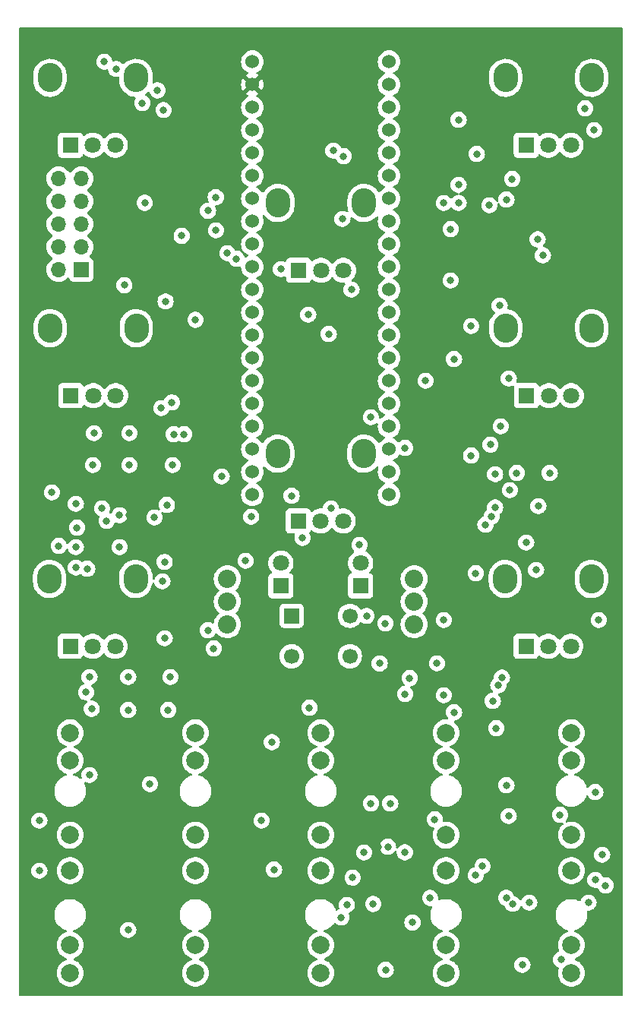
<source format=gbr>
%TF.GenerationSoftware,KiCad,Pcbnew,7.0.1*%
%TF.CreationDate,2024-01-09T19:15:50-05:00*%
%TF.ProjectId,daisy_euro,64616973-795f-4657-9572-6f2e6b696361,rev?*%
%TF.SameCoordinates,Original*%
%TF.FileFunction,Copper,L2,Inr*%
%TF.FilePolarity,Positive*%
%FSLAX46Y46*%
G04 Gerber Fmt 4.6, Leading zero omitted, Abs format (unit mm)*
G04 Created by KiCad (PCBNEW 7.0.1) date 2024-01-09 19:15:50*
%MOMM*%
%LPD*%
G01*
G04 APERTURE LIST*
%TA.AperFunction,ComponentPad*%
%ADD10C,2.000000*%
%TD*%
%TA.AperFunction,ComponentPad*%
%ADD11R,1.800000X1.800000*%
%TD*%
%TA.AperFunction,ComponentPad*%
%ADD12C,1.800000*%
%TD*%
%TA.AperFunction,ComponentPad*%
%ADD13R,1.700000X1.700000*%
%TD*%
%TA.AperFunction,ComponentPad*%
%ADD14C,1.700000*%
%TD*%
%TA.AperFunction,ComponentPad*%
%ADD15O,2.720000X3.240000*%
%TD*%
%TA.AperFunction,ComponentPad*%
%ADD16C,2.032000*%
%TD*%
%TA.AperFunction,ComponentPad*%
%ADD17O,1.700000X1.700000*%
%TD*%
%TA.AperFunction,ComponentPad*%
%ADD18C,1.524000*%
%TD*%
%TA.AperFunction,ViaPad*%
%ADD19C,0.800000*%
%TD*%
G04 APERTURE END LIST*
D10*
%TO.N,GND*%
%TO.C,J2*%
X49530000Y-121790000D03*
%TO.N,cv_in_2*%
X49530000Y-133190000D03*
%TO.N,unconnected-(J2-PadTN)*%
X49530000Y-124890000D03*
%TD*%
D11*
%TO.N,GND*%
%TO.C,D3*%
X59055000Y-105415000D03*
D12*
%TO.N,Net-(D3-A)*%
X59055000Y-102875000D03*
%TD*%
D13*
%TO.N,D10*%
%TO.C,SW1*%
X60250000Y-108748000D03*
D14*
X66750000Y-108748000D03*
%TO.N,GND*%
X60250000Y-113248000D03*
X66750000Y-113248000D03*
%TD*%
D15*
%TO.N,*%
%TO.C,RV2*%
X33340000Y-76708000D03*
X42940000Y-76708000D03*
D11*
%TO.N,+3.3VA*%
X35640000Y-84208000D03*
D12*
%TO.N,/cv/pot_5*%
X38140000Y-84208000D03*
%TO.N,GND*%
X40640000Y-84208000D03*
%TD*%
D10*
%TO.N,GND*%
%TO.C,J7*%
X49530000Y-148560000D03*
%TO.N,cv_in_3*%
X49530000Y-137160000D03*
%TO.N,unconnected-(J7-PadTN)*%
X49530000Y-145460000D03*
%TD*%
%TO.N,GND*%
%TO.C,J1*%
X35560000Y-121790000D03*
%TO.N,J1_cv_a_in*%
X35560000Y-133190000D03*
%TO.N,unconnected-(J1-PadTN)*%
X35560000Y-124890000D03*
%TD*%
%TO.N,GND*%
%TO.C,J8*%
X63500000Y-148560000D03*
%TO.N,cv_in_5*%
X63500000Y-137160000D03*
%TO.N,unconnected-(J8-PadTN)*%
X63500000Y-145460000D03*
%TD*%
D15*
%TO.N,*%
%TO.C,RV6*%
X84100000Y-48795000D03*
X93700000Y-48795000D03*
D11*
%TO.N,+3.3VA*%
X86400000Y-56295000D03*
D12*
%TO.N,/cv/pot_7*%
X88900000Y-56295000D03*
%TO.N,GND*%
X91400000Y-56295000D03*
%TD*%
D10*
%TO.N,GND*%
%TO.C,J4*%
X77470000Y-121790000D03*
%TO.N,Net-(J4-PadT)*%
X77470000Y-133190000D03*
%TO.N,unconnected-(J4-PadTN)*%
X77470000Y-124890000D03*
%TD*%
D15*
%TO.N,*%
%TO.C,RV3*%
X33274000Y-104648000D03*
X42874000Y-104648000D03*
D11*
%TO.N,+3.3VA*%
X35574000Y-112148000D03*
D12*
%TO.N,/cv/pot_2*%
X38074000Y-112148000D03*
%TO.N,GND*%
X40574000Y-112148000D03*
%TD*%
D16*
%TO.N,D8*%
%TO.C,SW2*%
X53086000Y-104648000D03*
%TO.N,GND*%
X53086000Y-107188000D03*
%TO.N,D9*%
X53086000Y-109728000D03*
%TD*%
%TO.N,D13*%
%TO.C,SW3*%
X73914000Y-104648000D03*
%TO.N,GND*%
X73914000Y-107188000D03*
%TO.N,D14*%
X73914000Y-109728000D03*
%TD*%
D10*
%TO.N,GND*%
%TO.C,J10*%
X91440000Y-148560000D03*
%TO.N,Net-(J10-PadT)*%
X91440000Y-137160000D03*
%TO.N,unconnected-(J10-PadTN)*%
X91440000Y-145460000D03*
%TD*%
%TO.N,GND*%
%TO.C,J6*%
X35560000Y-148560000D03*
%TO.N,J6_cv_a_in*%
X35560000Y-137160000D03*
%TO.N,unconnected-(J6-PadTN)*%
X35560000Y-145460000D03*
%TD*%
D15*
%TO.N,*%
%TO.C,RV7*%
X84126000Y-76711000D03*
X93726000Y-76711000D03*
D11*
%TO.N,+3.3VA*%
X86426000Y-84211000D03*
D12*
%TO.N,/cv/pot_4*%
X88926000Y-84211000D03*
%TO.N,GND*%
X91426000Y-84211000D03*
%TD*%
D11*
%TO.N,GND*%
%TO.C,D4*%
X67945000Y-105410000D03*
D12*
%TO.N,Net-(D4-A)*%
X67945000Y-102870000D03*
%TD*%
D15*
%TO.N,*%
%TO.C,RV4*%
X58726000Y-62741000D03*
X68326000Y-62741000D03*
D11*
%TO.N,+3.3VA*%
X61026000Y-70241000D03*
D12*
%TO.N,/cv/pot_6*%
X63526000Y-70241000D03*
%TO.N,GND*%
X66026000Y-70241000D03*
%TD*%
D10*
%TO.N,GND*%
%TO.C,J9*%
X77470000Y-148560000D03*
%TO.N,Net-(J9-PadT)*%
X77470000Y-137160000D03*
%TO.N,unconnected-(J9-PadTN)*%
X77470000Y-145460000D03*
%TD*%
%TO.N,GND*%
%TO.C,J5*%
X91440000Y-121790000D03*
%TO.N,Net-(J5-PadT)*%
X91440000Y-133190000D03*
%TO.N,unconnected-(J5-PadTN)*%
X91440000Y-124890000D03*
%TD*%
D15*
%TO.N,*%
%TO.C,RV1*%
X33300000Y-48795000D03*
X42900000Y-48795000D03*
D11*
%TO.N,+3.3VA*%
X35600000Y-56295000D03*
D12*
%TO.N,/cv/pot_1*%
X38100000Y-56295000D03*
%TO.N,GND*%
X40600000Y-56295000D03*
%TD*%
D15*
%TO.N,*%
%TO.C,RV5*%
X58700000Y-90681000D03*
X68300000Y-90681000D03*
D11*
%TO.N,+3.3VA*%
X61000000Y-98181000D03*
D12*
%TO.N,/cv/pot_3*%
X63500000Y-98181000D03*
%TO.N,GND*%
X66000000Y-98181000D03*
%TD*%
D10*
%TO.N,GND*%
%TO.C,J3*%
X63500000Y-121790000D03*
%TO.N,cv_in_4*%
X63500000Y-133190000D03*
%TO.N,unconnected-(J3-PadTN)*%
X63500000Y-124890000D03*
%TD*%
D15*
%TO.N,*%
%TO.C,RV8*%
X84074000Y-104648000D03*
X93674000Y-104648000D03*
D11*
%TO.N,+3.3VA*%
X86374000Y-112148000D03*
D12*
%TO.N,/cv/pot_8*%
X88874000Y-112148000D03*
%TO.N,GND*%
X91374000Y-112148000D03*
%TD*%
D13*
%TO.N,Net-(D2-K)*%
%TO.C,J11*%
X36810000Y-70158000D03*
D17*
X34270000Y-70158000D03*
%TO.N,GND*%
X36810000Y-67618000D03*
X34270000Y-67618000D03*
X36810000Y-65078000D03*
X34270000Y-65078000D03*
X36810000Y-62538000D03*
X34270000Y-62538000D03*
%TO.N,Net-(D1-A)*%
X36810000Y-59998000D03*
X34270000Y-59998000D03*
%TD*%
D18*
%TO.N,D0*%
%TO.C,U1*%
X71120000Y-46990000D03*
%TO.N,D1*%
X71120000Y-49530000D03*
%TO.N,D2*%
X71120000Y-52070000D03*
%TO.N,D3*%
X71120000Y-54610000D03*
%TO.N,D4*%
X71120000Y-57150000D03*
%TO.N,D5*%
X71120000Y-59690000D03*
%TO.N,D6*%
X71120000Y-62230000D03*
%TO.N,D7*%
X71120000Y-64770000D03*
%TO.N,D8*%
X71120000Y-67310000D03*
%TO.N,D9*%
X71120000Y-69850000D03*
%TO.N,D10*%
X71120000Y-72390000D03*
%TO.N,D11*%
X71120000Y-74930000D03*
%TO.N,D12*%
X71120000Y-77470000D03*
%TO.N,D13*%
X71120000Y-80010000D03*
%TO.N,D14*%
X71120000Y-82550000D03*
%TO.N,in_0*%
X71120000Y-85090000D03*
%TO.N,in_1*%
X71120000Y-87630000D03*
%TO.N,out_0*%
X71120000Y-90170000D03*
%TO.N,out_1*%
X71120000Y-92710000D03*
%TO.N,GND*%
X71120000Y-95250000D03*
%TO.N,+3.3VA*%
X55880000Y-95250000D03*
%TO.N,A0_D15*%
X55880000Y-92710000D03*
%TO.N,A1_D16*%
X55880000Y-90170000D03*
%TO.N,A2_D17*%
X55880000Y-87630000D03*
%TO.N,A3_D18*%
X55880000Y-85090000D03*
%TO.N,A4_D19*%
X55880000Y-82550000D03*
%TO.N,A5_D20*%
X55880000Y-80010000D03*
%TO.N,A6_D21*%
X55880000Y-77470000D03*
%TO.N,A7_D22*%
X55880000Y-74930000D03*
%TO.N,A8_D23*%
X55880000Y-72390000D03*
%TO.N,A9_D24*%
X55880000Y-69850000D03*
%TO.N,A10_D25*%
X55880000Y-67310000D03*
%TO.N,D26*%
X55880000Y-64770000D03*
%TO.N,D27*%
X55880000Y-62230000D03*
%TO.N,A11_D28*%
X55880000Y-59690000D03*
%TO.N,D29*%
X55880000Y-57150000D03*
%TO.N,D30*%
X55880000Y-54610000D03*
%TO.N,+3.3V*%
X55880000Y-52070000D03*
%TO.N,+12V*%
X55880000Y-49530000D03*
%TO.N,GND*%
X55880000Y-46990000D03*
%TD*%
D19*
%TO.N,J1_cv_a_in*%
X45720000Y-85598000D03*
X44462600Y-127508000D03*
%TO.N,J6_cv_a_in*%
X94107000Y-138176000D03*
X94107000Y-128397000D03*
%TO.N,D0*%
X39370000Y-46990000D03*
X39624000Y-98171000D03*
%TO.N,D8*%
X53086000Y-68326000D03*
%TO.N,D9*%
X54102000Y-68961000D03*
%TO.N,D10*%
X66929000Y-72390000D03*
X68605400Y-108762800D03*
%TO.N,D11*%
X62103000Y-75184000D03*
X61468000Y-100076000D03*
%TO.N,D1*%
X39116000Y-96774000D03*
X40700000Y-47800000D03*
%TO.N,D2*%
X93345000Y-140716000D03*
X92964000Y-52197000D03*
%TO.N,D26*%
X56896000Y-131572000D03*
%TO.N,Net-(J5-PadT)*%
X90297000Y-147066000D03*
%TO.N,Net-(J10-PadT)*%
X90170000Y-130937000D03*
%TO.N,+3.3VA*%
X86400000Y-100584000D03*
X87757000Y-96520000D03*
X43600000Y-51600000D03*
X85344000Y-92837000D03*
%TO.N,GND*%
X69342000Y-140860502D03*
X36195000Y-101092000D03*
X44958000Y-97790000D03*
X70739000Y-148209000D03*
X82677000Y-118237000D03*
X38227000Y-88392000D03*
X46990000Y-91948000D03*
X46092232Y-102745751D03*
X46736000Y-115570000D03*
X69088000Y-129667000D03*
X38100000Y-91948000D03*
X46482000Y-119253000D03*
X87669800Y-66791013D03*
X36202400Y-103378000D03*
X45300000Y-50200000D03*
X43877657Y-62728100D03*
X76454000Y-114046000D03*
X84888500Y-140856500D03*
X82937900Y-92964998D03*
X45972587Y-52380500D03*
X84455000Y-131064000D03*
X37719000Y-115570000D03*
X37966100Y-119118090D03*
X47117000Y-88519000D03*
X46202600Y-73710800D03*
X85978160Y-147658900D03*
X77216000Y-117602000D03*
X82937900Y-96668655D03*
X48000000Y-66400000D03*
X89027000Y-92837000D03*
X36195000Y-96266000D03*
X84836000Y-60071000D03*
%TO.N,+3.3V*%
X76200000Y-131445000D03*
X78867000Y-62738000D03*
X78867000Y-53467000D03*
X78867000Y-60706000D03*
%TO.N,audio_out_0*%
X84201000Y-127635000D03*
X84174105Y-140201100D03*
%TO.N,Net-(U4B--)*%
X46895493Y-84969900D03*
X48260000Y-88519000D03*
%TO.N,/cv/pot_1*%
X51800000Y-62100000D03*
X51816000Y-65786000D03*
%TO.N,/cv/pot_5*%
X84201000Y-62357000D03*
X83439000Y-74168000D03*
%TO.N,/cv/pot_2*%
X50927000Y-63600000D03*
X50927000Y-110363000D03*
%TO.N,/cv/pot_6*%
X77978000Y-71374000D03*
X77978000Y-65659000D03*
%TO.N,/cv/pot_3*%
X82296000Y-62992000D03*
X81857300Y-98587557D03*
%TO.N,/cv/pot_8*%
X88265000Y-68580000D03*
%TO.N,A3_D18*%
X73406000Y-115697000D03*
X75184000Y-82550000D03*
%TO.N,A2_D17*%
X70071900Y-114060938D03*
X69088000Y-86614000D03*
%TO.N,Net-(C6-Pad1)*%
X37338000Y-117272000D03*
X37719000Y-126492000D03*
%TO.N,out_0*%
X51562000Y-112395000D03*
X52451000Y-93218000D03*
%TO.N,out_1*%
X33528000Y-94996000D03*
X34290000Y-100965000D03*
%TO.N,-10V*%
X82550000Y-97663000D03*
X49530000Y-75753000D03*
X45847000Y-104902000D03*
X46101000Y-111252000D03*
X83297449Y-116489822D03*
X82408885Y-89675120D03*
X46348100Y-96393000D03*
X83057434Y-121285566D03*
%TO.N,-12V*%
X41069500Y-97536000D03*
X42164000Y-91948000D03*
X42037000Y-143764000D03*
X41069500Y-101092000D03*
X41600000Y-71900000D03*
X42164000Y-88392000D03*
X42037000Y-115570000D03*
X42037000Y-119253000D03*
%TO.N,A1_D16*%
X83566000Y-87630000D03*
X83693000Y-115652000D03*
%TO.N,A4_D19*%
X84582000Y-94742000D03*
X84455000Y-82296000D03*
%TO.N,A5_D20*%
X78359000Y-119507000D03*
X78359000Y-80137000D03*
%TO.N,A7_D22*%
X55746100Y-97705268D03*
%TO.N,A8_D23*%
X55118000Y-102616000D03*
%TO.N,A9_D24*%
X59055000Y-70104000D03*
X60245500Y-95377000D03*
%TO.N,+12V*%
X52600000Y-55200000D03*
X50500000Y-48900000D03*
X42164000Y-97536000D03*
X49300000Y-59400000D03*
X43307000Y-117221000D03*
X43434000Y-119253000D03*
X52600000Y-54100000D03*
X47800000Y-59400000D03*
X52600000Y-53000000D03*
X69899131Y-134503186D03*
X50500000Y-50100000D03*
X44069000Y-88392000D03*
X50900000Y-59400000D03*
X52700000Y-48900000D03*
X51600000Y-48900000D03*
X85482332Y-135128000D03*
%TO.N,cv_in_6*%
X68326000Y-135128000D03*
X72898000Y-90043000D03*
%TO.N,cv_in_5*%
X62236900Y-118991822D03*
%TO.N,cv_in_7*%
X73723134Y-142938134D03*
X72898000Y-117475000D03*
%TO.N,cv_in_4*%
X64643001Y-96774001D03*
%TO.N,cv_in_3*%
X58045900Y-122846639D03*
X58293000Y-137033000D03*
%TO.N,cv_out_0*%
X86741000Y-140716000D03*
X87502600Y-103632000D03*
%TO.N,cv_out_1*%
X80772000Y-104013000D03*
X80772000Y-137668000D03*
%TO.N,A6_D21*%
X80255571Y-90887000D03*
X80264000Y-76454000D03*
%TO.N,Net-(U9C--)*%
X37465000Y-103505000D03*
X36322000Y-98933000D03*
%TO.N,D3*%
X93980000Y-54610000D03*
X95250000Y-138811000D03*
%TO.N,Net-(J9-PadT)*%
X75692000Y-140201100D03*
%TO.N,D29*%
X66040000Y-57531000D03*
X66414100Y-140971677D03*
%TO.N,D30*%
X65786000Y-142367000D03*
X64897000Y-56896000D03*
%TO.N,D4*%
X80899000Y-57277000D03*
X81534000Y-136652000D03*
%TO.N,D12*%
X64389000Y-77343000D03*
X67818000Y-100838000D03*
%TO.N,D5*%
X94869000Y-135382000D03*
X77216000Y-62738000D03*
X77216000Y-109220000D03*
X94488000Y-109220000D03*
%TO.N,Net-(C39-Pad1)*%
X32131000Y-131572000D03*
X32131000Y-137160000D03*
%TO.N,Net-(J4-PadT)*%
X70993000Y-134493000D03*
X72873134Y-135103134D03*
%TO.N,Net-(C38-Pad1)*%
X70700000Y-109600000D03*
X71247000Y-129667000D03*
%TO.N,D27*%
X65913000Y-64516000D03*
X67056000Y-137929400D03*
%TD*%
%TA.AperFunction,Conductor*%
%TO.N,+12V*%
G36*
X97092500Y-43197113D02*
G01*
X97137887Y-43242500D01*
X97154500Y-43304500D01*
X97154500Y-151005500D01*
X97137887Y-151067500D01*
X97092500Y-151112887D01*
X97030500Y-151129500D01*
X29969500Y-151129500D01*
X29907500Y-151112887D01*
X29862113Y-151067500D01*
X29845500Y-151005500D01*
X29845500Y-142211182D01*
X33809500Y-142211182D01*
X33848604Y-142470615D01*
X33925937Y-142721323D01*
X34039772Y-142957704D01*
X34154781Y-143126391D01*
X34187571Y-143174485D01*
X34309988Y-143306418D01*
X34366019Y-143366805D01*
X34571143Y-143530386D01*
X34798357Y-143661568D01*
X35042584Y-143757420D01*
X35132214Y-143777877D01*
X35188388Y-143807340D01*
X35222642Y-143860728D01*
X35226012Y-143924071D01*
X35197616Y-143980792D01*
X35144884Y-144016049D01*
X34955194Y-144081170D01*
X34736485Y-144199529D01*
X34540259Y-144352259D01*
X34540256Y-144352261D01*
X34540256Y-144352262D01*
X34371837Y-144535214D01*
X34235825Y-144743395D01*
X34135938Y-144971117D01*
X34074891Y-145212183D01*
X34054356Y-145460000D01*
X34074891Y-145707816D01*
X34074891Y-145707819D01*
X34074892Y-145707821D01*
X34135937Y-145948881D01*
X34135938Y-145948883D01*
X34235825Y-146176604D01*
X34235827Y-146176607D01*
X34371836Y-146384785D01*
X34540256Y-146567738D01*
X34540259Y-146567740D01*
X34736485Y-146720470D01*
X34736487Y-146720471D01*
X34736491Y-146720474D01*
X34955190Y-146838828D01*
X35012247Y-146858415D01*
X35112167Y-146892719D01*
X35163134Y-146926017D01*
X35192110Y-146979560D01*
X35192110Y-147040440D01*
X35163134Y-147093983D01*
X35112167Y-147127281D01*
X34955194Y-147181170D01*
X34736485Y-147299529D01*
X34540259Y-147452259D01*
X34540256Y-147452261D01*
X34540256Y-147452262D01*
X34371836Y-147635215D01*
X34344678Y-147676784D01*
X34235825Y-147843395D01*
X34155209Y-148027184D01*
X34135937Y-148071119D01*
X34101021Y-148209000D01*
X34074891Y-148312183D01*
X34054356Y-148560000D01*
X34074891Y-148807816D01*
X34074891Y-148807819D01*
X34074892Y-148807821D01*
X34135937Y-149048881D01*
X34145264Y-149070144D01*
X34235825Y-149276604D01*
X34235827Y-149276607D01*
X34371836Y-149484785D01*
X34540256Y-149667738D01*
X34540259Y-149667740D01*
X34736485Y-149820470D01*
X34736487Y-149820471D01*
X34736491Y-149820474D01*
X34955190Y-149938828D01*
X35190386Y-150019571D01*
X35435665Y-150060500D01*
X35684335Y-150060500D01*
X35929614Y-150019571D01*
X36164810Y-149938828D01*
X36383509Y-149820474D01*
X36579744Y-149667738D01*
X36748164Y-149484785D01*
X36884173Y-149276607D01*
X36984063Y-149048881D01*
X37045108Y-148807821D01*
X37065643Y-148560000D01*
X37045108Y-148312179D01*
X36984063Y-148071119D01*
X36884173Y-147843393D01*
X36748164Y-147635215D01*
X36579744Y-147452262D01*
X36544523Y-147424848D01*
X36383514Y-147299529D01*
X36383510Y-147299526D01*
X36383509Y-147299526D01*
X36164810Y-147181172D01*
X36164806Y-147181170D01*
X36164805Y-147181170D01*
X36007832Y-147127281D01*
X35956865Y-147093983D01*
X35927889Y-147040440D01*
X35927889Y-146979560D01*
X35956865Y-146926017D01*
X36007832Y-146892719D01*
X36060179Y-146874748D01*
X36164810Y-146838828D01*
X36383509Y-146720474D01*
X36579744Y-146567738D01*
X36748164Y-146384785D01*
X36884173Y-146176607D01*
X36984063Y-145948881D01*
X37045108Y-145707821D01*
X37065643Y-145460000D01*
X37045108Y-145212179D01*
X36984063Y-144971119D01*
X36884173Y-144743393D01*
X36748164Y-144535215D01*
X36579744Y-144352262D01*
X36557612Y-144335036D01*
X36383514Y-144199529D01*
X36383510Y-144199526D01*
X36383509Y-144199526D01*
X36164810Y-144081172D01*
X36164806Y-144081170D01*
X36164805Y-144081170D01*
X35975115Y-144016049D01*
X35922383Y-143980792D01*
X35893987Y-143924071D01*
X35897357Y-143860728D01*
X35931611Y-143807340D01*
X35987783Y-143777878D01*
X36048587Y-143764000D01*
X41131540Y-143764000D01*
X41151326Y-143952257D01*
X41209820Y-144132284D01*
X41304466Y-144296216D01*
X41431129Y-144436889D01*
X41584269Y-144548151D01*
X41757197Y-144625144D01*
X41942352Y-144664500D01*
X41942354Y-144664500D01*
X42131646Y-144664500D01*
X42131648Y-144664500D01*
X42255084Y-144638262D01*
X42316803Y-144625144D01*
X42489730Y-144548151D01*
X42642871Y-144436888D01*
X42769533Y-144296216D01*
X42864179Y-144132284D01*
X42922674Y-143952256D01*
X42942460Y-143764000D01*
X42922674Y-143575744D01*
X42864179Y-143395716D01*
X42864179Y-143395715D01*
X42769533Y-143231783D01*
X42642870Y-143091110D01*
X42489730Y-142979848D01*
X42316802Y-142902855D01*
X42131648Y-142863500D01*
X42131646Y-142863500D01*
X41942354Y-142863500D01*
X41942352Y-142863500D01*
X41757197Y-142902855D01*
X41584269Y-142979848D01*
X41431129Y-143091110D01*
X41304466Y-143231783D01*
X41209820Y-143395715D01*
X41151326Y-143575742D01*
X41131540Y-143764000D01*
X36048587Y-143764000D01*
X36077416Y-143757420D01*
X36321643Y-143661568D01*
X36548857Y-143530386D01*
X36753981Y-143366805D01*
X36882639Y-143228144D01*
X36932428Y-143174485D01*
X36932429Y-143174482D01*
X36932433Y-143174479D01*
X37080228Y-142957704D01*
X37194063Y-142721323D01*
X37271396Y-142470615D01*
X37310500Y-142211182D01*
X47779500Y-142211182D01*
X47818604Y-142470615D01*
X47895937Y-142721323D01*
X48009772Y-142957704D01*
X48124781Y-143126391D01*
X48157571Y-143174485D01*
X48279988Y-143306418D01*
X48336019Y-143366805D01*
X48541143Y-143530386D01*
X48768357Y-143661568D01*
X49012584Y-143757420D01*
X49102214Y-143777877D01*
X49158388Y-143807340D01*
X49192642Y-143860728D01*
X49196012Y-143924071D01*
X49167616Y-143980792D01*
X49114884Y-144016049D01*
X48925194Y-144081170D01*
X48706485Y-144199529D01*
X48510259Y-144352259D01*
X48510256Y-144352261D01*
X48510256Y-144352262D01*
X48341837Y-144535214D01*
X48205825Y-144743395D01*
X48105938Y-144971117D01*
X48044891Y-145212183D01*
X48024356Y-145460000D01*
X48044891Y-145707816D01*
X48044891Y-145707819D01*
X48044892Y-145707821D01*
X48105937Y-145948881D01*
X48105938Y-145948883D01*
X48205825Y-146176604D01*
X48205827Y-146176607D01*
X48341836Y-146384785D01*
X48510256Y-146567738D01*
X48510259Y-146567740D01*
X48706485Y-146720470D01*
X48706487Y-146720471D01*
X48706491Y-146720474D01*
X48925190Y-146838828D01*
X48982247Y-146858415D01*
X49082167Y-146892719D01*
X49133134Y-146926017D01*
X49162110Y-146979560D01*
X49162110Y-147040440D01*
X49133134Y-147093983D01*
X49082167Y-147127281D01*
X48925194Y-147181170D01*
X48706485Y-147299529D01*
X48510259Y-147452259D01*
X48510256Y-147452261D01*
X48510256Y-147452262D01*
X48341836Y-147635215D01*
X48314678Y-147676784D01*
X48205825Y-147843395D01*
X48125209Y-148027184D01*
X48105937Y-148071119D01*
X48071021Y-148209000D01*
X48044891Y-148312183D01*
X48024356Y-148560000D01*
X48044891Y-148807816D01*
X48044891Y-148807819D01*
X48044892Y-148807821D01*
X48105937Y-149048881D01*
X48115264Y-149070144D01*
X48205825Y-149276604D01*
X48205827Y-149276607D01*
X48341836Y-149484785D01*
X48510256Y-149667738D01*
X48510259Y-149667740D01*
X48706485Y-149820470D01*
X48706487Y-149820471D01*
X48706491Y-149820474D01*
X48925190Y-149938828D01*
X49160386Y-150019571D01*
X49405665Y-150060500D01*
X49654335Y-150060500D01*
X49899614Y-150019571D01*
X50134810Y-149938828D01*
X50353509Y-149820474D01*
X50549744Y-149667738D01*
X50718164Y-149484785D01*
X50854173Y-149276607D01*
X50954063Y-149048881D01*
X51015108Y-148807821D01*
X51035643Y-148560000D01*
X51015108Y-148312179D01*
X50954063Y-148071119D01*
X50854173Y-147843393D01*
X50718164Y-147635215D01*
X50549744Y-147452262D01*
X50514523Y-147424848D01*
X50353514Y-147299529D01*
X50353510Y-147299526D01*
X50353509Y-147299526D01*
X50134810Y-147181172D01*
X50134806Y-147181170D01*
X50134805Y-147181170D01*
X49977832Y-147127281D01*
X49926865Y-147093983D01*
X49897889Y-147040440D01*
X49897889Y-146979560D01*
X49926865Y-146926017D01*
X49977832Y-146892719D01*
X50030179Y-146874748D01*
X50134810Y-146838828D01*
X50353509Y-146720474D01*
X50549744Y-146567738D01*
X50718164Y-146384785D01*
X50854173Y-146176607D01*
X50954063Y-145948881D01*
X51015108Y-145707821D01*
X51035643Y-145460000D01*
X51015108Y-145212179D01*
X50954063Y-144971119D01*
X50854173Y-144743393D01*
X50718164Y-144535215D01*
X50549744Y-144352262D01*
X50527612Y-144335036D01*
X50353514Y-144199529D01*
X50353510Y-144199526D01*
X50353509Y-144199526D01*
X50134810Y-144081172D01*
X50134806Y-144081170D01*
X50134805Y-144081170D01*
X49945115Y-144016049D01*
X49892383Y-143980792D01*
X49863987Y-143924071D01*
X49867357Y-143860728D01*
X49901611Y-143807340D01*
X49957783Y-143777878D01*
X50047416Y-143757420D01*
X50291643Y-143661568D01*
X50518857Y-143530386D01*
X50723981Y-143366805D01*
X50852639Y-143228144D01*
X50902428Y-143174485D01*
X50902429Y-143174482D01*
X50902433Y-143174479D01*
X51050228Y-142957704D01*
X51164063Y-142721323D01*
X51241396Y-142470615D01*
X51280500Y-142211182D01*
X61749500Y-142211182D01*
X61788604Y-142470615D01*
X61865937Y-142721323D01*
X61979772Y-142957704D01*
X62094781Y-143126391D01*
X62127571Y-143174485D01*
X62249988Y-143306418D01*
X62306019Y-143366805D01*
X62511143Y-143530386D01*
X62738357Y-143661568D01*
X62982584Y-143757420D01*
X63072214Y-143777877D01*
X63128388Y-143807340D01*
X63162642Y-143860728D01*
X63166012Y-143924071D01*
X63137616Y-143980792D01*
X63084884Y-144016049D01*
X62895194Y-144081170D01*
X62676485Y-144199529D01*
X62480259Y-144352259D01*
X62480256Y-144352261D01*
X62480256Y-144352262D01*
X62311837Y-144535214D01*
X62175825Y-144743395D01*
X62075938Y-144971117D01*
X62014891Y-145212183D01*
X61994356Y-145460000D01*
X62014891Y-145707816D01*
X62014891Y-145707819D01*
X62014892Y-145707821D01*
X62075937Y-145948881D01*
X62075938Y-145948883D01*
X62175825Y-146176604D01*
X62175827Y-146176607D01*
X62311836Y-146384785D01*
X62480256Y-146567738D01*
X62480259Y-146567740D01*
X62676485Y-146720470D01*
X62676487Y-146720471D01*
X62676491Y-146720474D01*
X62895190Y-146838828D01*
X62952247Y-146858415D01*
X63052167Y-146892719D01*
X63103134Y-146926017D01*
X63132110Y-146979560D01*
X63132110Y-147040440D01*
X63103134Y-147093983D01*
X63052167Y-147127281D01*
X62895194Y-147181170D01*
X62676485Y-147299529D01*
X62480259Y-147452259D01*
X62480256Y-147452261D01*
X62480256Y-147452262D01*
X62311836Y-147635215D01*
X62284678Y-147676784D01*
X62175825Y-147843395D01*
X62095209Y-148027184D01*
X62075937Y-148071119D01*
X62041021Y-148209000D01*
X62014891Y-148312183D01*
X61994356Y-148559999D01*
X62014891Y-148807816D01*
X62014891Y-148807819D01*
X62014892Y-148807821D01*
X62075937Y-149048881D01*
X62085264Y-149070144D01*
X62175825Y-149276604D01*
X62175827Y-149276607D01*
X62311836Y-149484785D01*
X62480256Y-149667738D01*
X62480259Y-149667740D01*
X62676485Y-149820470D01*
X62676487Y-149820471D01*
X62676491Y-149820474D01*
X62895190Y-149938828D01*
X63130386Y-150019571D01*
X63375665Y-150060500D01*
X63624335Y-150060500D01*
X63869614Y-150019571D01*
X64104810Y-149938828D01*
X64323509Y-149820474D01*
X64519744Y-149667738D01*
X64688164Y-149484785D01*
X64824173Y-149276607D01*
X64924063Y-149048881D01*
X64985108Y-148807821D01*
X65005643Y-148560000D01*
X64985108Y-148312179D01*
X64958979Y-148209000D01*
X69833540Y-148209000D01*
X69853326Y-148397257D01*
X69911820Y-148577284D01*
X70006466Y-148741216D01*
X70133129Y-148881889D01*
X70286269Y-148993151D01*
X70459197Y-149070144D01*
X70644352Y-149109500D01*
X70644354Y-149109500D01*
X70833646Y-149109500D01*
X70833648Y-149109500D01*
X70957083Y-149083262D01*
X71018803Y-149070144D01*
X71191730Y-148993151D01*
X71344871Y-148881888D01*
X71471533Y-148741216D01*
X71566179Y-148577284D01*
X71624674Y-148397256D01*
X71644460Y-148209000D01*
X71624674Y-148020744D01*
X71569245Y-147850151D01*
X71566179Y-147840715D01*
X71471533Y-147676783D01*
X71344870Y-147536110D01*
X71191730Y-147424848D01*
X71018802Y-147347855D01*
X70833648Y-147308500D01*
X70833646Y-147308500D01*
X70644354Y-147308500D01*
X70644352Y-147308500D01*
X70459197Y-147347855D01*
X70286269Y-147424848D01*
X70133129Y-147536110D01*
X70006466Y-147676783D01*
X69911820Y-147840715D01*
X69853326Y-148020742D01*
X69833540Y-148209000D01*
X64958979Y-148209000D01*
X64924063Y-148071119D01*
X64824173Y-147843393D01*
X64688164Y-147635215D01*
X64519744Y-147452262D01*
X64484523Y-147424848D01*
X64323514Y-147299529D01*
X64323510Y-147299526D01*
X64323509Y-147299526D01*
X64104810Y-147181172D01*
X64104806Y-147181170D01*
X64104805Y-147181170D01*
X63947832Y-147127281D01*
X63896865Y-147093983D01*
X63867889Y-147040440D01*
X63867889Y-146979560D01*
X63896865Y-146926017D01*
X63947832Y-146892719D01*
X64000179Y-146874748D01*
X64104810Y-146838828D01*
X64323509Y-146720474D01*
X64519744Y-146567738D01*
X64688164Y-146384785D01*
X64824173Y-146176607D01*
X64924063Y-145948881D01*
X64985108Y-145707821D01*
X65005643Y-145460000D01*
X64985108Y-145212179D01*
X64924063Y-144971119D01*
X64824173Y-144743393D01*
X64688164Y-144535215D01*
X64519744Y-144352262D01*
X64497612Y-144335036D01*
X64323514Y-144199529D01*
X64323510Y-144199526D01*
X64323509Y-144199526D01*
X64104810Y-144081172D01*
X64104806Y-144081170D01*
X64104805Y-144081170D01*
X63915115Y-144016049D01*
X63862383Y-143980792D01*
X63833987Y-143924071D01*
X63837357Y-143860728D01*
X63871611Y-143807340D01*
X63927783Y-143777878D01*
X64017416Y-143757420D01*
X64261643Y-143661568D01*
X64488857Y-143530386D01*
X64693981Y-143366805D01*
X64872433Y-143174479D01*
X64968297Y-143033871D01*
X65009150Y-142996107D01*
X65062407Y-142980006D01*
X65117343Y-142988812D01*
X65162898Y-143020752D01*
X65180129Y-143039888D01*
X65333269Y-143151151D01*
X65506197Y-143228144D01*
X65691352Y-143267500D01*
X65691354Y-143267500D01*
X65880646Y-143267500D01*
X65880648Y-143267500D01*
X66004084Y-143241262D01*
X66065803Y-143228144D01*
X66238730Y-143151151D01*
X66391871Y-143039888D01*
X66483491Y-142938134D01*
X72817674Y-142938134D01*
X72837460Y-143126391D01*
X72895954Y-143306418D01*
X72990600Y-143470350D01*
X73117263Y-143611023D01*
X73270403Y-143722285D01*
X73443331Y-143799278D01*
X73628486Y-143838634D01*
X73628488Y-143838634D01*
X73817780Y-143838634D01*
X73817782Y-143838634D01*
X73965008Y-143807340D01*
X74002937Y-143799278D01*
X74175864Y-143722285D01*
X74329005Y-143611022D01*
X74455667Y-143470350D01*
X74550313Y-143306418D01*
X74608808Y-143126390D01*
X74628594Y-142938134D01*
X74608808Y-142749878D01*
X74550313Y-142569850D01*
X74550313Y-142569849D01*
X74455667Y-142405917D01*
X74329004Y-142265244D01*
X74175864Y-142153982D01*
X74002936Y-142076989D01*
X73817782Y-142037634D01*
X73817780Y-142037634D01*
X73628488Y-142037634D01*
X73628486Y-142037634D01*
X73443331Y-142076989D01*
X73270403Y-142153982D01*
X73117263Y-142265244D01*
X72990600Y-142405917D01*
X72895954Y-142569849D01*
X72837460Y-142749876D01*
X72817674Y-142938134D01*
X66483491Y-142938134D01*
X66518533Y-142899216D01*
X66613179Y-142735284D01*
X66671674Y-142555256D01*
X66691460Y-142367000D01*
X66671674Y-142178744D01*
X66613179Y-141998716D01*
X66610530Y-141990563D01*
X66608147Y-141922236D01*
X66642339Y-141863032D01*
X66683376Y-141841223D01*
X66681996Y-141838123D01*
X66866830Y-141755828D01*
X67019970Y-141644566D01*
X67146633Y-141503893D01*
X67241279Y-141339961D01*
X67277402Y-141228786D01*
X67299774Y-141159933D01*
X67319560Y-140971677D01*
X67307875Y-140860502D01*
X68436540Y-140860502D01*
X68456326Y-141048759D01*
X68514820Y-141228786D01*
X68609466Y-141392718D01*
X68736129Y-141533391D01*
X68889269Y-141644653D01*
X69062197Y-141721646D01*
X69247352Y-141761002D01*
X69247354Y-141761002D01*
X69436646Y-141761002D01*
X69436648Y-141761002D01*
X69560083Y-141734764D01*
X69621803Y-141721646D01*
X69794730Y-141644653D01*
X69817936Y-141627793D01*
X69947870Y-141533391D01*
X69951474Y-141529389D01*
X70074533Y-141392718D01*
X70169179Y-141228786D01*
X70227674Y-141048758D01*
X70247460Y-140860502D01*
X70227674Y-140672246D01*
X70169179Y-140492218D01*
X70169179Y-140492217D01*
X70074533Y-140328285D01*
X69960015Y-140201100D01*
X74786540Y-140201100D01*
X74806326Y-140389357D01*
X74864820Y-140569384D01*
X74959466Y-140733316D01*
X75086129Y-140873989D01*
X75239269Y-140985251D01*
X75412197Y-141062244D01*
X75597352Y-141101600D01*
X75799679Y-141101600D01*
X75799679Y-141105709D01*
X75843311Y-141108726D01*
X75898577Y-141148712D01*
X75924332Y-141211878D01*
X75912781Y-141279107D01*
X75835938Y-141438674D01*
X75835937Y-141438677D01*
X75758604Y-141689385D01*
X75719500Y-141948818D01*
X75719500Y-142211182D01*
X75758604Y-142470615D01*
X75835937Y-142721323D01*
X75949772Y-142957704D01*
X76064781Y-143126391D01*
X76097571Y-143174485D01*
X76219988Y-143306418D01*
X76276019Y-143366805D01*
X76481143Y-143530386D01*
X76708357Y-143661568D01*
X76952584Y-143757420D01*
X77042214Y-143777877D01*
X77098388Y-143807340D01*
X77132642Y-143860728D01*
X77136012Y-143924071D01*
X77107616Y-143980792D01*
X77054884Y-144016049D01*
X76865194Y-144081170D01*
X76646485Y-144199529D01*
X76450259Y-144352259D01*
X76450256Y-144352261D01*
X76450256Y-144352262D01*
X76281837Y-144535214D01*
X76145825Y-144743395D01*
X76045938Y-144971117D01*
X75984891Y-145212183D01*
X75964356Y-145460000D01*
X75984891Y-145707816D01*
X75984891Y-145707819D01*
X75984892Y-145707821D01*
X76045937Y-145948881D01*
X76045938Y-145948883D01*
X76145825Y-146176604D01*
X76145827Y-146176607D01*
X76281836Y-146384785D01*
X76450256Y-146567738D01*
X76450259Y-146567740D01*
X76646485Y-146720470D01*
X76646487Y-146720471D01*
X76646491Y-146720474D01*
X76865190Y-146838828D01*
X76922247Y-146858415D01*
X77022167Y-146892719D01*
X77073134Y-146926017D01*
X77102110Y-146979560D01*
X77102110Y-147040440D01*
X77073134Y-147093983D01*
X77022167Y-147127281D01*
X76865194Y-147181170D01*
X76646485Y-147299529D01*
X76450259Y-147452259D01*
X76450256Y-147452261D01*
X76450256Y-147452262D01*
X76281836Y-147635215D01*
X76254678Y-147676784D01*
X76145825Y-147843395D01*
X76065209Y-148027184D01*
X76045937Y-148071119D01*
X76011021Y-148209000D01*
X75984891Y-148312183D01*
X75964356Y-148559999D01*
X75984891Y-148807816D01*
X75984891Y-148807819D01*
X75984892Y-148807821D01*
X76045937Y-149048881D01*
X76055264Y-149070144D01*
X76145825Y-149276604D01*
X76145827Y-149276607D01*
X76281836Y-149484785D01*
X76450256Y-149667738D01*
X76450259Y-149667740D01*
X76646485Y-149820470D01*
X76646487Y-149820471D01*
X76646491Y-149820474D01*
X76865190Y-149938828D01*
X77100386Y-150019571D01*
X77345665Y-150060500D01*
X77594335Y-150060500D01*
X77839614Y-150019571D01*
X78074810Y-149938828D01*
X78293509Y-149820474D01*
X78489744Y-149667738D01*
X78658164Y-149484785D01*
X78794173Y-149276607D01*
X78894063Y-149048881D01*
X78955108Y-148807821D01*
X78975643Y-148560000D01*
X78955108Y-148312179D01*
X78894063Y-148071119D01*
X78794173Y-147843393D01*
X78673638Y-147658900D01*
X85072700Y-147658900D01*
X85092486Y-147847157D01*
X85150980Y-148027184D01*
X85245626Y-148191116D01*
X85372289Y-148331789D01*
X85525429Y-148443051D01*
X85698357Y-148520044D01*
X85883512Y-148559400D01*
X85883514Y-148559400D01*
X86072806Y-148559400D01*
X86072808Y-148559400D01*
X86196243Y-148533162D01*
X86257963Y-148520044D01*
X86430890Y-148443051D01*
X86584031Y-148331788D01*
X86710693Y-148191116D01*
X86805339Y-148027184D01*
X86863834Y-147847156D01*
X86883620Y-147658900D01*
X86863834Y-147470644D01*
X86805339Y-147290616D01*
X86805339Y-147290615D01*
X86710693Y-147126683D01*
X86656054Y-147066000D01*
X89391540Y-147066000D01*
X89411326Y-147254257D01*
X89469820Y-147434284D01*
X89564466Y-147598216D01*
X89691129Y-147738889D01*
X89844267Y-147850150D01*
X89890229Y-147870613D01*
X89956321Y-147900040D01*
X90006067Y-147940247D01*
X90029157Y-147999899D01*
X90019444Y-148063122D01*
X90015939Y-148071112D01*
X90015937Y-148071117D01*
X90015937Y-148071119D01*
X89985550Y-148191116D01*
X89954891Y-148312184D01*
X89934356Y-148559999D01*
X89954891Y-148807816D01*
X89954891Y-148807819D01*
X89954892Y-148807821D01*
X90015937Y-149048881D01*
X90025264Y-149070144D01*
X90115825Y-149276604D01*
X90115827Y-149276607D01*
X90251836Y-149484785D01*
X90420256Y-149667738D01*
X90420259Y-149667740D01*
X90616485Y-149820470D01*
X90616487Y-149820471D01*
X90616491Y-149820474D01*
X90835190Y-149938828D01*
X91070386Y-150019571D01*
X91315665Y-150060500D01*
X91564335Y-150060500D01*
X91809614Y-150019571D01*
X92044810Y-149938828D01*
X92263509Y-149820474D01*
X92459744Y-149667738D01*
X92628164Y-149484785D01*
X92764173Y-149276607D01*
X92864063Y-149048881D01*
X92925108Y-148807821D01*
X92945643Y-148560000D01*
X92925108Y-148312179D01*
X92864063Y-148071119D01*
X92764173Y-147843393D01*
X92628164Y-147635215D01*
X92459744Y-147452262D01*
X92424523Y-147424848D01*
X92263514Y-147299529D01*
X92263510Y-147299526D01*
X92263509Y-147299526D01*
X92044810Y-147181172D01*
X92044806Y-147181170D01*
X92044805Y-147181170D01*
X91887832Y-147127281D01*
X91836865Y-147093983D01*
X91807889Y-147040440D01*
X91807889Y-146979560D01*
X91836865Y-146926017D01*
X91887832Y-146892719D01*
X91940179Y-146874748D01*
X92044810Y-146838828D01*
X92263509Y-146720474D01*
X92459744Y-146567738D01*
X92628164Y-146384785D01*
X92764173Y-146176607D01*
X92864063Y-145948881D01*
X92925108Y-145707821D01*
X92945643Y-145460000D01*
X92925108Y-145212179D01*
X92864063Y-144971119D01*
X92764173Y-144743393D01*
X92628164Y-144535215D01*
X92459744Y-144352262D01*
X92437612Y-144335036D01*
X92263514Y-144199529D01*
X92263510Y-144199526D01*
X92263509Y-144199526D01*
X92044810Y-144081172D01*
X92044806Y-144081170D01*
X92044805Y-144081170D01*
X91855115Y-144016049D01*
X91802383Y-143980792D01*
X91773987Y-143924071D01*
X91777357Y-143860728D01*
X91811611Y-143807340D01*
X91867783Y-143777878D01*
X91957416Y-143757420D01*
X92201643Y-143661568D01*
X92428857Y-143530386D01*
X92633981Y-143366805D01*
X92762639Y-143228144D01*
X92812428Y-143174485D01*
X92812429Y-143174482D01*
X92812433Y-143174479D01*
X92960228Y-142957704D01*
X93074063Y-142721323D01*
X93151396Y-142470615D01*
X93190500Y-142211182D01*
X93190500Y-141948818D01*
X93161886Y-141758980D01*
X93165347Y-141706173D01*
X93190512Y-141659617D01*
X93232798Y-141627793D01*
X93284501Y-141616500D01*
X93439648Y-141616500D01*
X93569608Y-141588876D01*
X93624803Y-141577144D01*
X93797730Y-141500151D01*
X93882346Y-141438674D01*
X93950870Y-141388889D01*
X94077533Y-141248216D01*
X94172179Y-141084284D01*
X94183722Y-141048758D01*
X94230674Y-140904256D01*
X94250460Y-140716000D01*
X94230674Y-140527744D01*
X94172179Y-140347716D01*
X94172179Y-140347715D01*
X94077533Y-140183783D01*
X93950870Y-140043110D01*
X93797730Y-139931848D01*
X93624802Y-139854855D01*
X93439648Y-139815500D01*
X93439646Y-139815500D01*
X93250354Y-139815500D01*
X93250352Y-139815500D01*
X93065197Y-139854855D01*
X92892269Y-139931848D01*
X92739129Y-140043110D01*
X92612466Y-140183783D01*
X92517821Y-140347714D01*
X92473960Y-140482703D01*
X92445975Y-140529740D01*
X92400467Y-140560148D01*
X92346300Y-140568002D01*
X92294029Y-140551771D01*
X92201641Y-140498431D01*
X91957418Y-140402580D01*
X91701627Y-140344197D01*
X91505499Y-140329500D01*
X91505494Y-140329500D01*
X91374506Y-140329500D01*
X91374501Y-140329500D01*
X91178372Y-140344197D01*
X90922581Y-140402580D01*
X90678358Y-140498431D01*
X90451143Y-140629613D01*
X90246015Y-140793198D01*
X90067571Y-140985514D01*
X89987761Y-141102574D01*
X89919772Y-141202296D01*
X89805937Y-141438677D01*
X89728604Y-141689385D01*
X89689500Y-141948818D01*
X89689500Y-142211182D01*
X89728604Y-142470615D01*
X89805937Y-142721323D01*
X89919772Y-142957704D01*
X90034781Y-143126391D01*
X90067571Y-143174485D01*
X90189988Y-143306418D01*
X90246019Y-143366805D01*
X90451143Y-143530386D01*
X90678357Y-143661568D01*
X90922584Y-143757420D01*
X91012214Y-143777877D01*
X91068388Y-143807340D01*
X91102642Y-143860728D01*
X91106012Y-143924071D01*
X91077616Y-143980792D01*
X91024884Y-144016049D01*
X90835194Y-144081170D01*
X90616485Y-144199529D01*
X90420259Y-144352259D01*
X90420256Y-144352261D01*
X90420256Y-144352262D01*
X90251837Y-144535214D01*
X90115825Y-144743395D01*
X90015938Y-144971117D01*
X89954891Y-145212183D01*
X89934356Y-145460000D01*
X89954891Y-145707816D01*
X89954891Y-145707819D01*
X89954892Y-145707821D01*
X90015937Y-145948881D01*
X90015938Y-145948883D01*
X90060542Y-146050571D01*
X90070258Y-146113796D01*
X90047170Y-146173451D01*
X89997423Y-146213659D01*
X89953352Y-146233281D01*
X89844265Y-146281850D01*
X89691129Y-146393110D01*
X89564466Y-146533783D01*
X89469820Y-146697715D01*
X89411326Y-146877742D01*
X89391540Y-147066000D01*
X86656054Y-147066000D01*
X86584030Y-146986010D01*
X86430890Y-146874748D01*
X86257962Y-146797755D01*
X86072808Y-146758400D01*
X86072806Y-146758400D01*
X85883514Y-146758400D01*
X85883512Y-146758400D01*
X85698357Y-146797755D01*
X85525429Y-146874748D01*
X85372289Y-146986010D01*
X85245626Y-147126683D01*
X85150980Y-147290615D01*
X85092486Y-147470642D01*
X85072700Y-147658900D01*
X78673638Y-147658900D01*
X78658164Y-147635215D01*
X78489744Y-147452262D01*
X78454523Y-147424848D01*
X78293514Y-147299529D01*
X78293510Y-147299526D01*
X78293509Y-147299526D01*
X78074810Y-147181172D01*
X78074806Y-147181170D01*
X78074805Y-147181170D01*
X77917832Y-147127281D01*
X77866865Y-147093983D01*
X77837889Y-147040440D01*
X77837889Y-146979560D01*
X77866865Y-146926017D01*
X77917832Y-146892719D01*
X77970179Y-146874748D01*
X78074810Y-146838828D01*
X78293509Y-146720474D01*
X78489744Y-146567738D01*
X78658164Y-146384785D01*
X78794173Y-146176607D01*
X78894063Y-145948881D01*
X78955108Y-145707821D01*
X78975643Y-145460000D01*
X78955108Y-145212179D01*
X78894063Y-144971119D01*
X78794173Y-144743393D01*
X78658164Y-144535215D01*
X78489744Y-144352262D01*
X78467612Y-144335036D01*
X78293514Y-144199529D01*
X78293510Y-144199526D01*
X78293509Y-144199526D01*
X78074810Y-144081172D01*
X78074806Y-144081170D01*
X78074805Y-144081170D01*
X77885115Y-144016049D01*
X77832383Y-143980792D01*
X77803987Y-143924071D01*
X77807357Y-143860728D01*
X77841611Y-143807340D01*
X77897783Y-143777878D01*
X77987416Y-143757420D01*
X78231643Y-143661568D01*
X78458857Y-143530386D01*
X78663981Y-143366805D01*
X78792639Y-143228144D01*
X78842428Y-143174485D01*
X78842429Y-143174482D01*
X78842433Y-143174479D01*
X78990228Y-142957704D01*
X79104063Y-142721323D01*
X79181396Y-142470615D01*
X79220500Y-142211182D01*
X79220500Y-141948818D01*
X79181396Y-141689385D01*
X79104063Y-141438677D01*
X78990228Y-141202296D01*
X78842433Y-140985521D01*
X78842432Y-140985520D01*
X78842428Y-140985514D01*
X78663984Y-140793198D01*
X78663983Y-140793197D01*
X78663981Y-140793195D01*
X78458857Y-140629614D01*
X78458856Y-140629613D01*
X78231641Y-140498431D01*
X77987418Y-140402580D01*
X77731627Y-140344197D01*
X77535499Y-140329500D01*
X77535494Y-140329500D01*
X77404506Y-140329500D01*
X77404501Y-140329500D01*
X77208372Y-140344197D01*
X76952581Y-140402580D01*
X76750045Y-140482070D01*
X76687638Y-140489457D01*
X76629625Y-140465299D01*
X76590904Y-140415803D01*
X76581422Y-140353686D01*
X76597460Y-140201100D01*
X76597460Y-140201099D01*
X83268645Y-140201099D01*
X83288431Y-140389357D01*
X83346925Y-140569384D01*
X83441571Y-140733316D01*
X83568234Y-140873989D01*
X83721374Y-140985251D01*
X83894298Y-141062243D01*
X83894301Y-141062243D01*
X83894302Y-141062244D01*
X83946952Y-141073434D01*
X84004143Y-141102574D01*
X84039102Y-141156405D01*
X84061321Y-141224784D01*
X84155965Y-141388714D01*
X84282629Y-141529389D01*
X84435769Y-141640651D01*
X84608697Y-141717644D01*
X84793852Y-141757000D01*
X84793854Y-141757000D01*
X84983146Y-141757000D01*
X84983148Y-141757000D01*
X85106583Y-141730762D01*
X85168303Y-141717644D01*
X85341230Y-141640651D01*
X85402708Y-141595985D01*
X85494370Y-141529389D01*
X85621033Y-141388716D01*
X85644475Y-141348113D01*
X85715679Y-141224784D01*
X85730179Y-141180155D01*
X85759516Y-141131714D01*
X85807331Y-141101370D01*
X85863652Y-141095450D01*
X85916731Y-141115190D01*
X85955498Y-141156472D01*
X86008466Y-141248215D01*
X86135129Y-141388889D01*
X86288269Y-141500151D01*
X86461197Y-141577144D01*
X86646352Y-141616500D01*
X86646354Y-141616500D01*
X86835646Y-141616500D01*
X86835648Y-141616500D01*
X86965608Y-141588876D01*
X87020803Y-141577144D01*
X87193730Y-141500151D01*
X87278346Y-141438674D01*
X87346870Y-141388889D01*
X87473533Y-141248216D01*
X87568179Y-141084284D01*
X87579722Y-141048758D01*
X87626674Y-140904256D01*
X87646460Y-140716000D01*
X87626674Y-140527744D01*
X87568179Y-140347716D01*
X87568179Y-140347715D01*
X87473533Y-140183783D01*
X87346870Y-140043110D01*
X87193730Y-139931848D01*
X87020802Y-139854855D01*
X86835648Y-139815500D01*
X86835646Y-139815500D01*
X86646354Y-139815500D01*
X86646352Y-139815500D01*
X86461197Y-139854855D01*
X86288269Y-139931848D01*
X86135129Y-140043110D01*
X86008466Y-140183783D01*
X85913821Y-140347713D01*
X85899319Y-140392347D01*
X85869982Y-140440786D01*
X85822166Y-140471130D01*
X85765846Y-140477049D01*
X85712767Y-140457309D01*
X85674001Y-140416027D01*
X85621033Y-140324283D01*
X85494370Y-140183610D01*
X85341230Y-140072348D01*
X85168302Y-139995355D01*
X85115651Y-139984164D01*
X85058460Y-139955024D01*
X85023501Y-139901192D01*
X85001284Y-139832815D01*
X84906638Y-139668883D01*
X84779975Y-139528210D01*
X84626835Y-139416948D01*
X84453907Y-139339955D01*
X84268753Y-139300600D01*
X84268751Y-139300600D01*
X84079459Y-139300600D01*
X84079457Y-139300600D01*
X83894302Y-139339955D01*
X83721374Y-139416948D01*
X83568234Y-139528210D01*
X83441571Y-139668883D01*
X83346925Y-139832815D01*
X83288431Y-140012842D01*
X83268645Y-140201099D01*
X76597460Y-140201099D01*
X76577674Y-140012844D01*
X76541396Y-139901192D01*
X76519179Y-139832815D01*
X76424533Y-139668883D01*
X76297870Y-139528210D01*
X76144730Y-139416948D01*
X75971802Y-139339955D01*
X75786648Y-139300600D01*
X75786646Y-139300600D01*
X75597354Y-139300600D01*
X75597352Y-139300600D01*
X75412197Y-139339955D01*
X75239269Y-139416948D01*
X75086129Y-139528210D01*
X74959466Y-139668883D01*
X74864820Y-139832815D01*
X74806326Y-140012842D01*
X74786540Y-140201100D01*
X69960015Y-140201100D01*
X69947870Y-140187612D01*
X69794730Y-140076350D01*
X69621802Y-139999357D01*
X69436648Y-139960002D01*
X69436646Y-139960002D01*
X69247354Y-139960002D01*
X69247352Y-139960002D01*
X69062197Y-139999357D01*
X68889269Y-140076350D01*
X68736129Y-140187612D01*
X68609466Y-140328285D01*
X68514820Y-140492217D01*
X68456326Y-140672244D01*
X68436540Y-140860502D01*
X67307875Y-140860502D01*
X67299774Y-140783421D01*
X67263650Y-140672244D01*
X67241279Y-140603392D01*
X67146633Y-140439460D01*
X67019970Y-140298787D01*
X66866830Y-140187525D01*
X66693902Y-140110532D01*
X66508748Y-140071177D01*
X66508746Y-140071177D01*
X66319454Y-140071177D01*
X66319452Y-140071177D01*
X66134297Y-140110532D01*
X65961369Y-140187525D01*
X65808229Y-140298787D01*
X65681566Y-140439460D01*
X65586920Y-140603392D01*
X65528426Y-140783419D01*
X65508640Y-140971676D01*
X65528426Y-141159934D01*
X65589569Y-141348113D01*
X65591955Y-141416428D01*
X65557778Y-141475627D01*
X65516724Y-141497456D01*
X65518104Y-141500555D01*
X65506198Y-141505855D01*
X65506197Y-141505856D01*
X65373681Y-141564856D01*
X65324937Y-141586559D01*
X65256631Y-141595985D01*
X65193852Y-141567469D01*
X65156010Y-141509828D01*
X65134063Y-141438678D01*
X65134063Y-141438677D01*
X65020228Y-141202296D01*
X64872433Y-140985521D01*
X64872432Y-140985520D01*
X64872428Y-140985514D01*
X64693984Y-140793198D01*
X64693983Y-140793197D01*
X64693981Y-140793195D01*
X64488857Y-140629614D01*
X64488856Y-140629613D01*
X64261641Y-140498431D01*
X64017418Y-140402580D01*
X63761627Y-140344197D01*
X63565499Y-140329500D01*
X63565494Y-140329500D01*
X63434506Y-140329500D01*
X63434501Y-140329500D01*
X63238372Y-140344197D01*
X62982581Y-140402580D01*
X62738358Y-140498431D01*
X62511143Y-140629613D01*
X62306015Y-140793198D01*
X62127571Y-140985514D01*
X62047761Y-141102574D01*
X61979772Y-141202296D01*
X61865937Y-141438677D01*
X61788604Y-141689385D01*
X61749500Y-141948818D01*
X61749500Y-142211182D01*
X51280500Y-142211182D01*
X51280500Y-141948818D01*
X51241396Y-141689385D01*
X51164063Y-141438677D01*
X51050228Y-141202296D01*
X50902433Y-140985521D01*
X50902432Y-140985520D01*
X50902428Y-140985514D01*
X50723984Y-140793198D01*
X50723983Y-140793197D01*
X50723981Y-140793195D01*
X50518857Y-140629614D01*
X50518856Y-140629613D01*
X50291641Y-140498431D01*
X50047418Y-140402580D01*
X49791627Y-140344197D01*
X49595499Y-140329500D01*
X49595494Y-140329500D01*
X49464506Y-140329500D01*
X49464501Y-140329500D01*
X49268372Y-140344197D01*
X49012581Y-140402580D01*
X48768358Y-140498431D01*
X48541143Y-140629613D01*
X48336015Y-140793198D01*
X48157571Y-140985514D01*
X48077761Y-141102574D01*
X48009772Y-141202296D01*
X47895937Y-141438677D01*
X47818604Y-141689385D01*
X47779500Y-141948818D01*
X47779500Y-142211182D01*
X37310500Y-142211182D01*
X37310500Y-141948818D01*
X37271396Y-141689385D01*
X37194063Y-141438677D01*
X37080228Y-141202296D01*
X36932433Y-140985521D01*
X36932432Y-140985520D01*
X36932428Y-140985514D01*
X36753984Y-140793198D01*
X36753983Y-140793197D01*
X36753981Y-140793195D01*
X36548857Y-140629614D01*
X36548856Y-140629613D01*
X36321641Y-140498431D01*
X36077418Y-140402580D01*
X35821627Y-140344197D01*
X35625499Y-140329500D01*
X35625494Y-140329500D01*
X35494506Y-140329500D01*
X35494501Y-140329500D01*
X35298372Y-140344197D01*
X35042581Y-140402580D01*
X34798358Y-140498431D01*
X34571143Y-140629613D01*
X34366015Y-140793198D01*
X34187571Y-140985514D01*
X34107761Y-141102574D01*
X34039772Y-141202296D01*
X33925937Y-141438677D01*
X33848604Y-141689385D01*
X33809500Y-141948818D01*
X33809500Y-142211182D01*
X29845500Y-142211182D01*
X29845500Y-137160000D01*
X31225540Y-137160000D01*
X31245326Y-137348257D01*
X31303820Y-137528284D01*
X31398466Y-137692216D01*
X31525129Y-137832889D01*
X31678269Y-137944151D01*
X31851197Y-138021144D01*
X32036352Y-138060500D01*
X32036354Y-138060500D01*
X32225646Y-138060500D01*
X32225648Y-138060500D01*
X32349083Y-138034262D01*
X32410803Y-138021144D01*
X32583730Y-137944151D01*
X32704708Y-137856256D01*
X32736870Y-137832889D01*
X32863533Y-137692216D01*
X32958179Y-137528284D01*
X32966358Y-137503112D01*
X33016674Y-137348256D01*
X33036460Y-137160000D01*
X34054356Y-137160000D01*
X34074891Y-137407816D01*
X34074891Y-137407819D01*
X34074892Y-137407821D01*
X34135937Y-137648881D01*
X34176407Y-137741144D01*
X34235825Y-137876604D01*
X34235827Y-137876607D01*
X34371836Y-138084785D01*
X34540256Y-138267738D01*
X34540259Y-138267740D01*
X34736485Y-138420470D01*
X34736487Y-138420471D01*
X34736491Y-138420474D01*
X34955190Y-138538828D01*
X35190386Y-138619571D01*
X35435665Y-138660500D01*
X35684335Y-138660500D01*
X35929614Y-138619571D01*
X36164810Y-138538828D01*
X36383509Y-138420474D01*
X36579744Y-138267738D01*
X36748164Y-138084785D01*
X36884173Y-137876607D01*
X36984063Y-137648881D01*
X37045108Y-137407821D01*
X37065643Y-137160000D01*
X48024356Y-137160000D01*
X48044891Y-137407816D01*
X48044891Y-137407819D01*
X48044892Y-137407821D01*
X48105937Y-137648881D01*
X48146407Y-137741144D01*
X48205825Y-137876604D01*
X48205827Y-137876607D01*
X48341836Y-138084785D01*
X48510256Y-138267738D01*
X48510259Y-138267740D01*
X48706485Y-138420470D01*
X48706487Y-138420471D01*
X48706491Y-138420474D01*
X48925190Y-138538828D01*
X49160386Y-138619571D01*
X49405665Y-138660500D01*
X49654335Y-138660500D01*
X49899614Y-138619571D01*
X50134810Y-138538828D01*
X50353509Y-138420474D01*
X50549744Y-138267738D01*
X50718164Y-138084785D01*
X50854173Y-137876607D01*
X50954063Y-137648881D01*
X51015108Y-137407821D01*
X51035643Y-137160000D01*
X51025119Y-137033000D01*
X57387540Y-137033000D01*
X57407326Y-137221257D01*
X57465820Y-137401284D01*
X57560466Y-137565216D01*
X57687129Y-137705889D01*
X57840269Y-137817151D01*
X58013197Y-137894144D01*
X58198352Y-137933500D01*
X58198354Y-137933500D01*
X58387646Y-137933500D01*
X58387648Y-137933500D01*
X58511084Y-137907262D01*
X58572803Y-137894144D01*
X58745730Y-137817151D01*
X58898871Y-137705888D01*
X59025533Y-137565216D01*
X59120179Y-137401284D01*
X59178674Y-137221256D01*
X59185112Y-137160000D01*
X61994356Y-137160000D01*
X62014891Y-137407816D01*
X62014891Y-137407819D01*
X62014892Y-137407821D01*
X62075937Y-137648881D01*
X62116407Y-137741144D01*
X62175825Y-137876604D01*
X62175827Y-137876607D01*
X62311836Y-138084785D01*
X62480256Y-138267738D01*
X62480259Y-138267740D01*
X62676485Y-138420470D01*
X62676487Y-138420471D01*
X62676491Y-138420474D01*
X62895190Y-138538828D01*
X63130386Y-138619571D01*
X63375665Y-138660500D01*
X63624335Y-138660500D01*
X63869614Y-138619571D01*
X64104810Y-138538828D01*
X64323509Y-138420474D01*
X64519744Y-138267738D01*
X64688164Y-138084785D01*
X64789682Y-137929400D01*
X66150540Y-137929400D01*
X66170326Y-138117657D01*
X66228820Y-138297684D01*
X66323466Y-138461616D01*
X66450129Y-138602289D01*
X66603269Y-138713551D01*
X66776197Y-138790544D01*
X66961352Y-138829900D01*
X66961354Y-138829900D01*
X67150646Y-138829900D01*
X67150648Y-138829900D01*
X67274083Y-138803662D01*
X67335803Y-138790544D01*
X67508730Y-138713551D01*
X67633716Y-138622744D01*
X67661870Y-138602289D01*
X67788533Y-138461616D01*
X67883179Y-138297684D01*
X67914848Y-138200216D01*
X67941674Y-138117656D01*
X67961460Y-137929400D01*
X67941674Y-137741144D01*
X67910039Y-137643783D01*
X67883179Y-137561115D01*
X67788533Y-137397183D01*
X67661870Y-137256510D01*
X67529035Y-137160000D01*
X75964356Y-137160000D01*
X75984891Y-137407816D01*
X75984891Y-137407819D01*
X75984892Y-137407821D01*
X76045937Y-137648881D01*
X76086407Y-137741144D01*
X76145825Y-137876604D01*
X76145827Y-137876607D01*
X76281836Y-138084785D01*
X76450256Y-138267738D01*
X76450259Y-138267740D01*
X76646485Y-138420470D01*
X76646487Y-138420471D01*
X76646491Y-138420474D01*
X76865190Y-138538828D01*
X77100386Y-138619571D01*
X77345665Y-138660500D01*
X77594335Y-138660500D01*
X77839614Y-138619571D01*
X78074810Y-138538828D01*
X78293509Y-138420474D01*
X78489744Y-138267738D01*
X78658164Y-138084785D01*
X78794173Y-137876607D01*
X78885677Y-137668000D01*
X79866540Y-137668000D01*
X79886326Y-137856257D01*
X79944820Y-138036284D01*
X80039466Y-138200216D01*
X80166129Y-138340889D01*
X80319269Y-138452151D01*
X80492197Y-138529144D01*
X80677352Y-138568500D01*
X80677354Y-138568500D01*
X80866646Y-138568500D01*
X80866648Y-138568500D01*
X81006243Y-138538828D01*
X81051803Y-138529144D01*
X81224730Y-138452151D01*
X81377871Y-138340888D01*
X81504533Y-138200216D01*
X81599179Y-138036284D01*
X81657674Y-137856256D01*
X81677460Y-137668000D01*
X81676189Y-137655911D01*
X81684539Y-137596501D01*
X81719805Y-137547962D01*
X81773728Y-137521661D01*
X81813803Y-137513144D01*
X81986730Y-137436151D01*
X82139871Y-137324888D01*
X82266533Y-137184216D01*
X82280514Y-137160000D01*
X89934356Y-137160000D01*
X89954891Y-137407816D01*
X89954891Y-137407819D01*
X89954892Y-137407821D01*
X90015937Y-137648881D01*
X90056407Y-137741144D01*
X90115825Y-137876604D01*
X90115827Y-137876607D01*
X90251836Y-138084785D01*
X90420256Y-138267738D01*
X90420259Y-138267740D01*
X90616485Y-138420470D01*
X90616487Y-138420471D01*
X90616491Y-138420474D01*
X90835190Y-138538828D01*
X91070386Y-138619571D01*
X91315665Y-138660500D01*
X91564335Y-138660500D01*
X91809614Y-138619571D01*
X92044810Y-138538828D01*
X92263509Y-138420474D01*
X92459744Y-138267738D01*
X92544195Y-138176000D01*
X93201540Y-138176000D01*
X93221326Y-138364257D01*
X93279820Y-138544284D01*
X93374466Y-138708216D01*
X93501129Y-138848889D01*
X93654269Y-138960151D01*
X93827197Y-139037144D01*
X94012352Y-139076500D01*
X94012354Y-139076500D01*
X94201646Y-139076500D01*
X94268084Y-139062378D01*
X94328041Y-139064471D01*
X94379999Y-139094469D01*
X94411793Y-139145348D01*
X94422819Y-139179282D01*
X94517466Y-139343216D01*
X94644129Y-139483889D01*
X94797269Y-139595151D01*
X94970197Y-139672144D01*
X95155352Y-139711500D01*
X95155354Y-139711500D01*
X95344646Y-139711500D01*
X95344648Y-139711500D01*
X95468084Y-139685262D01*
X95529803Y-139672144D01*
X95702730Y-139595151D01*
X95855871Y-139483888D01*
X95982533Y-139343216D01*
X96077179Y-139179284D01*
X96135674Y-138999256D01*
X96155460Y-138811000D01*
X96135674Y-138622744D01*
X96077179Y-138442716D01*
X96077179Y-138442715D01*
X95982533Y-138278783D01*
X95855870Y-138138110D01*
X95702730Y-138026848D01*
X95529802Y-137949855D01*
X95344648Y-137910500D01*
X95344646Y-137910500D01*
X95155354Y-137910500D01*
X95155351Y-137910500D01*
X95088915Y-137924621D01*
X95028955Y-137922527D01*
X94976996Y-137892528D01*
X94945204Y-137841649D01*
X94934179Y-137807716D01*
X94895743Y-137741142D01*
X94839533Y-137643783D01*
X94712870Y-137503110D01*
X94559730Y-137391848D01*
X94386802Y-137314855D01*
X94201648Y-137275500D01*
X94201646Y-137275500D01*
X94012354Y-137275500D01*
X94012352Y-137275500D01*
X93827197Y-137314855D01*
X93654269Y-137391848D01*
X93501129Y-137503110D01*
X93374466Y-137643783D01*
X93279820Y-137807715D01*
X93221326Y-137987742D01*
X93201540Y-138176000D01*
X92544195Y-138176000D01*
X92628164Y-138084785D01*
X92764173Y-137876607D01*
X92864063Y-137648881D01*
X92925108Y-137407821D01*
X92945643Y-137160000D01*
X92925108Y-136912179D01*
X92864063Y-136671119D01*
X92764173Y-136443393D01*
X92628164Y-136235215D01*
X92459744Y-136052262D01*
X92365761Y-135979112D01*
X92263514Y-135899529D01*
X92263510Y-135899526D01*
X92263509Y-135899526D01*
X92044810Y-135781172D01*
X92044806Y-135781170D01*
X92044805Y-135781170D01*
X91809615Y-135700429D01*
X91564335Y-135659500D01*
X91315665Y-135659500D01*
X91070384Y-135700429D01*
X90835194Y-135781170D01*
X90835190Y-135781171D01*
X90835190Y-135781172D01*
X90817296Y-135790856D01*
X90616485Y-135899529D01*
X90420259Y-136052259D01*
X90420256Y-136052261D01*
X90420256Y-136052262D01*
X90251836Y-136235215D01*
X90220149Y-136283716D01*
X90115825Y-136443395D01*
X90025780Y-136648678D01*
X90015937Y-136671119D01*
X89971969Y-136844744D01*
X89954891Y-136912183D01*
X89934356Y-137160000D01*
X82280514Y-137160000D01*
X82361179Y-137020284D01*
X82419674Y-136840256D01*
X82439460Y-136652000D01*
X82419674Y-136463744D01*
X82386001Y-136360110D01*
X82361179Y-136283715D01*
X82266533Y-136119783D01*
X82139870Y-135979110D01*
X81986730Y-135867848D01*
X81813802Y-135790855D01*
X81628648Y-135751500D01*
X81628646Y-135751500D01*
X81439354Y-135751500D01*
X81439352Y-135751500D01*
X81254197Y-135790855D01*
X81081269Y-135867848D01*
X80928129Y-135979110D01*
X80801466Y-136119783D01*
X80706820Y-136283715D01*
X80648326Y-136463742D01*
X80628540Y-136652000D01*
X80629810Y-136664088D01*
X80621459Y-136723499D01*
X80586195Y-136772037D01*
X80532271Y-136798337D01*
X80492196Y-136806855D01*
X80319269Y-136883848D01*
X80166129Y-136995110D01*
X80039466Y-137135783D01*
X79944820Y-137299715D01*
X79886326Y-137479742D01*
X79866540Y-137668000D01*
X78885677Y-137668000D01*
X78894063Y-137648881D01*
X78955108Y-137407821D01*
X78975643Y-137160000D01*
X78955108Y-136912179D01*
X78894063Y-136671119D01*
X78794173Y-136443393D01*
X78658164Y-136235215D01*
X78489744Y-136052262D01*
X78395761Y-135979112D01*
X78293514Y-135899529D01*
X78293510Y-135899526D01*
X78293509Y-135899526D01*
X78074810Y-135781172D01*
X78074806Y-135781170D01*
X78074805Y-135781170D01*
X77839615Y-135700429D01*
X77594335Y-135659500D01*
X77345665Y-135659500D01*
X77100384Y-135700429D01*
X76865194Y-135781170D01*
X76865190Y-135781171D01*
X76865190Y-135781172D01*
X76847296Y-135790856D01*
X76646485Y-135899529D01*
X76450259Y-136052259D01*
X76450256Y-136052261D01*
X76450256Y-136052262D01*
X76281836Y-136235215D01*
X76250149Y-136283716D01*
X76145825Y-136443395D01*
X76055780Y-136648678D01*
X76045937Y-136671119D01*
X76001969Y-136844744D01*
X75984891Y-136912183D01*
X75964356Y-137160000D01*
X67529035Y-137160000D01*
X67508730Y-137145248D01*
X67335802Y-137068255D01*
X67150648Y-137028900D01*
X67150646Y-137028900D01*
X66961354Y-137028900D01*
X66961352Y-137028900D01*
X66776197Y-137068255D01*
X66603269Y-137145248D01*
X66450129Y-137256510D01*
X66323466Y-137397183D01*
X66228820Y-137561115D01*
X66170326Y-137741142D01*
X66150540Y-137929400D01*
X64789682Y-137929400D01*
X64824173Y-137876607D01*
X64924063Y-137648881D01*
X64985108Y-137407821D01*
X65005643Y-137160000D01*
X64985108Y-136912179D01*
X64924063Y-136671119D01*
X64824173Y-136443393D01*
X64688164Y-136235215D01*
X64519744Y-136052262D01*
X64425761Y-135979112D01*
X64323514Y-135899529D01*
X64323510Y-135899526D01*
X64323509Y-135899526D01*
X64104810Y-135781172D01*
X64104806Y-135781170D01*
X64104805Y-135781170D01*
X63869615Y-135700429D01*
X63624335Y-135659500D01*
X63375665Y-135659500D01*
X63130384Y-135700429D01*
X62895194Y-135781170D01*
X62895190Y-135781171D01*
X62895190Y-135781172D01*
X62877296Y-135790856D01*
X62676485Y-135899529D01*
X62480259Y-136052259D01*
X62480256Y-136052261D01*
X62480256Y-136052262D01*
X62311836Y-136235215D01*
X62280149Y-136283716D01*
X62175825Y-136443395D01*
X62085780Y-136648678D01*
X62075937Y-136671119D01*
X62031969Y-136844744D01*
X62014891Y-136912183D01*
X61994356Y-137160000D01*
X59185112Y-137160000D01*
X59198460Y-137033000D01*
X59178674Y-136844744D01*
X59139279Y-136723499D01*
X59120179Y-136664715D01*
X59025533Y-136500783D01*
X58898870Y-136360110D01*
X58745730Y-136248848D01*
X58572802Y-136171855D01*
X58387648Y-136132500D01*
X58387646Y-136132500D01*
X58198354Y-136132500D01*
X58198352Y-136132500D01*
X58013197Y-136171855D01*
X57840269Y-136248848D01*
X57687129Y-136360110D01*
X57560466Y-136500783D01*
X57465820Y-136664715D01*
X57407326Y-136844742D01*
X57387540Y-137033000D01*
X51025119Y-137033000D01*
X51015108Y-136912179D01*
X50954063Y-136671119D01*
X50854173Y-136443393D01*
X50718164Y-136235215D01*
X50549744Y-136052262D01*
X50455761Y-135979112D01*
X50353514Y-135899529D01*
X50353510Y-135899526D01*
X50353509Y-135899526D01*
X50134810Y-135781172D01*
X50134806Y-135781170D01*
X50134805Y-135781170D01*
X49899615Y-135700429D01*
X49654335Y-135659500D01*
X49405665Y-135659500D01*
X49160384Y-135700429D01*
X48925194Y-135781170D01*
X48925190Y-135781171D01*
X48925190Y-135781172D01*
X48907296Y-135790856D01*
X48706485Y-135899529D01*
X48510259Y-136052259D01*
X48510256Y-136052261D01*
X48510256Y-136052262D01*
X48341836Y-136235215D01*
X48310149Y-136283716D01*
X48205825Y-136443395D01*
X48115780Y-136648678D01*
X48105937Y-136671119D01*
X48061969Y-136844744D01*
X48044891Y-136912183D01*
X48024356Y-137160000D01*
X37065643Y-137160000D01*
X37045108Y-136912179D01*
X36984063Y-136671119D01*
X36884173Y-136443393D01*
X36748164Y-136235215D01*
X36579744Y-136052262D01*
X36485761Y-135979112D01*
X36383514Y-135899529D01*
X36383510Y-135899526D01*
X36383509Y-135899526D01*
X36164810Y-135781172D01*
X36164806Y-135781170D01*
X36164805Y-135781170D01*
X35929615Y-135700429D01*
X35684335Y-135659500D01*
X35435665Y-135659500D01*
X35190384Y-135700429D01*
X34955194Y-135781170D01*
X34955190Y-135781171D01*
X34955190Y-135781172D01*
X34937296Y-135790856D01*
X34736485Y-135899529D01*
X34540259Y-136052259D01*
X34540256Y-136052261D01*
X34540256Y-136052262D01*
X34371836Y-136235215D01*
X34340149Y-136283716D01*
X34235825Y-136443395D01*
X34145780Y-136648678D01*
X34135937Y-136671119D01*
X34091969Y-136844744D01*
X34074891Y-136912183D01*
X34054356Y-137160000D01*
X33036460Y-137160000D01*
X33016674Y-136971744D01*
X32973951Y-136840256D01*
X32958179Y-136791715D01*
X32863533Y-136627783D01*
X32736870Y-136487110D01*
X32583730Y-136375848D01*
X32410802Y-136298855D01*
X32225648Y-136259500D01*
X32225646Y-136259500D01*
X32036354Y-136259500D01*
X32036352Y-136259500D01*
X31851197Y-136298855D01*
X31678269Y-136375848D01*
X31525129Y-136487110D01*
X31398466Y-136627783D01*
X31303820Y-136791715D01*
X31245326Y-136971742D01*
X31225540Y-137160000D01*
X29845500Y-137160000D01*
X29845500Y-135128000D01*
X67420540Y-135128000D01*
X67440326Y-135316257D01*
X67498820Y-135496284D01*
X67593466Y-135660216D01*
X67720129Y-135800889D01*
X67873269Y-135912151D01*
X68046197Y-135989144D01*
X68231352Y-136028500D01*
X68231354Y-136028500D01*
X68420646Y-136028500D01*
X68420648Y-136028500D01*
X68544083Y-136002262D01*
X68605803Y-135989144D01*
X68778730Y-135912151D01*
X68931871Y-135800888D01*
X69058533Y-135660216D01*
X69153179Y-135496284D01*
X69211674Y-135316256D01*
X69231460Y-135128000D01*
X69211674Y-134939744D01*
X69153179Y-134759716D01*
X69153179Y-134759715D01*
X69058533Y-134595783D01*
X68965986Y-134493000D01*
X70087540Y-134493000D01*
X70107326Y-134681257D01*
X70165820Y-134861284D01*
X70260466Y-135025216D01*
X70387129Y-135165889D01*
X70540269Y-135277151D01*
X70713197Y-135354144D01*
X70898352Y-135393500D01*
X70898354Y-135393500D01*
X71087646Y-135393500D01*
X71087648Y-135393500D01*
X71211083Y-135367262D01*
X71272803Y-135354144D01*
X71445730Y-135277151D01*
X71445730Y-135277150D01*
X71598870Y-135165889D01*
X71598871Y-135165888D01*
X71725533Y-135025216D01*
X71739891Y-135000346D01*
X71787537Y-134953687D01*
X71852467Y-134938457D01*
X71915895Y-134959064D01*
X71959475Y-135009549D01*
X71970598Y-135075307D01*
X71967674Y-135103131D01*
X71967674Y-135103134D01*
X71974270Y-135165888D01*
X71987460Y-135291391D01*
X72045954Y-135471418D01*
X72140600Y-135635350D01*
X72267263Y-135776023D01*
X72420403Y-135887285D01*
X72593331Y-135964278D01*
X72778486Y-136003634D01*
X72778488Y-136003634D01*
X72967780Y-136003634D01*
X72967782Y-136003634D01*
X73091218Y-135977396D01*
X73152937Y-135964278D01*
X73325864Y-135887285D01*
X73325864Y-135887284D01*
X73479004Y-135776023D01*
X73605667Y-135635350D01*
X73700313Y-135471418D01*
X73729367Y-135381999D01*
X93963540Y-135381999D01*
X93983326Y-135570257D01*
X94041820Y-135750284D01*
X94136466Y-135914216D01*
X94263129Y-136054889D01*
X94416269Y-136166151D01*
X94589197Y-136243144D01*
X94774352Y-136282500D01*
X94774354Y-136282500D01*
X94963646Y-136282500D01*
X94963648Y-136282500D01*
X95087084Y-136256262D01*
X95148803Y-136243144D01*
X95321730Y-136166151D01*
X95474871Y-136054888D01*
X95601533Y-135914216D01*
X95696179Y-135750284D01*
X95754674Y-135570256D01*
X95774460Y-135382000D01*
X95754674Y-135193744D01*
X95696179Y-135013716D01*
X95696179Y-135013715D01*
X95601533Y-134849783D01*
X95474870Y-134709110D01*
X95321730Y-134597848D01*
X95148802Y-134520855D01*
X94963648Y-134481500D01*
X94963646Y-134481500D01*
X94774354Y-134481500D01*
X94774352Y-134481500D01*
X94589197Y-134520855D01*
X94416269Y-134597848D01*
X94263129Y-134709110D01*
X94136466Y-134849783D01*
X94041820Y-135013715D01*
X93983326Y-135193742D01*
X93963540Y-135381999D01*
X73729367Y-135381999D01*
X73758808Y-135291390D01*
X73778594Y-135103134D01*
X73758808Y-134914878D01*
X73700313Y-134734850D01*
X73700313Y-134734849D01*
X73605667Y-134570917D01*
X73479004Y-134430244D01*
X73325864Y-134318982D01*
X73152936Y-134241989D01*
X72967782Y-134202634D01*
X72967780Y-134202634D01*
X72778488Y-134202634D01*
X72778486Y-134202634D01*
X72593331Y-134241989D01*
X72420403Y-134318982D01*
X72267263Y-134430244D01*
X72140601Y-134570916D01*
X72126243Y-134595786D01*
X72078592Y-134642448D01*
X72013662Y-134657676D01*
X71950235Y-134637067D01*
X71906657Y-134586581D01*
X71895535Y-134520825D01*
X71898460Y-134493000D01*
X71878674Y-134304744D01*
X71820179Y-134124716D01*
X71820179Y-134124715D01*
X71725533Y-133960783D01*
X71598870Y-133820110D01*
X71445730Y-133708848D01*
X71272802Y-133631855D01*
X71087648Y-133592500D01*
X71087646Y-133592500D01*
X70898354Y-133592500D01*
X70898352Y-133592500D01*
X70713197Y-133631855D01*
X70540269Y-133708848D01*
X70387129Y-133820110D01*
X70260466Y-133960783D01*
X70165820Y-134124715D01*
X70107326Y-134304742D01*
X70087540Y-134493000D01*
X68965986Y-134493000D01*
X68931870Y-134455110D01*
X68778730Y-134343848D01*
X68605802Y-134266855D01*
X68420648Y-134227500D01*
X68420646Y-134227500D01*
X68231354Y-134227500D01*
X68231352Y-134227500D01*
X68046197Y-134266855D01*
X67873269Y-134343848D01*
X67720129Y-134455110D01*
X67593466Y-134595783D01*
X67498820Y-134759715D01*
X67440326Y-134939742D01*
X67420540Y-135128000D01*
X29845500Y-135128000D01*
X29845500Y-133189999D01*
X34054356Y-133189999D01*
X34074891Y-133437816D01*
X34074891Y-133437819D01*
X34074892Y-133437821D01*
X34135937Y-133678881D01*
X34180960Y-133781523D01*
X34235825Y-133906604D01*
X34235827Y-133906607D01*
X34371836Y-134114785D01*
X34540256Y-134297738D01*
X34567552Y-134318983D01*
X34736485Y-134450470D01*
X34736487Y-134450471D01*
X34736491Y-134450474D01*
X34955190Y-134568828D01*
X35190386Y-134649571D01*
X35435665Y-134690500D01*
X35684335Y-134690500D01*
X35929614Y-134649571D01*
X36164810Y-134568828D01*
X36383509Y-134450474D01*
X36579744Y-134297738D01*
X36748164Y-134114785D01*
X36884173Y-133906607D01*
X36984063Y-133678881D01*
X37045108Y-133437821D01*
X37065643Y-133190000D01*
X37065643Y-133189999D01*
X48024356Y-133189999D01*
X48044891Y-133437816D01*
X48044891Y-133437819D01*
X48044892Y-133437821D01*
X48105937Y-133678881D01*
X48150960Y-133781523D01*
X48205825Y-133906604D01*
X48205827Y-133906607D01*
X48341836Y-134114785D01*
X48510256Y-134297738D01*
X48537552Y-134318983D01*
X48706485Y-134450470D01*
X48706487Y-134450471D01*
X48706491Y-134450474D01*
X48925190Y-134568828D01*
X49160386Y-134649571D01*
X49405665Y-134690500D01*
X49654335Y-134690500D01*
X49899614Y-134649571D01*
X50134810Y-134568828D01*
X50353509Y-134450474D01*
X50549744Y-134297738D01*
X50718164Y-134114785D01*
X50854173Y-133906607D01*
X50954063Y-133678881D01*
X51015108Y-133437821D01*
X51035643Y-133190000D01*
X51035643Y-133189999D01*
X61994356Y-133189999D01*
X62014891Y-133437816D01*
X62014891Y-133437819D01*
X62014892Y-133437821D01*
X62075937Y-133678881D01*
X62120960Y-133781523D01*
X62175825Y-133906604D01*
X62175827Y-133906607D01*
X62311836Y-134114785D01*
X62480256Y-134297738D01*
X62507552Y-134318983D01*
X62676485Y-134450470D01*
X62676487Y-134450471D01*
X62676491Y-134450474D01*
X62895190Y-134568828D01*
X63130386Y-134649571D01*
X63375665Y-134690500D01*
X63624335Y-134690500D01*
X63869614Y-134649571D01*
X64104810Y-134568828D01*
X64323509Y-134450474D01*
X64519744Y-134297738D01*
X64688164Y-134114785D01*
X64824173Y-133906607D01*
X64924063Y-133678881D01*
X64985108Y-133437821D01*
X65005643Y-133190000D01*
X64985108Y-132942179D01*
X64924063Y-132701119D01*
X64824173Y-132473393D01*
X64688164Y-132265215D01*
X64519744Y-132082262D01*
X64497612Y-132065036D01*
X64323514Y-131929529D01*
X64323510Y-131929526D01*
X64323509Y-131929526D01*
X64104810Y-131811172D01*
X64104806Y-131811170D01*
X64104805Y-131811170D01*
X63869615Y-131730429D01*
X63624335Y-131689500D01*
X63375665Y-131689500D01*
X63130384Y-131730429D01*
X62895194Y-131811170D01*
X62895190Y-131811171D01*
X62895190Y-131811172D01*
X62846540Y-131837500D01*
X62676485Y-131929529D01*
X62480259Y-132082259D01*
X62311837Y-132265214D01*
X62175825Y-132473395D01*
X62075938Y-132701117D01*
X62014891Y-132942183D01*
X61994356Y-133189999D01*
X51035643Y-133189999D01*
X51015108Y-132942179D01*
X50954063Y-132701119D01*
X50854173Y-132473393D01*
X50718164Y-132265215D01*
X50549744Y-132082262D01*
X50527612Y-132065036D01*
X50353514Y-131929529D01*
X50353510Y-131929526D01*
X50353509Y-131929526D01*
X50134810Y-131811172D01*
X50134806Y-131811170D01*
X50134805Y-131811170D01*
X49899615Y-131730429D01*
X49654335Y-131689500D01*
X49405665Y-131689500D01*
X49160384Y-131730429D01*
X48925194Y-131811170D01*
X48925190Y-131811171D01*
X48925190Y-131811172D01*
X48876540Y-131837500D01*
X48706485Y-131929529D01*
X48510259Y-132082259D01*
X48341837Y-132265214D01*
X48205825Y-132473395D01*
X48105938Y-132701117D01*
X48044891Y-132942183D01*
X48024356Y-133189999D01*
X37065643Y-133189999D01*
X37045108Y-132942179D01*
X36984063Y-132701119D01*
X36884173Y-132473393D01*
X36748164Y-132265215D01*
X36579744Y-132082262D01*
X36557612Y-132065036D01*
X36383514Y-131929529D01*
X36383510Y-131929526D01*
X36383509Y-131929526D01*
X36164810Y-131811172D01*
X36164806Y-131811170D01*
X36164805Y-131811170D01*
X35929615Y-131730429D01*
X35684335Y-131689500D01*
X35435665Y-131689500D01*
X35190384Y-131730429D01*
X34955194Y-131811170D01*
X34955190Y-131811171D01*
X34955190Y-131811172D01*
X34906540Y-131837500D01*
X34736485Y-131929529D01*
X34540259Y-132082259D01*
X34371837Y-132265214D01*
X34235825Y-132473395D01*
X34135938Y-132701117D01*
X34074891Y-132942183D01*
X34054356Y-133189999D01*
X29845500Y-133189999D01*
X29845500Y-131572000D01*
X31225540Y-131572000D01*
X31245326Y-131760257D01*
X31303820Y-131940284D01*
X31398466Y-132104216D01*
X31525129Y-132244889D01*
X31678269Y-132356151D01*
X31851197Y-132433144D01*
X32036352Y-132472500D01*
X32036354Y-132472500D01*
X32225646Y-132472500D01*
X32225648Y-132472500D01*
X32349084Y-132446262D01*
X32410803Y-132433144D01*
X32583730Y-132356151D01*
X32736871Y-132244888D01*
X32863533Y-132104216D01*
X32958179Y-131940284D01*
X33016674Y-131760256D01*
X33036460Y-131572000D01*
X55990540Y-131572000D01*
X55993085Y-131596216D01*
X56010326Y-131760257D01*
X56068820Y-131940284D01*
X56163466Y-132104216D01*
X56290129Y-132244889D01*
X56443269Y-132356151D01*
X56616197Y-132433144D01*
X56801352Y-132472500D01*
X56801354Y-132472500D01*
X56990646Y-132472500D01*
X56990648Y-132472500D01*
X57114084Y-132446262D01*
X57175803Y-132433144D01*
X57348730Y-132356151D01*
X57501871Y-132244888D01*
X57628533Y-132104216D01*
X57723179Y-131940284D01*
X57781674Y-131760256D01*
X57801460Y-131572000D01*
X57788112Y-131445000D01*
X75294540Y-131445000D01*
X75314326Y-131633257D01*
X75372820Y-131813284D01*
X75467466Y-131977216D01*
X75594129Y-132117889D01*
X75747269Y-132229151D01*
X75920197Y-132306144D01*
X76044748Y-132332618D01*
X76094318Y-132355428D01*
X76129297Y-132397308D01*
X76142911Y-132450149D01*
X76132524Y-132503718D01*
X76045938Y-132701116D01*
X75984891Y-132942183D01*
X75964356Y-133189999D01*
X75984891Y-133437816D01*
X75984891Y-133437819D01*
X75984892Y-133437821D01*
X76045937Y-133678881D01*
X76090960Y-133781523D01*
X76145825Y-133906604D01*
X76145827Y-133906607D01*
X76281836Y-134114785D01*
X76450256Y-134297738D01*
X76477552Y-134318983D01*
X76646485Y-134450470D01*
X76646487Y-134450471D01*
X76646491Y-134450474D01*
X76865190Y-134568828D01*
X77100386Y-134649571D01*
X77345665Y-134690500D01*
X77594335Y-134690500D01*
X77839614Y-134649571D01*
X78074810Y-134568828D01*
X78293509Y-134450474D01*
X78489744Y-134297738D01*
X78658164Y-134114785D01*
X78794173Y-133906607D01*
X78894063Y-133678881D01*
X78955108Y-133437821D01*
X78975643Y-133190000D01*
X78955108Y-132942179D01*
X78894063Y-132701119D01*
X78794173Y-132473393D01*
X78658164Y-132265215D01*
X78489744Y-132082262D01*
X78467612Y-132065036D01*
X78293514Y-131929529D01*
X78293510Y-131929526D01*
X78293509Y-131929526D01*
X78074810Y-131811172D01*
X78074806Y-131811170D01*
X78074805Y-131811170D01*
X77839615Y-131730429D01*
X77594335Y-131689500D01*
X77345665Y-131689500D01*
X77345664Y-131689500D01*
X77235781Y-131707835D01*
X77179336Y-131704174D01*
X77130389Y-131675824D01*
X77099126Y-131628684D01*
X77092052Y-131572567D01*
X77105460Y-131445000D01*
X77085674Y-131256744D01*
X77027179Y-131076716D01*
X77027179Y-131076715D01*
X77019838Y-131064000D01*
X83549540Y-131064000D01*
X83569326Y-131252257D01*
X83627820Y-131432284D01*
X83722466Y-131596216D01*
X83849129Y-131736889D01*
X84002269Y-131848151D01*
X84175197Y-131925144D01*
X84360352Y-131964500D01*
X84360354Y-131964500D01*
X84549646Y-131964500D01*
X84549648Y-131964500D01*
X84673083Y-131938262D01*
X84734803Y-131925144D01*
X84907730Y-131848151D01*
X84922390Y-131837500D01*
X85060870Y-131736889D01*
X85087031Y-131707835D01*
X85187533Y-131596216D01*
X85282179Y-131432284D01*
X85340674Y-131252256D01*
X85360460Y-131064000D01*
X85347112Y-130937000D01*
X89264540Y-130937000D01*
X89284326Y-131125257D01*
X89342820Y-131305284D01*
X89437466Y-131469216D01*
X89564129Y-131609889D01*
X89717269Y-131721151D01*
X89890197Y-131798144D01*
X90075352Y-131837500D01*
X90075354Y-131837500D01*
X90264646Y-131837500D01*
X90264647Y-131837500D01*
X90383754Y-131812183D01*
X90449539Y-131816103D01*
X90504025Y-131853175D01*
X90531821Y-131912928D01*
X90525077Y-131978484D01*
X90485698Y-132031326D01*
X90420256Y-132082261D01*
X90251837Y-132265214D01*
X90115825Y-132473395D01*
X90015938Y-132701117D01*
X89954891Y-132942183D01*
X89934356Y-133190000D01*
X89954891Y-133437816D01*
X89954891Y-133437819D01*
X89954892Y-133437821D01*
X90015937Y-133678881D01*
X90060960Y-133781523D01*
X90115825Y-133906604D01*
X90115827Y-133906607D01*
X90251836Y-134114785D01*
X90420256Y-134297738D01*
X90447552Y-134318983D01*
X90616485Y-134450470D01*
X90616487Y-134450471D01*
X90616491Y-134450474D01*
X90835190Y-134568828D01*
X91070386Y-134649571D01*
X91315665Y-134690500D01*
X91564335Y-134690500D01*
X91809614Y-134649571D01*
X92044810Y-134568828D01*
X92263509Y-134450474D01*
X92459744Y-134297738D01*
X92628164Y-134114785D01*
X92764173Y-133906607D01*
X92864063Y-133678881D01*
X92925108Y-133437821D01*
X92945643Y-133190000D01*
X92925108Y-132942179D01*
X92864063Y-132701119D01*
X92764173Y-132473393D01*
X92628164Y-132265215D01*
X92459744Y-132082262D01*
X92437612Y-132065036D01*
X92263514Y-131929529D01*
X92263510Y-131929526D01*
X92263509Y-131929526D01*
X92044810Y-131811172D01*
X92044806Y-131811170D01*
X92044805Y-131811170D01*
X91809615Y-131730429D01*
X91564335Y-131689500D01*
X91315665Y-131689500D01*
X91070382Y-131730429D01*
X90939643Y-131775312D01*
X90875206Y-131779652D01*
X90817327Y-131750999D01*
X90781706Y-131697128D01*
X90778006Y-131632651D01*
X90807229Y-131575060D01*
X90902533Y-131469216D01*
X90997179Y-131305284D01*
X91055674Y-131125256D01*
X91075460Y-130937000D01*
X91055674Y-130748744D01*
X91025332Y-130655363D01*
X90997179Y-130568715D01*
X90902533Y-130404783D01*
X90775870Y-130264110D01*
X90622730Y-130152848D01*
X90449802Y-130075855D01*
X90264648Y-130036500D01*
X90264646Y-130036500D01*
X90075354Y-130036500D01*
X90075352Y-130036500D01*
X89890197Y-130075855D01*
X89717269Y-130152848D01*
X89564129Y-130264110D01*
X89437466Y-130404783D01*
X89342820Y-130568715D01*
X89284326Y-130748742D01*
X89264540Y-130937000D01*
X85347112Y-130937000D01*
X85340674Y-130875744D01*
X85299408Y-130748742D01*
X85282179Y-130695715D01*
X85187533Y-130531783D01*
X85060870Y-130391110D01*
X84907730Y-130279848D01*
X84734802Y-130202855D01*
X84549648Y-130163500D01*
X84549646Y-130163500D01*
X84360354Y-130163500D01*
X84360352Y-130163500D01*
X84175197Y-130202855D01*
X84002269Y-130279848D01*
X83849129Y-130391110D01*
X83722466Y-130531783D01*
X83627820Y-130695715D01*
X83569326Y-130875742D01*
X83549540Y-131064000D01*
X77019838Y-131064000D01*
X76932533Y-130912783D01*
X76805870Y-130772110D01*
X76652730Y-130660848D01*
X76479802Y-130583855D01*
X76294648Y-130544500D01*
X76294646Y-130544500D01*
X76105354Y-130544500D01*
X76105352Y-130544500D01*
X75920197Y-130583855D01*
X75747269Y-130660848D01*
X75594129Y-130772110D01*
X75467466Y-130912783D01*
X75372820Y-131076715D01*
X75314326Y-131256742D01*
X75294540Y-131445000D01*
X57788112Y-131445000D01*
X57781674Y-131383744D01*
X57723179Y-131203716D01*
X57723179Y-131203715D01*
X57628533Y-131039783D01*
X57501870Y-130899110D01*
X57348730Y-130787848D01*
X57175802Y-130710855D01*
X56990648Y-130671500D01*
X56990646Y-130671500D01*
X56801354Y-130671500D01*
X56801352Y-130671500D01*
X56616197Y-130710855D01*
X56443269Y-130787848D01*
X56290129Y-130899110D01*
X56163466Y-131039783D01*
X56068820Y-131203715D01*
X56010326Y-131383742D01*
X56010325Y-131383744D01*
X56010326Y-131383744D01*
X55990540Y-131572000D01*
X33036460Y-131572000D01*
X33016674Y-131383744D01*
X32958179Y-131203716D01*
X32958179Y-131203715D01*
X32863533Y-131039783D01*
X32736870Y-130899110D01*
X32583730Y-130787848D01*
X32410802Y-130710855D01*
X32225648Y-130671500D01*
X32225646Y-130671500D01*
X32036354Y-130671500D01*
X32036352Y-130671500D01*
X31851197Y-130710855D01*
X31678269Y-130787848D01*
X31525129Y-130899110D01*
X31398466Y-131039783D01*
X31303820Y-131203715D01*
X31245326Y-131383742D01*
X31225540Y-131572000D01*
X29845500Y-131572000D01*
X29845500Y-128401182D01*
X33809500Y-128401182D01*
X33848604Y-128660615D01*
X33925937Y-128911323D01*
X34039772Y-129147704D01*
X34175766Y-129347170D01*
X34187571Y-129364485D01*
X34366015Y-129556801D01*
X34366019Y-129556805D01*
X34571143Y-129720386D01*
X34798357Y-129851568D01*
X35042584Y-129947420D01*
X35298370Y-130005802D01*
X35354408Y-130010001D01*
X35494501Y-130020500D01*
X35494506Y-130020500D01*
X35625494Y-130020500D01*
X35625499Y-130020500D01*
X35748079Y-130011313D01*
X35821630Y-130005802D01*
X36077416Y-129947420D01*
X36321643Y-129851568D01*
X36548857Y-129720386D01*
X36753981Y-129556805D01*
X36853273Y-129449792D01*
X36932428Y-129364485D01*
X36932429Y-129364482D01*
X36932433Y-129364479D01*
X37080228Y-129147704D01*
X37194063Y-128911323D01*
X37271396Y-128660615D01*
X37310500Y-128401182D01*
X37310500Y-128138818D01*
X37271396Y-127879385D01*
X37194063Y-127628677D01*
X37135948Y-127508000D01*
X43557140Y-127508000D01*
X43576926Y-127696257D01*
X43635420Y-127876284D01*
X43730066Y-128040216D01*
X43856729Y-128180889D01*
X44009869Y-128292151D01*
X44182797Y-128369144D01*
X44367952Y-128408500D01*
X44367954Y-128408500D01*
X44557246Y-128408500D01*
X44557248Y-128408500D01*
X44591675Y-128401182D01*
X47779500Y-128401182D01*
X47818604Y-128660615D01*
X47895937Y-128911323D01*
X48009772Y-129147704D01*
X48145766Y-129347170D01*
X48157571Y-129364485D01*
X48336015Y-129556801D01*
X48336019Y-129556805D01*
X48541143Y-129720386D01*
X48768357Y-129851568D01*
X49012584Y-129947420D01*
X49268370Y-130005802D01*
X49324408Y-130010001D01*
X49464501Y-130020500D01*
X49464506Y-130020500D01*
X49595494Y-130020500D01*
X49595499Y-130020500D01*
X49718079Y-130011313D01*
X49791630Y-130005802D01*
X50047416Y-129947420D01*
X50291643Y-129851568D01*
X50518857Y-129720386D01*
X50723981Y-129556805D01*
X50823273Y-129449792D01*
X50902428Y-129364485D01*
X50902429Y-129364482D01*
X50902433Y-129364479D01*
X51050228Y-129147704D01*
X51164063Y-128911323D01*
X51241396Y-128660615D01*
X51280500Y-128401182D01*
X61749500Y-128401182D01*
X61788604Y-128660615D01*
X61865937Y-128911323D01*
X61979772Y-129147704D01*
X62115766Y-129347170D01*
X62127571Y-129364485D01*
X62306015Y-129556801D01*
X62306019Y-129556805D01*
X62511143Y-129720386D01*
X62738357Y-129851568D01*
X62982584Y-129947420D01*
X63238370Y-130005802D01*
X63294408Y-130010001D01*
X63434501Y-130020500D01*
X63434506Y-130020500D01*
X63565494Y-130020500D01*
X63565499Y-130020500D01*
X63688079Y-130011313D01*
X63761630Y-130005802D01*
X64017416Y-129947420D01*
X64261643Y-129851568D01*
X64488857Y-129720386D01*
X64555801Y-129667000D01*
X68182540Y-129667000D01*
X68202326Y-129855257D01*
X68260820Y-130035284D01*
X68355466Y-130199216D01*
X68482129Y-130339889D01*
X68635269Y-130451151D01*
X68808197Y-130528144D01*
X68993352Y-130567500D01*
X68993354Y-130567500D01*
X69182646Y-130567500D01*
X69182648Y-130567500D01*
X69306084Y-130541262D01*
X69367803Y-130528144D01*
X69540730Y-130451151D01*
X69693871Y-130339888D01*
X69820533Y-130199216D01*
X69915179Y-130035284D01*
X69973674Y-129855256D01*
X69993460Y-129667000D01*
X70341540Y-129667000D01*
X70361326Y-129855257D01*
X70419820Y-130035284D01*
X70514466Y-130199216D01*
X70641129Y-130339889D01*
X70794269Y-130451151D01*
X70967197Y-130528144D01*
X71152352Y-130567500D01*
X71152354Y-130567500D01*
X71341646Y-130567500D01*
X71341648Y-130567500D01*
X71465084Y-130541262D01*
X71526803Y-130528144D01*
X71699730Y-130451151D01*
X71852871Y-130339888D01*
X71979533Y-130199216D01*
X72074179Y-130035284D01*
X72132674Y-129855256D01*
X72152460Y-129667000D01*
X72132674Y-129478744D01*
X72074179Y-129298716D01*
X72074179Y-129298715D01*
X71979533Y-129134783D01*
X71852870Y-128994110D01*
X71699730Y-128882848D01*
X71526802Y-128805855D01*
X71341648Y-128766500D01*
X71341646Y-128766500D01*
X71152354Y-128766500D01*
X71152352Y-128766500D01*
X70967197Y-128805855D01*
X70794269Y-128882848D01*
X70641129Y-128994110D01*
X70514466Y-129134783D01*
X70419820Y-129298715D01*
X70361326Y-129478742D01*
X70341540Y-129667000D01*
X69993460Y-129667000D01*
X69973674Y-129478744D01*
X69915179Y-129298716D01*
X69915179Y-129298715D01*
X69820533Y-129134783D01*
X69693870Y-128994110D01*
X69540730Y-128882848D01*
X69367802Y-128805855D01*
X69182648Y-128766500D01*
X69182646Y-128766500D01*
X68993354Y-128766500D01*
X68993352Y-128766500D01*
X68808197Y-128805855D01*
X68635269Y-128882848D01*
X68482129Y-128994110D01*
X68355466Y-129134783D01*
X68260820Y-129298715D01*
X68202326Y-129478742D01*
X68182540Y-129667000D01*
X64555801Y-129667000D01*
X64693981Y-129556805D01*
X64793273Y-129449792D01*
X64872428Y-129364485D01*
X64872429Y-129364482D01*
X64872433Y-129364479D01*
X65020228Y-129147704D01*
X65134063Y-128911323D01*
X65211396Y-128660615D01*
X65250500Y-128401182D01*
X75719500Y-128401182D01*
X75758604Y-128660615D01*
X75835937Y-128911323D01*
X75949772Y-129147704D01*
X76085766Y-129347170D01*
X76097571Y-129364485D01*
X76276015Y-129556801D01*
X76276019Y-129556805D01*
X76481143Y-129720386D01*
X76708357Y-129851568D01*
X76952584Y-129947420D01*
X77208370Y-130005802D01*
X77264408Y-130010001D01*
X77404501Y-130020500D01*
X77404506Y-130020500D01*
X77535494Y-130020500D01*
X77535499Y-130020500D01*
X77658079Y-130011313D01*
X77731630Y-130005802D01*
X77987416Y-129947420D01*
X78231643Y-129851568D01*
X78458857Y-129720386D01*
X78663981Y-129556805D01*
X78763273Y-129449792D01*
X78842428Y-129364485D01*
X78842429Y-129364482D01*
X78842433Y-129364479D01*
X78990228Y-129147704D01*
X79104063Y-128911323D01*
X79181396Y-128660615D01*
X79220500Y-128401182D01*
X79220500Y-128138818D01*
X79181396Y-127879385D01*
X79106013Y-127635000D01*
X83295540Y-127635000D01*
X83315326Y-127823257D01*
X83373820Y-128003284D01*
X83468466Y-128167216D01*
X83595129Y-128307889D01*
X83748269Y-128419151D01*
X83921197Y-128496144D01*
X84106352Y-128535500D01*
X84106354Y-128535500D01*
X84295646Y-128535500D01*
X84295648Y-128535500D01*
X84419083Y-128509262D01*
X84480803Y-128496144D01*
X84653730Y-128419151D01*
X84678462Y-128401182D01*
X89689500Y-128401182D01*
X89728604Y-128660615D01*
X89805937Y-128911323D01*
X89919772Y-129147704D01*
X90055766Y-129347170D01*
X90067571Y-129364485D01*
X90246015Y-129556801D01*
X90246019Y-129556805D01*
X90451143Y-129720386D01*
X90678357Y-129851568D01*
X90922584Y-129947420D01*
X91178370Y-130005802D01*
X91234408Y-130010001D01*
X91374501Y-130020500D01*
X91374506Y-130020500D01*
X91505494Y-130020500D01*
X91505499Y-130020500D01*
X91628079Y-130011313D01*
X91701630Y-130005802D01*
X91957416Y-129947420D01*
X92201643Y-129851568D01*
X92428857Y-129720386D01*
X92633981Y-129556805D01*
X92733273Y-129449792D01*
X92812428Y-129364485D01*
X92812429Y-129364482D01*
X92812433Y-129364479D01*
X92960228Y-129147704D01*
X93074063Y-128911323D01*
X93091300Y-128855440D01*
X93120164Y-128806298D01*
X93167961Y-128775257D01*
X93224596Y-128768876D01*
X93278102Y-128788502D01*
X93317178Y-128829989D01*
X93374466Y-128929216D01*
X93501129Y-129069889D01*
X93654269Y-129181151D01*
X93827197Y-129258144D01*
X94012352Y-129297500D01*
X94012354Y-129297500D01*
X94201646Y-129297500D01*
X94201648Y-129297500D01*
X94325083Y-129271262D01*
X94386803Y-129258144D01*
X94559730Y-129181151D01*
X94712871Y-129069888D01*
X94839533Y-128929216D01*
X94934179Y-128765284D01*
X94992674Y-128585256D01*
X95012460Y-128397000D01*
X94992674Y-128208744D01*
X94934179Y-128028716D01*
X94934179Y-128028715D01*
X94839533Y-127864783D01*
X94712870Y-127724110D01*
X94559730Y-127612848D01*
X94386802Y-127535855D01*
X94201648Y-127496500D01*
X94201646Y-127496500D01*
X94012354Y-127496500D01*
X94012352Y-127496500D01*
X93827197Y-127535855D01*
X93654269Y-127612848D01*
X93501129Y-127724110D01*
X93374464Y-127864785D01*
X93368243Y-127875562D01*
X93329167Y-127917049D01*
X93275661Y-127936674D01*
X93219027Y-127930293D01*
X93171230Y-127899253D01*
X93142366Y-127850111D01*
X93134083Y-127823257D01*
X93074063Y-127628677D01*
X92960228Y-127392296D01*
X92812433Y-127175521D01*
X92812432Y-127175520D01*
X92812428Y-127175514D01*
X92633984Y-126983198D01*
X92633983Y-126983197D01*
X92633981Y-126983195D01*
X92468023Y-126850848D01*
X92428856Y-126819613D01*
X92201641Y-126688431D01*
X91957418Y-126592580D01*
X91867785Y-126572122D01*
X91811610Y-126542658D01*
X91777357Y-126489270D01*
X91773987Y-126425927D01*
X91802384Y-126369206D01*
X91855116Y-126333950D01*
X92044804Y-126268830D01*
X92044803Y-126268830D01*
X92044810Y-126268828D01*
X92263509Y-126150474D01*
X92459744Y-125997738D01*
X92628164Y-125814785D01*
X92764173Y-125606607D01*
X92864063Y-125378881D01*
X92925108Y-125137821D01*
X92945643Y-124890000D01*
X92925108Y-124642179D01*
X92864063Y-124401119D01*
X92764173Y-124173393D01*
X92628164Y-123965215D01*
X92459744Y-123782262D01*
X92414618Y-123747139D01*
X92263514Y-123629529D01*
X92263510Y-123629526D01*
X92263509Y-123629526D01*
X92044810Y-123511172D01*
X92044806Y-123511170D01*
X92044805Y-123511170D01*
X91887832Y-123457280D01*
X91836865Y-123423981D01*
X91807889Y-123370439D01*
X91807890Y-123309558D01*
X91836866Y-123256016D01*
X91887828Y-123222719D01*
X92044810Y-123168828D01*
X92263509Y-123050474D01*
X92459744Y-122897738D01*
X92628164Y-122714785D01*
X92764173Y-122506607D01*
X92864063Y-122278881D01*
X92925108Y-122037821D01*
X92945643Y-121790000D01*
X92925108Y-121542179D01*
X92864063Y-121301119D01*
X92764173Y-121073393D01*
X92628164Y-120865215D01*
X92459744Y-120682262D01*
X92370340Y-120612676D01*
X92263514Y-120529529D01*
X92263510Y-120529526D01*
X92263509Y-120529526D01*
X92044810Y-120411172D01*
X92044806Y-120411170D01*
X92044805Y-120411170D01*
X91809615Y-120330429D01*
X91564335Y-120289500D01*
X91315665Y-120289500D01*
X91070384Y-120330429D01*
X90835194Y-120411170D01*
X90616485Y-120529529D01*
X90420259Y-120682259D01*
X90251837Y-120865214D01*
X90115825Y-121073395D01*
X90025780Y-121278678D01*
X90015937Y-121301119D01*
X89972202Y-121473823D01*
X89954891Y-121542183D01*
X89934356Y-121790000D01*
X89954891Y-122037816D01*
X89954891Y-122037819D01*
X89954892Y-122037821D01*
X90015937Y-122278881D01*
X90060960Y-122381523D01*
X90115825Y-122506604D01*
X90115827Y-122506607D01*
X90251836Y-122714785D01*
X90420256Y-122897738D01*
X90420259Y-122897740D01*
X90616485Y-123050470D01*
X90616487Y-123050471D01*
X90616491Y-123050474D01*
X90835190Y-123168828D01*
X90835193Y-123168829D01*
X90835195Y-123168830D01*
X90992166Y-123222718D01*
X91043133Y-123256016D01*
X91072109Y-123309558D01*
X91072110Y-123370438D01*
X91043134Y-123423981D01*
X90992168Y-123457280D01*
X90835192Y-123511171D01*
X90835190Y-123511171D01*
X90835190Y-123511172D01*
X90780515Y-123540760D01*
X90616485Y-123629529D01*
X90420259Y-123782259D01*
X90251837Y-123965214D01*
X90115825Y-124173395D01*
X90015938Y-124401117D01*
X89954891Y-124642183D01*
X89934356Y-124889999D01*
X89954891Y-125137816D01*
X89954891Y-125137819D01*
X89954892Y-125137821D01*
X90015937Y-125378881D01*
X90060960Y-125481523D01*
X90115825Y-125606604D01*
X90115827Y-125606607D01*
X90251836Y-125814785D01*
X90420256Y-125997738D01*
X90420259Y-125997740D01*
X90616485Y-126150470D01*
X90616487Y-126150471D01*
X90616491Y-126150474D01*
X90835190Y-126268828D01*
X90835193Y-126268829D01*
X91024884Y-126333950D01*
X91077615Y-126369206D01*
X91106012Y-126425927D01*
X91102642Y-126489270D01*
X91068389Y-126542658D01*
X91012215Y-126572122D01*
X90922580Y-126592581D01*
X90678358Y-126688431D01*
X90451143Y-126819613D01*
X90246015Y-126983198D01*
X90067571Y-127175514D01*
X89993262Y-127284506D01*
X89919772Y-127392296D01*
X89805937Y-127628677D01*
X89728604Y-127879385D01*
X89689500Y-128138818D01*
X89689500Y-128401182D01*
X84678462Y-128401182D01*
X84806871Y-128307888D01*
X84933533Y-128167216D01*
X85028179Y-128003284D01*
X85086674Y-127823256D01*
X85106460Y-127635000D01*
X85086674Y-127446744D01*
X85045408Y-127319742D01*
X85028179Y-127266715D01*
X84933533Y-127102783D01*
X84806870Y-126962110D01*
X84653730Y-126850848D01*
X84480802Y-126773855D01*
X84295648Y-126734500D01*
X84295646Y-126734500D01*
X84106354Y-126734500D01*
X84106352Y-126734500D01*
X83921197Y-126773855D01*
X83748269Y-126850848D01*
X83595129Y-126962110D01*
X83468466Y-127102783D01*
X83373820Y-127266715D01*
X83315326Y-127446742D01*
X83295540Y-127635000D01*
X79106013Y-127635000D01*
X79104063Y-127628677D01*
X78990228Y-127392296D01*
X78842433Y-127175521D01*
X78842432Y-127175520D01*
X78842428Y-127175514D01*
X78663984Y-126983198D01*
X78663983Y-126983197D01*
X78663981Y-126983195D01*
X78498023Y-126850848D01*
X78458856Y-126819613D01*
X78231641Y-126688431D01*
X77987418Y-126592580D01*
X77897785Y-126572122D01*
X77841610Y-126542658D01*
X77807357Y-126489270D01*
X77803987Y-126425927D01*
X77832384Y-126369206D01*
X77885116Y-126333950D01*
X78074804Y-126268830D01*
X78074803Y-126268830D01*
X78074810Y-126268828D01*
X78293509Y-126150474D01*
X78489744Y-125997738D01*
X78658164Y-125814785D01*
X78794173Y-125606607D01*
X78894063Y-125378881D01*
X78955108Y-125137821D01*
X78975643Y-124890000D01*
X78955108Y-124642179D01*
X78894063Y-124401119D01*
X78794173Y-124173393D01*
X78658164Y-123965215D01*
X78489744Y-123782262D01*
X78444618Y-123747139D01*
X78293514Y-123629529D01*
X78293510Y-123629526D01*
X78293509Y-123629526D01*
X78074810Y-123511172D01*
X78074806Y-123511170D01*
X78074805Y-123511170D01*
X77917832Y-123457280D01*
X77866865Y-123423981D01*
X77837889Y-123370439D01*
X77837890Y-123309558D01*
X77866866Y-123256016D01*
X77917828Y-123222719D01*
X78074810Y-123168828D01*
X78293509Y-123050474D01*
X78489744Y-122897738D01*
X78658164Y-122714785D01*
X78794173Y-122506607D01*
X78894063Y-122278881D01*
X78955108Y-122037821D01*
X78975643Y-121790000D01*
X78955108Y-121542179D01*
X78894063Y-121301119D01*
X78887241Y-121285566D01*
X82151974Y-121285566D01*
X82171760Y-121473823D01*
X82230254Y-121653850D01*
X82324900Y-121817782D01*
X82451563Y-121958455D01*
X82604703Y-122069717D01*
X82777631Y-122146710D01*
X82962786Y-122186066D01*
X82962788Y-122186066D01*
X83152080Y-122186066D01*
X83152082Y-122186066D01*
X83275518Y-122159828D01*
X83337237Y-122146710D01*
X83510164Y-122069717D01*
X83626086Y-121985495D01*
X83663304Y-121958455D01*
X83674394Y-121946139D01*
X83789967Y-121817782D01*
X83884613Y-121653850D01*
X83943108Y-121473822D01*
X83962894Y-121285566D01*
X83943108Y-121097310D01*
X83884613Y-120917282D01*
X83884613Y-120917281D01*
X83789967Y-120753349D01*
X83663304Y-120612676D01*
X83510164Y-120501414D01*
X83337236Y-120424421D01*
X83152082Y-120385066D01*
X83152080Y-120385066D01*
X82962788Y-120385066D01*
X82962786Y-120385066D01*
X82777631Y-120424421D01*
X82604703Y-120501414D01*
X82451563Y-120612676D01*
X82324900Y-120753349D01*
X82230254Y-120917281D01*
X82171760Y-121097308D01*
X82151974Y-121285566D01*
X78887241Y-121285566D01*
X78794173Y-121073393D01*
X78658164Y-120865215D01*
X78489744Y-120682262D01*
X78415063Y-120624135D01*
X78374395Y-120567835D01*
X78370378Y-120498499D01*
X78404272Y-120437878D01*
X78465445Y-120404992D01*
X78638803Y-120368144D01*
X78811730Y-120291151D01*
X78964871Y-120179888D01*
X79091533Y-120039216D01*
X79186179Y-119875284D01*
X79244674Y-119695256D01*
X79264460Y-119507000D01*
X79244674Y-119318744D01*
X79199619Y-119180079D01*
X79186179Y-119138715D01*
X79091533Y-118974783D01*
X78964870Y-118834110D01*
X78811730Y-118722848D01*
X78638802Y-118645855D01*
X78453648Y-118606500D01*
X78453646Y-118606500D01*
X78264354Y-118606500D01*
X78264352Y-118606500D01*
X78079197Y-118645855D01*
X77906269Y-118722848D01*
X77753129Y-118834110D01*
X77626466Y-118974783D01*
X77531820Y-119138715D01*
X77473326Y-119318742D01*
X77453540Y-119506999D01*
X77473326Y-119695257D01*
X77531820Y-119875284D01*
X77626466Y-120039215D01*
X77665465Y-120082528D01*
X77692747Y-120132154D01*
X77695119Y-120188735D01*
X77672085Y-120240470D01*
X77628450Y-120276568D01*
X77573315Y-120289500D01*
X77345665Y-120289500D01*
X77100384Y-120330429D01*
X76865194Y-120411170D01*
X76646485Y-120529529D01*
X76450259Y-120682259D01*
X76281837Y-120865214D01*
X76145825Y-121073395D01*
X76055780Y-121278678D01*
X76045937Y-121301119D01*
X76002202Y-121473823D01*
X75984891Y-121542183D01*
X75964356Y-121789999D01*
X75984891Y-122037816D01*
X75984891Y-122037819D01*
X75984892Y-122037821D01*
X76045937Y-122278881D01*
X76090960Y-122381523D01*
X76145825Y-122506604D01*
X76145827Y-122506607D01*
X76281836Y-122714785D01*
X76450256Y-122897738D01*
X76450259Y-122897740D01*
X76646485Y-123050470D01*
X76646487Y-123050471D01*
X76646491Y-123050474D01*
X76865190Y-123168828D01*
X76865193Y-123168829D01*
X76865195Y-123168830D01*
X77022166Y-123222718D01*
X77073133Y-123256016D01*
X77102109Y-123309558D01*
X77102110Y-123370438D01*
X77073134Y-123423981D01*
X77022168Y-123457280D01*
X76865192Y-123511171D01*
X76865190Y-123511171D01*
X76865190Y-123511172D01*
X76810515Y-123540760D01*
X76646485Y-123629529D01*
X76450259Y-123782259D01*
X76281837Y-123965214D01*
X76145825Y-124173395D01*
X76045938Y-124401117D01*
X75984891Y-124642183D01*
X75964356Y-124890000D01*
X75984891Y-125137816D01*
X75984891Y-125137819D01*
X75984892Y-125137821D01*
X76045937Y-125378881D01*
X76090960Y-125481523D01*
X76145825Y-125606604D01*
X76145827Y-125606607D01*
X76281836Y-125814785D01*
X76450256Y-125997738D01*
X76450259Y-125997740D01*
X76646485Y-126150470D01*
X76646487Y-126150471D01*
X76646491Y-126150474D01*
X76865190Y-126268828D01*
X76865193Y-126268829D01*
X77054884Y-126333950D01*
X77107615Y-126369206D01*
X77136012Y-126425927D01*
X77132642Y-126489270D01*
X77098389Y-126542658D01*
X77042215Y-126572122D01*
X76952580Y-126592581D01*
X76708358Y-126688431D01*
X76481143Y-126819613D01*
X76276015Y-126983198D01*
X76097571Y-127175514D01*
X76023262Y-127284506D01*
X75949772Y-127392296D01*
X75835937Y-127628677D01*
X75758604Y-127879385D01*
X75719500Y-128138818D01*
X75719500Y-128401182D01*
X65250500Y-128401182D01*
X65250500Y-128138818D01*
X65211396Y-127879385D01*
X65134063Y-127628677D01*
X65020228Y-127392296D01*
X64872433Y-127175521D01*
X64872432Y-127175520D01*
X64872428Y-127175514D01*
X64693984Y-126983198D01*
X64693983Y-126983197D01*
X64693981Y-126983195D01*
X64528023Y-126850848D01*
X64488856Y-126819613D01*
X64261641Y-126688431D01*
X64017418Y-126592580D01*
X63927785Y-126572122D01*
X63871610Y-126542658D01*
X63837357Y-126489270D01*
X63833987Y-126425927D01*
X63862384Y-126369206D01*
X63915116Y-126333950D01*
X64104804Y-126268830D01*
X64104803Y-126268830D01*
X64104810Y-126268828D01*
X64323509Y-126150474D01*
X64519744Y-125997738D01*
X64688164Y-125814785D01*
X64824173Y-125606607D01*
X64924063Y-125378881D01*
X64985108Y-125137821D01*
X65005643Y-124890000D01*
X64985108Y-124642179D01*
X64924063Y-124401119D01*
X64824173Y-124173393D01*
X64688164Y-123965215D01*
X64519744Y-123782262D01*
X64474618Y-123747139D01*
X64323514Y-123629529D01*
X64323510Y-123629526D01*
X64323509Y-123629526D01*
X64104810Y-123511172D01*
X64104806Y-123511170D01*
X64104805Y-123511170D01*
X63947832Y-123457280D01*
X63896865Y-123423981D01*
X63867889Y-123370439D01*
X63867890Y-123309558D01*
X63896866Y-123256016D01*
X63947828Y-123222719D01*
X64104810Y-123168828D01*
X64323509Y-123050474D01*
X64519744Y-122897738D01*
X64688164Y-122714785D01*
X64824173Y-122506607D01*
X64924063Y-122278881D01*
X64985108Y-122037821D01*
X65005643Y-121790000D01*
X64985108Y-121542179D01*
X64924063Y-121301119D01*
X64824173Y-121073393D01*
X64688164Y-120865215D01*
X64519744Y-120682262D01*
X64430340Y-120612676D01*
X64323514Y-120529529D01*
X64323510Y-120529526D01*
X64323509Y-120529526D01*
X64104810Y-120411172D01*
X64104806Y-120411170D01*
X64104805Y-120411170D01*
X63869615Y-120330429D01*
X63624335Y-120289500D01*
X63375665Y-120289500D01*
X63130384Y-120330429D01*
X62895194Y-120411170D01*
X62676485Y-120529529D01*
X62480259Y-120682259D01*
X62311837Y-120865214D01*
X62175825Y-121073395D01*
X62085780Y-121278678D01*
X62075937Y-121301119D01*
X62032202Y-121473823D01*
X62014891Y-121542183D01*
X61994356Y-121789999D01*
X62014891Y-122037816D01*
X62014891Y-122037819D01*
X62014892Y-122037821D01*
X62075937Y-122278881D01*
X62120960Y-122381523D01*
X62175825Y-122506604D01*
X62175827Y-122506607D01*
X62311836Y-122714785D01*
X62480256Y-122897738D01*
X62480259Y-122897740D01*
X62676485Y-123050470D01*
X62676487Y-123050471D01*
X62676491Y-123050474D01*
X62895190Y-123168828D01*
X62895193Y-123168829D01*
X62895195Y-123168830D01*
X63052166Y-123222718D01*
X63103133Y-123256016D01*
X63132109Y-123309558D01*
X63132110Y-123370438D01*
X63103134Y-123423981D01*
X63052168Y-123457280D01*
X62895192Y-123511171D01*
X62895190Y-123511171D01*
X62895190Y-123511172D01*
X62840515Y-123540760D01*
X62676485Y-123629529D01*
X62480259Y-123782259D01*
X62311837Y-123965214D01*
X62175825Y-124173395D01*
X62075938Y-124401117D01*
X62014891Y-124642183D01*
X61994356Y-124890000D01*
X62014891Y-125137816D01*
X62014891Y-125137819D01*
X62014892Y-125137821D01*
X62075937Y-125378881D01*
X62120960Y-125481523D01*
X62175825Y-125606604D01*
X62175827Y-125606607D01*
X62311836Y-125814785D01*
X62480256Y-125997738D01*
X62480259Y-125997740D01*
X62676485Y-126150470D01*
X62676487Y-126150471D01*
X62676491Y-126150474D01*
X62895190Y-126268828D01*
X62895193Y-126268829D01*
X63084884Y-126333950D01*
X63137615Y-126369206D01*
X63166012Y-126425927D01*
X63162642Y-126489270D01*
X63128389Y-126542658D01*
X63072215Y-126572122D01*
X62982580Y-126592581D01*
X62738358Y-126688431D01*
X62511143Y-126819613D01*
X62306015Y-126983198D01*
X62127571Y-127175514D01*
X62053262Y-127284506D01*
X61979772Y-127392296D01*
X61865937Y-127628677D01*
X61788604Y-127879385D01*
X61749500Y-128138818D01*
X61749500Y-128401182D01*
X51280500Y-128401182D01*
X51280500Y-128138818D01*
X51241396Y-127879385D01*
X51164063Y-127628677D01*
X51050228Y-127392296D01*
X50902433Y-127175521D01*
X50902432Y-127175520D01*
X50902428Y-127175514D01*
X50723984Y-126983198D01*
X50723983Y-126983197D01*
X50723981Y-126983195D01*
X50558023Y-126850848D01*
X50518856Y-126819613D01*
X50291641Y-126688431D01*
X50047418Y-126592580D01*
X49957785Y-126572122D01*
X49901610Y-126542658D01*
X49867357Y-126489270D01*
X49863987Y-126425927D01*
X49892384Y-126369206D01*
X49945116Y-126333950D01*
X50134804Y-126268830D01*
X50134803Y-126268830D01*
X50134810Y-126268828D01*
X50353509Y-126150474D01*
X50549744Y-125997738D01*
X50718164Y-125814785D01*
X50854173Y-125606607D01*
X50954063Y-125378881D01*
X51015108Y-125137821D01*
X51035643Y-124890000D01*
X51015108Y-124642179D01*
X50954063Y-124401119D01*
X50854173Y-124173393D01*
X50718164Y-123965215D01*
X50549744Y-123782262D01*
X50504618Y-123747139D01*
X50353514Y-123629529D01*
X50353510Y-123629526D01*
X50353509Y-123629526D01*
X50134810Y-123511172D01*
X50134806Y-123511170D01*
X50134805Y-123511170D01*
X49977832Y-123457280D01*
X49926865Y-123423981D01*
X49897889Y-123370439D01*
X49897890Y-123309558D01*
X49926866Y-123256016D01*
X49977828Y-123222719D01*
X50134810Y-123168828D01*
X50353509Y-123050474D01*
X50549744Y-122897738D01*
X50596784Y-122846639D01*
X57140440Y-122846639D01*
X57160226Y-123034896D01*
X57218720Y-123214923D01*
X57313366Y-123378855D01*
X57440029Y-123519528D01*
X57593169Y-123630790D01*
X57766097Y-123707783D01*
X57951252Y-123747139D01*
X57951254Y-123747139D01*
X58140546Y-123747139D01*
X58140548Y-123747139D01*
X58263983Y-123720901D01*
X58325703Y-123707783D01*
X58498630Y-123630790D01*
X58651771Y-123519527D01*
X58778433Y-123378855D01*
X58873079Y-123214923D01*
X58931574Y-123034895D01*
X58951360Y-122846639D01*
X58931574Y-122658383D01*
X58873079Y-122478355D01*
X58873079Y-122478354D01*
X58778433Y-122314422D01*
X58651770Y-122173749D01*
X58498630Y-122062487D01*
X58325702Y-121985494D01*
X58140548Y-121946139D01*
X58140546Y-121946139D01*
X57951254Y-121946139D01*
X57951252Y-121946139D01*
X57766097Y-121985494D01*
X57593169Y-122062487D01*
X57440029Y-122173749D01*
X57313366Y-122314422D01*
X57218720Y-122478354D01*
X57160226Y-122658381D01*
X57140440Y-122846639D01*
X50596784Y-122846639D01*
X50718164Y-122714785D01*
X50854173Y-122506607D01*
X50954063Y-122278881D01*
X51015108Y-122037821D01*
X51035643Y-121790000D01*
X51015108Y-121542179D01*
X50954063Y-121301119D01*
X50854173Y-121073393D01*
X50718164Y-120865215D01*
X50549744Y-120682262D01*
X50460340Y-120612676D01*
X50353514Y-120529529D01*
X50353510Y-120529526D01*
X50353509Y-120529526D01*
X50134810Y-120411172D01*
X50134806Y-120411170D01*
X50134805Y-120411170D01*
X49899615Y-120330429D01*
X49654335Y-120289500D01*
X49405665Y-120289500D01*
X49160384Y-120330429D01*
X48925194Y-120411170D01*
X48706485Y-120529529D01*
X48510259Y-120682259D01*
X48341837Y-120865214D01*
X48205825Y-121073395D01*
X48115780Y-121278678D01*
X48105937Y-121301119D01*
X48062202Y-121473823D01*
X48044891Y-121542183D01*
X48024356Y-121789999D01*
X48044891Y-122037816D01*
X48044891Y-122037819D01*
X48044892Y-122037821D01*
X48105937Y-122278881D01*
X48150960Y-122381523D01*
X48205825Y-122506604D01*
X48205827Y-122506607D01*
X48341836Y-122714785D01*
X48510256Y-122897738D01*
X48510259Y-122897740D01*
X48706485Y-123050470D01*
X48706487Y-123050471D01*
X48706491Y-123050474D01*
X48925190Y-123168828D01*
X48925193Y-123168829D01*
X48925195Y-123168830D01*
X49082166Y-123222718D01*
X49133133Y-123256016D01*
X49162109Y-123309558D01*
X49162110Y-123370438D01*
X49133134Y-123423981D01*
X49082168Y-123457280D01*
X48925192Y-123511171D01*
X48925190Y-123511171D01*
X48925190Y-123511172D01*
X48870515Y-123540760D01*
X48706485Y-123629529D01*
X48510259Y-123782259D01*
X48341837Y-123965214D01*
X48205825Y-124173395D01*
X48105938Y-124401117D01*
X48044891Y-124642183D01*
X48024356Y-124890000D01*
X48044891Y-125137816D01*
X48044891Y-125137819D01*
X48044892Y-125137821D01*
X48105937Y-125378881D01*
X48150960Y-125481523D01*
X48205825Y-125606604D01*
X48205827Y-125606607D01*
X48341836Y-125814785D01*
X48510256Y-125997738D01*
X48510259Y-125997740D01*
X48706485Y-126150470D01*
X48706487Y-126150471D01*
X48706491Y-126150474D01*
X48925190Y-126268828D01*
X48925193Y-126268829D01*
X49114884Y-126333950D01*
X49167615Y-126369206D01*
X49196012Y-126425927D01*
X49192642Y-126489270D01*
X49158389Y-126542658D01*
X49102215Y-126572122D01*
X49012580Y-126592581D01*
X48768358Y-126688431D01*
X48541143Y-126819613D01*
X48336015Y-126983198D01*
X48157571Y-127175514D01*
X48083262Y-127284506D01*
X48009772Y-127392296D01*
X47895937Y-127628677D01*
X47818604Y-127879385D01*
X47779500Y-128138818D01*
X47779500Y-128401182D01*
X44591675Y-128401182D01*
X44680683Y-128382262D01*
X44742403Y-128369144D01*
X44915330Y-128292151D01*
X44915330Y-128292150D01*
X45068470Y-128180889D01*
X45195133Y-128040216D01*
X45289779Y-127876284D01*
X45298283Y-127850111D01*
X45348274Y-127696256D01*
X45368060Y-127508000D01*
X45348274Y-127319744D01*
X45289779Y-127139716D01*
X45289779Y-127139715D01*
X45195133Y-126975783D01*
X45068470Y-126835110D01*
X44915330Y-126723848D01*
X44742402Y-126646855D01*
X44557248Y-126607500D01*
X44557246Y-126607500D01*
X44367954Y-126607500D01*
X44367952Y-126607500D01*
X44182797Y-126646855D01*
X44009869Y-126723848D01*
X43856729Y-126835110D01*
X43730066Y-126975783D01*
X43635420Y-127139715D01*
X43576926Y-127319742D01*
X43557140Y-127508000D01*
X37135948Y-127508000D01*
X37104932Y-127443596D01*
X37092747Y-127384973D01*
X37109452Y-127327474D01*
X37151153Y-127284506D01*
X37208127Y-127266088D01*
X37267089Y-127276516D01*
X37439197Y-127353144D01*
X37624352Y-127392500D01*
X37624354Y-127392500D01*
X37813646Y-127392500D01*
X37813648Y-127392500D01*
X37937083Y-127366262D01*
X37998803Y-127353144D01*
X38171730Y-127276151D01*
X38324871Y-127164888D01*
X38451533Y-127024216D01*
X38546179Y-126860284D01*
X38604674Y-126680256D01*
X38624460Y-126492000D01*
X38604674Y-126303744D01*
X38546179Y-126123716D01*
X38546179Y-126123715D01*
X38451533Y-125959783D01*
X38324870Y-125819110D01*
X38171730Y-125707848D01*
X37998802Y-125630855D01*
X37813648Y-125591500D01*
X37813646Y-125591500D01*
X37624354Y-125591500D01*
X37624352Y-125591500D01*
X37439197Y-125630855D01*
X37266269Y-125707848D01*
X37113129Y-125819110D01*
X36986466Y-125959783D01*
X36891820Y-126123715D01*
X36833326Y-126303742D01*
X36813540Y-126492000D01*
X36833326Y-126680257D01*
X36866326Y-126781820D01*
X36869985Y-126844466D01*
X36842504Y-126900881D01*
X36790921Y-126936618D01*
X36728447Y-126942523D01*
X36671082Y-126917085D01*
X36548856Y-126819613D01*
X36321641Y-126688431D01*
X36077418Y-126592580D01*
X35987785Y-126572122D01*
X35931610Y-126542658D01*
X35897357Y-126489270D01*
X35893987Y-126425927D01*
X35922384Y-126369206D01*
X35975116Y-126333950D01*
X36164804Y-126268830D01*
X36164803Y-126268830D01*
X36164810Y-126268828D01*
X36383509Y-126150474D01*
X36579744Y-125997738D01*
X36748164Y-125814785D01*
X36884173Y-125606607D01*
X36984063Y-125378881D01*
X37045108Y-125137821D01*
X37065643Y-124890000D01*
X37045108Y-124642179D01*
X36984063Y-124401119D01*
X36884173Y-124173393D01*
X36748164Y-123965215D01*
X36579744Y-123782262D01*
X36534618Y-123747139D01*
X36383514Y-123629529D01*
X36383510Y-123629526D01*
X36383509Y-123629526D01*
X36164810Y-123511172D01*
X36164806Y-123511170D01*
X36164805Y-123511170D01*
X36007832Y-123457280D01*
X35956865Y-123423981D01*
X35927889Y-123370439D01*
X35927890Y-123309558D01*
X35956866Y-123256016D01*
X36007828Y-123222719D01*
X36164810Y-123168828D01*
X36383509Y-123050474D01*
X36579744Y-122897738D01*
X36748164Y-122714785D01*
X36884173Y-122506607D01*
X36984063Y-122278881D01*
X37045108Y-122037821D01*
X37065643Y-121790000D01*
X37045108Y-121542179D01*
X36984063Y-121301119D01*
X36884173Y-121073393D01*
X36748164Y-120865215D01*
X36579744Y-120682262D01*
X36490340Y-120612676D01*
X36383514Y-120529529D01*
X36383510Y-120529526D01*
X36383509Y-120529526D01*
X36164810Y-120411172D01*
X36164806Y-120411170D01*
X36164805Y-120411170D01*
X35929615Y-120330429D01*
X35684335Y-120289500D01*
X35435665Y-120289500D01*
X35190384Y-120330429D01*
X34955194Y-120411170D01*
X34736485Y-120529529D01*
X34540259Y-120682259D01*
X34371837Y-120865214D01*
X34235825Y-121073395D01*
X34145780Y-121278678D01*
X34135937Y-121301119D01*
X34092202Y-121473823D01*
X34074891Y-121542183D01*
X34054356Y-121789999D01*
X34074891Y-122037816D01*
X34074891Y-122037819D01*
X34074892Y-122037821D01*
X34135937Y-122278881D01*
X34180960Y-122381523D01*
X34235825Y-122506604D01*
X34235827Y-122506607D01*
X34371836Y-122714785D01*
X34540256Y-122897738D01*
X34540259Y-122897740D01*
X34736485Y-123050470D01*
X34736487Y-123050471D01*
X34736491Y-123050474D01*
X34955190Y-123168828D01*
X34955193Y-123168829D01*
X34955195Y-123168830D01*
X35112166Y-123222718D01*
X35163133Y-123256016D01*
X35192109Y-123309558D01*
X35192110Y-123370438D01*
X35163134Y-123423981D01*
X35112168Y-123457280D01*
X34955192Y-123511171D01*
X34955190Y-123511171D01*
X34955190Y-123511172D01*
X34900515Y-123540760D01*
X34736485Y-123629529D01*
X34540259Y-123782259D01*
X34371837Y-123965214D01*
X34235825Y-124173395D01*
X34135938Y-124401117D01*
X34074891Y-124642183D01*
X34054356Y-124890000D01*
X34074891Y-125137816D01*
X34074891Y-125137819D01*
X34074892Y-125137821D01*
X34135937Y-125378881D01*
X34180960Y-125481523D01*
X34235825Y-125606604D01*
X34235827Y-125606607D01*
X34371836Y-125814785D01*
X34540256Y-125997738D01*
X34540259Y-125997740D01*
X34736485Y-126150470D01*
X34736487Y-126150471D01*
X34736491Y-126150474D01*
X34955190Y-126268828D01*
X34955193Y-126268829D01*
X35144884Y-126333950D01*
X35197615Y-126369206D01*
X35226012Y-126425927D01*
X35222642Y-126489270D01*
X35188389Y-126542658D01*
X35132215Y-126572122D01*
X35042580Y-126592581D01*
X34798358Y-126688431D01*
X34571143Y-126819613D01*
X34366015Y-126983198D01*
X34187571Y-127175514D01*
X34113262Y-127284506D01*
X34039772Y-127392296D01*
X33925937Y-127628677D01*
X33848604Y-127879385D01*
X33809500Y-128138818D01*
X33809500Y-128401182D01*
X29845500Y-128401182D01*
X29845500Y-117272000D01*
X36432540Y-117272000D01*
X36452326Y-117460257D01*
X36510820Y-117640284D01*
X36605466Y-117804216D01*
X36732129Y-117944889D01*
X36885269Y-118056151D01*
X37058197Y-118133144D01*
X37243352Y-118172500D01*
X37353938Y-118172500D01*
X37413675Y-118187838D01*
X37458635Y-118230057D01*
X37477693Y-118288714D01*
X37466137Y-118349297D01*
X37426823Y-118396818D01*
X37360229Y-118445200D01*
X37233566Y-118585873D01*
X37138920Y-118749805D01*
X37080426Y-118929832D01*
X37060640Y-119118090D01*
X37080426Y-119306347D01*
X37138920Y-119486374D01*
X37233566Y-119650306D01*
X37360229Y-119790979D01*
X37513369Y-119902241D01*
X37686297Y-119979234D01*
X37871452Y-120018590D01*
X37871454Y-120018590D01*
X38060746Y-120018590D01*
X38060748Y-120018590D01*
X38184184Y-119992352D01*
X38245903Y-119979234D01*
X38418830Y-119902241D01*
X38455933Y-119875284D01*
X38571970Y-119790979D01*
X38698633Y-119650306D01*
X38793279Y-119486374D01*
X38834306Y-119360106D01*
X38851774Y-119306346D01*
X38857381Y-119252999D01*
X41131540Y-119252999D01*
X41151326Y-119441257D01*
X41209820Y-119621284D01*
X41304466Y-119785216D01*
X41431129Y-119925889D01*
X41584269Y-120037151D01*
X41757197Y-120114144D01*
X41942352Y-120153500D01*
X41942354Y-120153500D01*
X42131646Y-120153500D01*
X42131648Y-120153500D01*
X42255083Y-120127262D01*
X42316803Y-120114144D01*
X42489730Y-120037151D01*
X42642871Y-119925888D01*
X42769533Y-119785216D01*
X42864179Y-119621284D01*
X42922674Y-119441256D01*
X42942460Y-119253000D01*
X42942460Y-119252999D01*
X45576540Y-119252999D01*
X45596326Y-119441257D01*
X45654820Y-119621284D01*
X45749466Y-119785216D01*
X45876129Y-119925889D01*
X46029269Y-120037151D01*
X46202197Y-120114144D01*
X46387352Y-120153500D01*
X46387354Y-120153500D01*
X46576646Y-120153500D01*
X46576648Y-120153500D01*
X46700083Y-120127262D01*
X46761803Y-120114144D01*
X46934730Y-120037151D01*
X47087871Y-119925888D01*
X47214533Y-119785216D01*
X47309179Y-119621284D01*
X47367674Y-119441256D01*
X47387460Y-119253000D01*
X47367674Y-119064744D01*
X47343980Y-118991821D01*
X61331440Y-118991821D01*
X61351226Y-119180079D01*
X61409720Y-119360106D01*
X61504366Y-119524038D01*
X61631029Y-119664711D01*
X61784169Y-119775973D01*
X61957097Y-119852966D01*
X62142252Y-119892322D01*
X62142254Y-119892322D01*
X62331546Y-119892322D01*
X62331548Y-119892322D01*
X62454983Y-119866084D01*
X62516703Y-119852966D01*
X62689630Y-119775973D01*
X62689630Y-119775972D01*
X62842770Y-119664711D01*
X62969433Y-119524038D01*
X63064079Y-119360106D01*
X63098880Y-119252999D01*
X63122574Y-119180078D01*
X63142360Y-118991822D01*
X63122574Y-118803566D01*
X63071331Y-118645856D01*
X63064079Y-118623537D01*
X62969433Y-118459605D01*
X62842770Y-118318932D01*
X62689630Y-118207670D01*
X62516702Y-118130677D01*
X62331548Y-118091322D01*
X62331546Y-118091322D01*
X62142254Y-118091322D01*
X62142252Y-118091322D01*
X61957097Y-118130677D01*
X61784169Y-118207670D01*
X61631029Y-118318932D01*
X61504366Y-118459605D01*
X61409720Y-118623537D01*
X61351226Y-118803564D01*
X61331440Y-118991821D01*
X47343980Y-118991821D01*
X47309179Y-118884716D01*
X47309179Y-118884715D01*
X47214533Y-118720783D01*
X47087870Y-118580110D01*
X46934730Y-118468848D01*
X46761802Y-118391855D01*
X46576648Y-118352500D01*
X46576646Y-118352500D01*
X46387354Y-118352500D01*
X46387352Y-118352500D01*
X46202197Y-118391855D01*
X46029269Y-118468848D01*
X45876129Y-118580110D01*
X45749466Y-118720783D01*
X45654820Y-118884715D01*
X45596326Y-119064742D01*
X45576540Y-119252999D01*
X42942460Y-119252999D01*
X42922674Y-119064744D01*
X42864179Y-118884716D01*
X42864179Y-118884715D01*
X42769533Y-118720783D01*
X42642870Y-118580110D01*
X42489730Y-118468848D01*
X42316802Y-118391855D01*
X42131648Y-118352500D01*
X42131646Y-118352500D01*
X41942354Y-118352500D01*
X41942352Y-118352500D01*
X41757197Y-118391855D01*
X41584269Y-118468848D01*
X41431129Y-118580110D01*
X41304466Y-118720783D01*
X41209820Y-118884715D01*
X41151326Y-119064742D01*
X41131540Y-119252999D01*
X38857381Y-119252999D01*
X38871560Y-119118090D01*
X38851774Y-118929834D01*
X38793279Y-118749806D01*
X38793279Y-118749805D01*
X38698633Y-118585873D01*
X38571970Y-118445200D01*
X38418830Y-118333938D01*
X38245902Y-118256945D01*
X38060748Y-118217590D01*
X38060746Y-118217590D01*
X37950162Y-118217590D01*
X37890425Y-118202252D01*
X37845465Y-118160033D01*
X37826407Y-118101376D01*
X37837963Y-118040793D01*
X37877277Y-117993272D01*
X37943870Y-117944889D01*
X38070533Y-117804216D01*
X38165179Y-117640284D01*
X38189929Y-117564112D01*
X38218883Y-117475000D01*
X71992540Y-117475000D01*
X72012326Y-117663257D01*
X72070820Y-117843284D01*
X72165466Y-118007216D01*
X72292129Y-118147889D01*
X72445269Y-118259151D01*
X72618197Y-118336144D01*
X72803352Y-118375500D01*
X72803354Y-118375500D01*
X72992646Y-118375500D01*
X72992648Y-118375500D01*
X73116084Y-118349262D01*
X73177803Y-118336144D01*
X73350730Y-118259151D01*
X73407934Y-118217590D01*
X73503870Y-118147889D01*
X73630533Y-118007216D01*
X73725179Y-117843284D01*
X73737873Y-117804216D01*
X73783674Y-117663256D01*
X73790112Y-117602000D01*
X76310540Y-117602000D01*
X76330326Y-117790257D01*
X76388820Y-117970284D01*
X76483466Y-118134216D01*
X76610129Y-118274889D01*
X76763269Y-118386151D01*
X76936197Y-118463144D01*
X77121352Y-118502500D01*
X77121354Y-118502500D01*
X77310646Y-118502500D01*
X77310648Y-118502500D01*
X77434083Y-118476262D01*
X77495803Y-118463144D01*
X77668730Y-118386151D01*
X77715047Y-118352500D01*
X77821870Y-118274889D01*
X77855987Y-118236999D01*
X81771540Y-118236999D01*
X81791326Y-118425257D01*
X81849820Y-118605284D01*
X81944466Y-118769216D01*
X82071129Y-118909889D01*
X82224269Y-119021151D01*
X82397197Y-119098144D01*
X82582352Y-119137500D01*
X82582354Y-119137500D01*
X82771646Y-119137500D01*
X82771648Y-119137500D01*
X82895084Y-119111262D01*
X82956803Y-119098144D01*
X83129730Y-119021151D01*
X83170098Y-118991822D01*
X83282870Y-118909889D01*
X83409533Y-118769216D01*
X83504179Y-118605284D01*
X83512358Y-118580112D01*
X83562674Y-118425256D01*
X83582460Y-118237000D01*
X83562674Y-118048744D01*
X83504179Y-117868716D01*
X83504179Y-117868715D01*
X83409533Y-117704783D01*
X83312749Y-117597294D01*
X83285467Y-117547668D01*
X83283095Y-117491087D01*
X83306129Y-117439352D01*
X83349764Y-117403254D01*
X83380011Y-117396159D01*
X83379347Y-117393032D01*
X83502744Y-117366802D01*
X83577252Y-117350966D01*
X83750179Y-117273973D01*
X83903320Y-117162710D01*
X84029982Y-117022038D01*
X84124628Y-116858106D01*
X84183123Y-116678078D01*
X84202909Y-116489822D01*
X84201095Y-116472563D01*
X84211135Y-116409164D01*
X84251530Y-116359282D01*
X84298871Y-116324888D01*
X84425533Y-116184216D01*
X84520179Y-116020284D01*
X84578674Y-115840256D01*
X84598460Y-115652000D01*
X84578674Y-115463744D01*
X84548332Y-115370363D01*
X84520179Y-115283715D01*
X84425533Y-115119783D01*
X84298870Y-114979110D01*
X84145730Y-114867848D01*
X83972802Y-114790855D01*
X83787648Y-114751500D01*
X83787646Y-114751500D01*
X83598354Y-114751500D01*
X83598352Y-114751500D01*
X83413197Y-114790855D01*
X83240269Y-114867848D01*
X83087129Y-114979110D01*
X82960466Y-115119783D01*
X82865820Y-115283715D01*
X82807326Y-115463742D01*
X82787540Y-115652000D01*
X82789354Y-115669261D01*
X82779312Y-115732657D01*
X82738918Y-115782539D01*
X82691578Y-115816932D01*
X82564915Y-115957605D01*
X82470269Y-116121537D01*
X82411775Y-116301564D01*
X82391989Y-116489821D01*
X82411775Y-116678079D01*
X82470269Y-116858106D01*
X82564915Y-117022038D01*
X82661700Y-117129528D01*
X82688982Y-117179154D01*
X82691354Y-117235735D01*
X82668320Y-117287470D01*
X82624685Y-117323568D01*
X82594437Y-117330662D01*
X82595102Y-117333790D01*
X82397197Y-117375855D01*
X82224269Y-117452848D01*
X82071129Y-117564110D01*
X81944466Y-117704783D01*
X81849820Y-117868715D01*
X81791326Y-118048742D01*
X81771540Y-118236999D01*
X77855987Y-118236999D01*
X77948533Y-118134216D01*
X78043179Y-117970284D01*
X78101674Y-117790256D01*
X78121460Y-117602000D01*
X78101674Y-117413744D01*
X78060408Y-117286742D01*
X78043179Y-117233715D01*
X77948533Y-117069783D01*
X77821870Y-116929110D01*
X77668730Y-116817848D01*
X77495802Y-116740855D01*
X77310648Y-116701500D01*
X77310646Y-116701500D01*
X77121354Y-116701500D01*
X77121352Y-116701500D01*
X76936197Y-116740855D01*
X76763269Y-116817848D01*
X76610129Y-116929110D01*
X76483466Y-117069783D01*
X76388820Y-117233715D01*
X76330326Y-117413742D01*
X76310540Y-117602000D01*
X73790112Y-117602000D01*
X73803460Y-117475000D01*
X73783674Y-117286744D01*
X73725179Y-117106716D01*
X73725179Y-117106715D01*
X73630533Y-116942783D01*
X73495150Y-116792426D01*
X73496759Y-116790976D01*
X73473572Y-116764111D01*
X73459490Y-116709259D01*
X73471266Y-116653867D01*
X73506442Y-116609487D01*
X73557677Y-116585377D01*
X73685803Y-116558144D01*
X73858730Y-116481151D01*
X73996545Y-116381023D01*
X74011870Y-116369889D01*
X74021423Y-116359280D01*
X74138533Y-116229216D01*
X74233179Y-116065284D01*
X74291674Y-115885256D01*
X74311460Y-115697000D01*
X74291674Y-115508744D01*
X74233179Y-115328716D01*
X74233179Y-115328715D01*
X74138533Y-115164783D01*
X74011870Y-115024110D01*
X73858730Y-114912848D01*
X73685802Y-114835855D01*
X73500648Y-114796500D01*
X73500646Y-114796500D01*
X73311354Y-114796500D01*
X73311352Y-114796500D01*
X73126197Y-114835855D01*
X72953269Y-114912848D01*
X72800129Y-115024110D01*
X72673466Y-115164783D01*
X72578820Y-115328715D01*
X72520326Y-115508742D01*
X72500540Y-115697000D01*
X72520326Y-115885257D01*
X72578820Y-116065284D01*
X72673466Y-116229216D01*
X72808850Y-116379574D01*
X72807239Y-116381023D01*
X72830425Y-116407884D01*
X72844509Y-116462736D01*
X72832735Y-116518130D01*
X72797558Y-116562511D01*
X72746317Y-116586623D01*
X72618197Y-116613855D01*
X72445269Y-116690848D01*
X72292129Y-116802110D01*
X72165466Y-116942783D01*
X72070820Y-117106715D01*
X72012326Y-117286742D01*
X71992540Y-117475000D01*
X38218883Y-117475000D01*
X38223674Y-117460256D01*
X38243460Y-117272000D01*
X38223674Y-117083744D01*
X38165179Y-116903716D01*
X38165179Y-116903715D01*
X38070535Y-116739786D01*
X38036062Y-116701500D01*
X37965830Y-116623500D01*
X37938207Y-116572624D01*
X37936692Y-116514749D01*
X37961616Y-116462494D01*
X38007544Y-116427252D01*
X38171730Y-116354151D01*
X38171730Y-116354150D01*
X38171732Y-116354150D01*
X38324870Y-116242889D01*
X38451533Y-116102216D01*
X38546179Y-115938284D01*
X38546179Y-115938283D01*
X38604674Y-115758256D01*
X38624460Y-115570000D01*
X38624460Y-115569999D01*
X41131540Y-115569999D01*
X41151326Y-115758257D01*
X41209820Y-115938284D01*
X41304466Y-116102216D01*
X41431129Y-116242889D01*
X41584269Y-116354151D01*
X41757197Y-116431144D01*
X41942352Y-116470500D01*
X41942354Y-116470500D01*
X42131646Y-116470500D01*
X42131648Y-116470500D01*
X42255084Y-116444262D01*
X42316803Y-116431144D01*
X42489730Y-116354151D01*
X42530010Y-116324886D01*
X42642870Y-116242889D01*
X42769533Y-116102216D01*
X42864179Y-115938284D01*
X42864179Y-115938283D01*
X42922674Y-115758256D01*
X42942460Y-115570000D01*
X42942460Y-115569999D01*
X45830540Y-115569999D01*
X45850326Y-115758257D01*
X45908820Y-115938284D01*
X46003466Y-116102216D01*
X46130129Y-116242889D01*
X46283269Y-116354151D01*
X46456197Y-116431144D01*
X46641352Y-116470500D01*
X46641354Y-116470500D01*
X46830646Y-116470500D01*
X46830648Y-116470500D01*
X46954084Y-116444262D01*
X47015803Y-116431144D01*
X47188730Y-116354151D01*
X47229010Y-116324886D01*
X47341870Y-116242889D01*
X47468533Y-116102216D01*
X47563179Y-115938284D01*
X47563179Y-115938283D01*
X47621674Y-115758256D01*
X47641460Y-115570000D01*
X47621674Y-115381744D01*
X47563179Y-115201716D01*
X47563179Y-115201715D01*
X47468533Y-115037783D01*
X47341870Y-114897110D01*
X47188730Y-114785848D01*
X47015802Y-114708855D01*
X46830648Y-114669500D01*
X46830646Y-114669500D01*
X46641354Y-114669500D01*
X46641352Y-114669500D01*
X46456197Y-114708855D01*
X46283269Y-114785848D01*
X46130129Y-114897110D01*
X46003466Y-115037783D01*
X45908820Y-115201715D01*
X45850326Y-115381742D01*
X45830540Y-115569999D01*
X42942460Y-115569999D01*
X42922674Y-115381744D01*
X42864179Y-115201716D01*
X42864179Y-115201715D01*
X42769533Y-115037783D01*
X42642870Y-114897110D01*
X42489730Y-114785848D01*
X42316802Y-114708855D01*
X42131648Y-114669500D01*
X42131646Y-114669500D01*
X41942354Y-114669500D01*
X41942352Y-114669500D01*
X41757197Y-114708855D01*
X41584269Y-114785848D01*
X41431129Y-114897110D01*
X41304466Y-115037783D01*
X41209820Y-115201715D01*
X41151326Y-115381742D01*
X41131540Y-115569999D01*
X38624460Y-115569999D01*
X38604674Y-115381744D01*
X38546179Y-115201716D01*
X38546179Y-115201715D01*
X38451533Y-115037783D01*
X38324870Y-114897110D01*
X38171730Y-114785848D01*
X37998802Y-114708855D01*
X37813648Y-114669500D01*
X37813646Y-114669500D01*
X37624354Y-114669500D01*
X37624352Y-114669500D01*
X37439197Y-114708855D01*
X37266269Y-114785848D01*
X37113129Y-114897110D01*
X36986466Y-115037783D01*
X36891820Y-115201715D01*
X36833326Y-115381742D01*
X36813540Y-115569999D01*
X36833326Y-115758257D01*
X36891820Y-115938284D01*
X36986466Y-116102215D01*
X37091167Y-116218497D01*
X37118792Y-116269375D01*
X37120307Y-116327250D01*
X37095383Y-116379504D01*
X37049453Y-116414748D01*
X36885269Y-116487848D01*
X36732129Y-116599110D01*
X36605466Y-116739783D01*
X36510820Y-116903715D01*
X36452326Y-117083742D01*
X36432540Y-117272000D01*
X29845500Y-117272000D01*
X29845500Y-113095869D01*
X34173500Y-113095869D01*
X34179909Y-113155484D01*
X34196436Y-113199794D01*
X34230204Y-113290331D01*
X34316454Y-113405546D01*
X34431669Y-113491796D01*
X34566517Y-113542091D01*
X34626127Y-113548500D01*
X36521872Y-113548499D01*
X36581483Y-113542091D01*
X36716331Y-113491796D01*
X36831546Y-113405546D01*
X36917796Y-113290331D01*
X36936093Y-113241272D01*
X36968205Y-113193458D01*
X37018458Y-113165308D01*
X37076007Y-113162900D01*
X37128435Y-113186753D01*
X37305374Y-113324470D01*
X37509497Y-113434936D01*
X37619257Y-113472616D01*
X37729015Y-113510297D01*
X37729017Y-113510297D01*
X37729019Y-113510298D01*
X37957951Y-113548500D01*
X38190048Y-113548500D01*
X38190049Y-113548500D01*
X38418981Y-113510298D01*
X38638503Y-113434936D01*
X38842626Y-113324470D01*
X39025784Y-113181913D01*
X39182979Y-113011153D01*
X39220192Y-112954193D01*
X39264982Y-112912961D01*
X39324000Y-112898016D01*
X39383018Y-112912961D01*
X39427807Y-112954193D01*
X39465021Y-113011153D01*
X39622216Y-113181913D01*
X39805374Y-113324470D01*
X40009497Y-113434936D01*
X40119257Y-113472616D01*
X40229015Y-113510297D01*
X40229017Y-113510297D01*
X40229019Y-113510298D01*
X40457951Y-113548500D01*
X40690048Y-113548500D01*
X40690049Y-113548500D01*
X40918981Y-113510298D01*
X41138503Y-113434936D01*
X41342626Y-113324470D01*
X41525784Y-113181913D01*
X41682979Y-113011153D01*
X41809924Y-112816849D01*
X41903157Y-112604300D01*
X41956159Y-112395000D01*
X50656540Y-112395000D01*
X50676326Y-112583257D01*
X50734820Y-112763284D01*
X50829466Y-112927216D01*
X50956129Y-113067889D01*
X51109269Y-113179151D01*
X51282197Y-113256144D01*
X51467352Y-113295500D01*
X51467354Y-113295500D01*
X51656646Y-113295500D01*
X51656648Y-113295500D01*
X51780083Y-113269262D01*
X51841803Y-113256144D01*
X51860095Y-113248000D01*
X58894340Y-113248000D01*
X58914936Y-113483407D01*
X58932378Y-113548500D01*
X58976097Y-113711663D01*
X59075965Y-113925830D01*
X59211505Y-114119401D01*
X59378599Y-114286495D01*
X59572170Y-114422035D01*
X59786337Y-114521903D01*
X60014592Y-114583063D01*
X60250000Y-114603659D01*
X60485408Y-114583063D01*
X60713663Y-114521903D01*
X60927830Y-114422035D01*
X61121401Y-114286495D01*
X61288495Y-114119401D01*
X61424035Y-113925830D01*
X61523903Y-113711663D01*
X61585063Y-113483408D01*
X61605659Y-113248000D01*
X65394340Y-113248000D01*
X65414936Y-113483407D01*
X65432378Y-113548500D01*
X65476097Y-113711663D01*
X65575965Y-113925830D01*
X65711505Y-114119401D01*
X65878599Y-114286495D01*
X66072170Y-114422035D01*
X66286337Y-114521903D01*
X66514592Y-114583063D01*
X66750000Y-114603659D01*
X66985408Y-114583063D01*
X67213663Y-114521903D01*
X67427830Y-114422035D01*
X67621401Y-114286495D01*
X67788495Y-114119401D01*
X67829431Y-114060938D01*
X69166440Y-114060938D01*
X69186226Y-114249195D01*
X69244720Y-114429222D01*
X69339366Y-114593154D01*
X69466029Y-114733827D01*
X69619169Y-114845089D01*
X69792097Y-114922082D01*
X69977252Y-114961438D01*
X69977254Y-114961438D01*
X70166546Y-114961438D01*
X70166548Y-114961438D01*
X70289983Y-114935200D01*
X70351703Y-114922082D01*
X70524630Y-114845089D01*
X70537340Y-114835855D01*
X70677770Y-114733827D01*
X70804433Y-114593154D01*
X70899079Y-114429222D01*
X70945455Y-114286491D01*
X70957574Y-114249194D01*
X70977360Y-114060938D01*
X70975790Y-114046000D01*
X75548540Y-114046000D01*
X75568326Y-114234257D01*
X75626820Y-114414284D01*
X75721466Y-114578216D01*
X75848129Y-114718889D01*
X76001269Y-114830151D01*
X76174197Y-114907144D01*
X76359352Y-114946500D01*
X76359354Y-114946500D01*
X76548646Y-114946500D01*
X76548648Y-114946500D01*
X76672084Y-114920262D01*
X76733803Y-114907144D01*
X76906730Y-114830151D01*
X76967708Y-114785848D01*
X77059870Y-114718889D01*
X77186533Y-114578216D01*
X77281179Y-114414284D01*
X77322700Y-114286495D01*
X77339674Y-114234256D01*
X77359460Y-114046000D01*
X77339674Y-113857744D01*
X77286033Y-113692654D01*
X77281179Y-113677715D01*
X77186533Y-113513783D01*
X77059870Y-113373110D01*
X76906730Y-113261848D01*
X76733802Y-113184855D01*
X76548648Y-113145500D01*
X76548646Y-113145500D01*
X76359354Y-113145500D01*
X76359352Y-113145500D01*
X76174197Y-113184855D01*
X76001269Y-113261848D01*
X75848129Y-113373110D01*
X75721466Y-113513783D01*
X75626820Y-113677715D01*
X75568326Y-113857742D01*
X75548540Y-114046000D01*
X70975790Y-114046000D01*
X70957574Y-113872682D01*
X70927232Y-113779301D01*
X70899079Y-113692653D01*
X70804433Y-113528721D01*
X70677770Y-113388048D01*
X70524630Y-113276786D01*
X70351702Y-113199793D01*
X70166548Y-113160438D01*
X70166546Y-113160438D01*
X69977254Y-113160438D01*
X69977252Y-113160438D01*
X69792097Y-113199793D01*
X69619169Y-113276786D01*
X69466029Y-113388048D01*
X69339366Y-113528721D01*
X69244720Y-113692653D01*
X69186226Y-113872680D01*
X69166440Y-114060938D01*
X67829431Y-114060938D01*
X67924035Y-113925830D01*
X68023903Y-113711663D01*
X68085063Y-113483408D01*
X68105659Y-113248000D01*
X68092349Y-113095869D01*
X84973500Y-113095869D01*
X84979909Y-113155484D01*
X84996436Y-113199794D01*
X85030204Y-113290331D01*
X85116454Y-113405546D01*
X85231669Y-113491796D01*
X85366517Y-113542091D01*
X85426127Y-113548500D01*
X87321872Y-113548499D01*
X87381483Y-113542091D01*
X87516331Y-113491796D01*
X87631546Y-113405546D01*
X87717796Y-113290331D01*
X87736093Y-113241272D01*
X87768205Y-113193458D01*
X87818458Y-113165308D01*
X87876007Y-113162900D01*
X87928435Y-113186753D01*
X88105374Y-113324470D01*
X88309497Y-113434936D01*
X88419257Y-113472616D01*
X88529015Y-113510297D01*
X88529017Y-113510297D01*
X88529019Y-113510298D01*
X88757951Y-113548500D01*
X88990048Y-113548500D01*
X88990049Y-113548500D01*
X89218981Y-113510298D01*
X89438503Y-113434936D01*
X89642626Y-113324470D01*
X89825784Y-113181913D01*
X89982979Y-113011153D01*
X90020192Y-112954193D01*
X90064982Y-112912961D01*
X90124000Y-112898016D01*
X90183018Y-112912961D01*
X90227807Y-112954193D01*
X90265021Y-113011153D01*
X90422216Y-113181913D01*
X90605374Y-113324470D01*
X90809497Y-113434936D01*
X90919257Y-113472616D01*
X91029015Y-113510297D01*
X91029017Y-113510297D01*
X91029019Y-113510298D01*
X91257951Y-113548500D01*
X91490048Y-113548500D01*
X91490049Y-113548500D01*
X91718981Y-113510298D01*
X91938503Y-113434936D01*
X92142626Y-113324470D01*
X92325784Y-113181913D01*
X92482979Y-113011153D01*
X92609924Y-112816849D01*
X92703157Y-112604300D01*
X92760134Y-112379305D01*
X92779300Y-112148000D01*
X92760134Y-111916695D01*
X92703157Y-111691700D01*
X92609924Y-111479151D01*
X92482979Y-111284847D01*
X92325784Y-111114087D01*
X92142626Y-110971530D01*
X91938503Y-110861064D01*
X91938499Y-110861062D01*
X91938498Y-110861062D01*
X91718984Y-110785702D01*
X91528456Y-110753909D01*
X91490049Y-110747500D01*
X91257951Y-110747500D01*
X91219544Y-110753909D01*
X91029015Y-110785702D01*
X90809501Y-110861062D01*
X90809497Y-110861063D01*
X90809497Y-110861064D01*
X90746390Y-110895216D01*
X90605372Y-110971531D01*
X90422215Y-111114087D01*
X90265020Y-111284847D01*
X90227807Y-111341806D01*
X90183015Y-111383038D01*
X90123998Y-111397983D01*
X90064980Y-111383037D01*
X90020192Y-111341805D01*
X89982979Y-111284847D01*
X89825784Y-111114087D01*
X89642626Y-110971530D01*
X89438503Y-110861064D01*
X89438499Y-110861062D01*
X89438498Y-110861062D01*
X89218984Y-110785702D01*
X89028456Y-110753909D01*
X88990049Y-110747500D01*
X88757951Y-110747500D01*
X88719544Y-110753909D01*
X88529015Y-110785702D01*
X88309501Y-110861062D01*
X88309497Y-110861063D01*
X88309497Y-110861064D01*
X88246390Y-110895216D01*
X88105372Y-110971531D01*
X87928436Y-111109245D01*
X87876007Y-111133099D01*
X87818458Y-111130691D01*
X87768205Y-111102541D01*
X87736092Y-111054724D01*
X87729067Y-111035889D01*
X87717796Y-111005669D01*
X87631546Y-110890454D01*
X87516331Y-110804204D01*
X87381483Y-110753909D01*
X87321873Y-110747500D01*
X87321869Y-110747500D01*
X85426130Y-110747500D01*
X85366515Y-110753909D01*
X85231669Y-110804204D01*
X85116454Y-110890454D01*
X85030204Y-111005668D01*
X84979909Y-111140516D01*
X84973500Y-111200130D01*
X84973500Y-113095869D01*
X68092349Y-113095869D01*
X68085063Y-113012592D01*
X68023903Y-112784337D01*
X67924035Y-112570171D01*
X67788495Y-112376599D01*
X67621401Y-112209505D01*
X67427830Y-112073965D01*
X67213663Y-111974097D01*
X67152502Y-111957709D01*
X66985407Y-111912936D01*
X66750000Y-111892340D01*
X66514592Y-111912936D01*
X66286336Y-111974097D01*
X66072170Y-112073965D01*
X65878598Y-112209505D01*
X65711505Y-112376598D01*
X65575965Y-112570170D01*
X65476097Y-112784336D01*
X65414936Y-113012592D01*
X65394340Y-113248000D01*
X61605659Y-113248000D01*
X61585063Y-113012592D01*
X61523903Y-112784337D01*
X61424035Y-112570171D01*
X61288495Y-112376599D01*
X61121401Y-112209505D01*
X60927830Y-112073965D01*
X60713663Y-111974097D01*
X60652502Y-111957709D01*
X60485407Y-111912936D01*
X60250000Y-111892340D01*
X60014592Y-111912936D01*
X59786336Y-111974097D01*
X59572170Y-112073965D01*
X59378598Y-112209505D01*
X59211505Y-112376598D01*
X59075965Y-112570170D01*
X58976097Y-112784336D01*
X58914936Y-113012592D01*
X58894340Y-113248000D01*
X51860095Y-113248000D01*
X52014730Y-113179151D01*
X52129354Y-113095872D01*
X52167870Y-113067889D01*
X52294533Y-112927216D01*
X52389179Y-112763284D01*
X52440836Y-112604300D01*
X52447674Y-112583256D01*
X52467460Y-112395000D01*
X52447674Y-112206744D01*
X52389179Y-112026716D01*
X52389179Y-112026715D01*
X52294533Y-111862783D01*
X52167870Y-111722110D01*
X52014730Y-111610848D01*
X51841802Y-111533855D01*
X51656648Y-111494500D01*
X51656646Y-111494500D01*
X51467354Y-111494500D01*
X51467352Y-111494500D01*
X51282197Y-111533855D01*
X51109269Y-111610848D01*
X50956129Y-111722110D01*
X50829466Y-111862783D01*
X50734820Y-112026715D01*
X50676326Y-112206742D01*
X50656540Y-112395000D01*
X41956159Y-112395000D01*
X41960134Y-112379305D01*
X41979300Y-112148000D01*
X41960134Y-111916695D01*
X41903157Y-111691700D01*
X41809924Y-111479151D01*
X41682979Y-111284847D01*
X41652740Y-111251999D01*
X45195540Y-111251999D01*
X45215326Y-111440257D01*
X45273820Y-111620284D01*
X45368466Y-111784216D01*
X45495129Y-111924889D01*
X45648269Y-112036151D01*
X45821197Y-112113144D01*
X46006352Y-112152500D01*
X46006354Y-112152500D01*
X46195646Y-112152500D01*
X46195648Y-112152500D01*
X46319084Y-112126262D01*
X46380803Y-112113144D01*
X46553730Y-112036151D01*
X46566718Y-112026715D01*
X46706870Y-111924889D01*
X46714244Y-111916700D01*
X46833533Y-111784216D01*
X46928179Y-111620284D01*
X46986674Y-111440256D01*
X47006460Y-111252000D01*
X46986674Y-111063744D01*
X46931915Y-110895214D01*
X46928179Y-110883715D01*
X46833533Y-110719783D01*
X46706870Y-110579110D01*
X46553730Y-110467848D01*
X46380802Y-110390855D01*
X46249752Y-110363000D01*
X50021540Y-110363000D01*
X50041326Y-110551257D01*
X50099820Y-110731284D01*
X50194466Y-110895216D01*
X50321129Y-111035889D01*
X50474269Y-111147151D01*
X50647197Y-111224144D01*
X50832352Y-111263500D01*
X50832354Y-111263500D01*
X51021646Y-111263500D01*
X51021648Y-111263500D01*
X51145084Y-111237262D01*
X51206803Y-111224144D01*
X51379730Y-111147151D01*
X51467491Y-111083389D01*
X51532870Y-111035889D01*
X51602403Y-110958665D01*
X51659533Y-110895216D01*
X51722761Y-110785702D01*
X51744851Y-110747441D01*
X51785384Y-110705005D01*
X51840891Y-110685960D01*
X51898940Y-110694571D01*
X51946526Y-110728906D01*
X52010357Y-110803643D01*
X52191868Y-110958668D01*
X52395395Y-111083389D01*
X52469506Y-111114087D01*
X52615926Y-111174737D01*
X52689254Y-111192341D01*
X52848034Y-111230461D01*
X53086000Y-111249189D01*
X53323966Y-111230461D01*
X53556073Y-111174737D01*
X53776605Y-111083389D01*
X53980132Y-110958668D01*
X54161643Y-110803643D01*
X54316668Y-110622132D01*
X54441389Y-110418605D01*
X54532737Y-110198073D01*
X54588461Y-109965966D01*
X54607189Y-109728000D01*
X54600725Y-109645869D01*
X58899500Y-109645869D01*
X58905909Y-109705484D01*
X58914307Y-109727999D01*
X58956204Y-109840331D01*
X59042454Y-109955546D01*
X59157669Y-110041796D01*
X59292517Y-110092091D01*
X59352127Y-110098500D01*
X61147872Y-110098499D01*
X61207483Y-110092091D01*
X61342331Y-110041796D01*
X61457546Y-109955546D01*
X61543796Y-109840331D01*
X61594091Y-109705483D01*
X61600500Y-109645873D01*
X61600499Y-108748000D01*
X65394340Y-108748000D01*
X65414936Y-108983407D01*
X65429403Y-109037398D01*
X65476097Y-109211663D01*
X65575965Y-109425830D01*
X65711505Y-109619401D01*
X65878599Y-109786495D01*
X66072170Y-109922035D01*
X66286337Y-110021903D01*
X66514592Y-110083063D01*
X66750000Y-110103659D01*
X66985408Y-110083063D01*
X67213663Y-110021903D01*
X67427830Y-109922035D01*
X67621401Y-109786495D01*
X67788495Y-109619401D01*
X67872542Y-109499369D01*
X67922364Y-109457810D01*
X67986358Y-109447101D01*
X68046998Y-109470176D01*
X68152670Y-109546951D01*
X68152671Y-109546951D01*
X68152672Y-109546952D01*
X68325597Y-109623944D01*
X68510752Y-109663300D01*
X68510754Y-109663300D01*
X68700046Y-109663300D01*
X68700048Y-109663300D01*
X68823483Y-109637062D01*
X68885203Y-109623944D01*
X68938981Y-109600000D01*
X69794540Y-109600000D01*
X69814326Y-109788257D01*
X69872820Y-109968284D01*
X69967466Y-110132216D01*
X70094129Y-110272889D01*
X70247269Y-110384151D01*
X70420197Y-110461144D01*
X70605352Y-110500500D01*
X70605354Y-110500500D01*
X70794646Y-110500500D01*
X70794648Y-110500500D01*
X70948258Y-110467849D01*
X70979803Y-110461144D01*
X71152730Y-110384151D01*
X71181842Y-110363000D01*
X71305870Y-110272889D01*
X71394241Y-110174744D01*
X71432533Y-110132216D01*
X71527179Y-109968284D01*
X71585674Y-109788256D01*
X71592007Y-109728000D01*
X72392811Y-109728000D01*
X72411539Y-109965967D01*
X72467262Y-110198073D01*
X72558609Y-110418601D01*
X72558611Y-110418605D01*
X72683332Y-110622132D01*
X72683334Y-110622135D01*
X72737846Y-110685960D01*
X72838357Y-110803643D01*
X73019868Y-110958668D01*
X73223395Y-111083389D01*
X73297506Y-111114087D01*
X73443926Y-111174737D01*
X73517254Y-111192341D01*
X73676034Y-111230461D01*
X73914000Y-111249189D01*
X74151966Y-111230461D01*
X74384073Y-111174737D01*
X74604605Y-111083389D01*
X74808132Y-110958668D01*
X74989643Y-110803643D01*
X75144668Y-110622132D01*
X75269389Y-110418605D01*
X75360737Y-110198073D01*
X75416461Y-109965966D01*
X75435189Y-109728000D01*
X75416461Y-109490034D01*
X75360737Y-109257927D01*
X75345027Y-109220000D01*
X76310540Y-109220000D01*
X76330326Y-109408257D01*
X76388820Y-109588284D01*
X76483466Y-109752216D01*
X76610129Y-109892889D01*
X76763269Y-110004151D01*
X76936197Y-110081144D01*
X77121352Y-110120500D01*
X77121354Y-110120500D01*
X77310646Y-110120500D01*
X77310648Y-110120500D01*
X77444306Y-110092090D01*
X77495803Y-110081144D01*
X77668730Y-110004151D01*
X77735631Y-109955545D01*
X77821870Y-109892889D01*
X77948533Y-109752216D01*
X78043179Y-109588284D01*
X78071261Y-109501856D01*
X78101674Y-109408256D01*
X78121460Y-109220000D01*
X93582540Y-109220000D01*
X93602326Y-109408257D01*
X93660820Y-109588284D01*
X93755466Y-109752216D01*
X93882129Y-109892889D01*
X94035269Y-110004151D01*
X94208197Y-110081144D01*
X94393352Y-110120500D01*
X94393354Y-110120500D01*
X94582646Y-110120500D01*
X94582648Y-110120500D01*
X94716306Y-110092090D01*
X94767803Y-110081144D01*
X94940730Y-110004151D01*
X95007631Y-109955545D01*
X95093870Y-109892889D01*
X95220533Y-109752216D01*
X95315179Y-109588284D01*
X95343261Y-109501856D01*
X95373674Y-109408256D01*
X95393460Y-109220000D01*
X95373674Y-109031744D01*
X95315179Y-108851716D01*
X95315179Y-108851715D01*
X95220533Y-108687783D01*
X95093870Y-108547110D01*
X94940730Y-108435848D01*
X94767802Y-108358855D01*
X94582648Y-108319500D01*
X94582646Y-108319500D01*
X94393354Y-108319500D01*
X94393352Y-108319500D01*
X94208197Y-108358855D01*
X94035269Y-108435848D01*
X93882129Y-108547110D01*
X93755466Y-108687783D01*
X93660820Y-108851715D01*
X93602326Y-109031742D01*
X93582540Y-109220000D01*
X78121460Y-109220000D01*
X78101674Y-109031744D01*
X78043179Y-108851716D01*
X78043179Y-108851715D01*
X77948533Y-108687783D01*
X77821870Y-108547110D01*
X77668730Y-108435848D01*
X77495802Y-108358855D01*
X77310648Y-108319500D01*
X77310646Y-108319500D01*
X77121354Y-108319500D01*
X77121352Y-108319500D01*
X76936197Y-108358855D01*
X76763269Y-108435848D01*
X76610129Y-108547110D01*
X76483466Y-108687783D01*
X76388820Y-108851715D01*
X76330326Y-109031742D01*
X76310540Y-109220000D01*
X75345027Y-109220000D01*
X75341573Y-109211662D01*
X75303134Y-109118862D01*
X75269389Y-109037395D01*
X75144668Y-108833868D01*
X75129278Y-108815849D01*
X75063519Y-108738855D01*
X74989643Y-108652357D01*
X74872477Y-108552288D01*
X74840401Y-108509914D01*
X74829011Y-108458000D01*
X74840401Y-108406086D01*
X74872477Y-108363711D01*
X74989643Y-108263643D01*
X75144668Y-108082132D01*
X75269389Y-107878605D01*
X75360737Y-107658073D01*
X75416461Y-107425966D01*
X75435189Y-107188000D01*
X75416461Y-106950034D01*
X75378341Y-106791254D01*
X75360737Y-106717926D01*
X75269390Y-106497398D01*
X75269389Y-106497395D01*
X75144668Y-106293868D01*
X74989643Y-106112357D01*
X74872477Y-106012288D01*
X74840401Y-105969914D01*
X74829011Y-105918000D01*
X74840401Y-105866086D01*
X74872477Y-105823711D01*
X74989643Y-105723643D01*
X75144668Y-105542132D01*
X75269389Y-105338605D01*
X75360737Y-105118073D01*
X75394845Y-104976003D01*
X82213500Y-104976003D01*
X82228402Y-105179617D01*
X82287616Y-105445438D01*
X82336944Y-105574410D01*
X82384907Y-105699814D01*
X82518196Y-105937310D01*
X82576094Y-106012290D01*
X82684645Y-106152869D01*
X82880704Y-106341894D01*
X83102199Y-106500359D01*
X83213010Y-106557331D01*
X83344403Y-106624885D01*
X83602159Y-106712819D01*
X83602161Y-106712819D01*
X83602163Y-106712820D01*
X83869970Y-106762286D01*
X84142130Y-106772232D01*
X84142130Y-106772231D01*
X84142131Y-106772232D01*
X84412839Y-106742446D01*
X84676326Y-106673562D01*
X84926975Y-106567047D01*
X85159444Y-106425173D01*
X85368779Y-106250963D01*
X85550518Y-106048131D01*
X85700788Y-105820998D01*
X85816386Y-105574406D01*
X85894847Y-105313611D01*
X85934500Y-105044171D01*
X85934500Y-104976003D01*
X91813500Y-104976003D01*
X91828402Y-105179617D01*
X91887616Y-105445438D01*
X91936944Y-105574410D01*
X91984907Y-105699814D01*
X92118196Y-105937310D01*
X92176094Y-106012290D01*
X92284645Y-106152869D01*
X92480704Y-106341894D01*
X92702199Y-106500359D01*
X92813010Y-106557331D01*
X92944403Y-106624885D01*
X93202159Y-106712819D01*
X93202161Y-106712819D01*
X93202163Y-106712820D01*
X93469970Y-106762286D01*
X93742130Y-106772232D01*
X93742130Y-106772231D01*
X93742131Y-106772232D01*
X94012839Y-106742446D01*
X94276326Y-106673562D01*
X94526975Y-106567047D01*
X94759444Y-106425173D01*
X94968779Y-106250963D01*
X95150518Y-106048131D01*
X95300788Y-105820998D01*
X95416386Y-105574406D01*
X95494847Y-105313611D01*
X95534500Y-105044171D01*
X95534500Y-104320000D01*
X95529510Y-104251829D01*
X95519597Y-104116382D01*
X95460383Y-103850561D01*
X95423401Y-103753868D01*
X95363093Y-103596186D01*
X95229804Y-103358690D01*
X95122023Y-103219110D01*
X95063354Y-103143130D01*
X94867295Y-102954105D01*
X94645800Y-102795640D01*
X94403602Y-102671117D01*
X94403598Y-102671115D01*
X94403597Y-102671115D01*
X94260913Y-102622438D01*
X94145836Y-102583179D01*
X93878029Y-102533713D01*
X93605869Y-102523767D01*
X93335162Y-102553553D01*
X93071674Y-102622438D01*
X92821024Y-102728953D01*
X92588556Y-102870826D01*
X92379223Y-103045035D01*
X92379221Y-103045037D01*
X92324330Y-103106299D01*
X92197480Y-103247871D01*
X92047210Y-103475005D01*
X91931615Y-103721589D01*
X91853153Y-103982388D01*
X91844487Y-104041276D01*
X91816844Y-104229112D01*
X91813500Y-104251832D01*
X91813500Y-104976003D01*
X85934500Y-104976003D01*
X85934500Y-104320000D01*
X85929510Y-104251829D01*
X85919597Y-104116382D01*
X85860383Y-103850561D01*
X85823401Y-103753868D01*
X85776791Y-103632000D01*
X86597140Y-103632000D01*
X86598638Y-103646251D01*
X86616926Y-103820257D01*
X86675420Y-104000284D01*
X86770066Y-104164216D01*
X86896729Y-104304889D01*
X87049869Y-104416151D01*
X87222797Y-104493144D01*
X87407952Y-104532500D01*
X87407954Y-104532500D01*
X87597246Y-104532500D01*
X87597248Y-104532500D01*
X87720684Y-104506262D01*
X87782403Y-104493144D01*
X87955330Y-104416151D01*
X87967215Y-104407516D01*
X88108470Y-104304889D01*
X88235133Y-104164216D01*
X88329779Y-104000284D01*
X88335594Y-103982388D01*
X88388274Y-103820256D01*
X88408060Y-103632000D01*
X88388274Y-103443744D01*
X88354601Y-103340110D01*
X88329779Y-103263715D01*
X88235133Y-103099783D01*
X88108470Y-102959110D01*
X87955330Y-102847848D01*
X87782402Y-102770855D01*
X87597248Y-102731500D01*
X87597246Y-102731500D01*
X87407954Y-102731500D01*
X87407952Y-102731500D01*
X87222797Y-102770855D01*
X87049869Y-102847848D01*
X86896729Y-102959110D01*
X86770066Y-103099783D01*
X86675420Y-103263715D01*
X86616926Y-103443742D01*
X86597140Y-103631999D01*
X86597140Y-103632000D01*
X85776791Y-103632000D01*
X85763093Y-103596186D01*
X85629804Y-103358690D01*
X85522023Y-103219110D01*
X85463354Y-103143130D01*
X85267295Y-102954105D01*
X85045800Y-102795640D01*
X84803602Y-102671117D01*
X84803598Y-102671115D01*
X84803597Y-102671115D01*
X84660913Y-102622438D01*
X84545836Y-102583179D01*
X84278029Y-102533713D01*
X84005869Y-102523767D01*
X83735162Y-102553553D01*
X83471674Y-102622438D01*
X83221024Y-102728953D01*
X82988556Y-102870826D01*
X82779223Y-103045035D01*
X82779221Y-103045037D01*
X82724330Y-103106299D01*
X82597480Y-103247871D01*
X82447210Y-103475005D01*
X82331615Y-103721589D01*
X82253153Y-103982388D01*
X82244487Y-104041276D01*
X82216844Y-104229112D01*
X82213500Y-104251832D01*
X82213500Y-104976003D01*
X75394845Y-104976003D01*
X75416461Y-104885966D01*
X75435189Y-104648000D01*
X75416461Y-104410034D01*
X75375434Y-104239144D01*
X75360737Y-104177926D01*
X75302063Y-104036276D01*
X75292422Y-104013000D01*
X79866540Y-104013000D01*
X79886326Y-104201257D01*
X79944820Y-104381284D01*
X80039466Y-104545216D01*
X80166129Y-104685889D01*
X80319269Y-104797151D01*
X80492197Y-104874144D01*
X80677352Y-104913500D01*
X80677354Y-104913500D01*
X80866646Y-104913500D01*
X80866648Y-104913500D01*
X80996184Y-104885966D01*
X81051803Y-104874144D01*
X81224730Y-104797151D01*
X81324751Y-104724482D01*
X81377870Y-104685889D01*
X81411987Y-104647999D01*
X81504533Y-104545216D01*
X81599179Y-104381284D01*
X81657674Y-104201256D01*
X81677460Y-104013000D01*
X81657674Y-103824744D01*
X81599179Y-103644716D01*
X81599179Y-103644715D01*
X81504533Y-103480783D01*
X81377870Y-103340110D01*
X81224730Y-103228848D01*
X81051802Y-103151855D01*
X80866648Y-103112500D01*
X80866646Y-103112500D01*
X80677354Y-103112500D01*
X80677352Y-103112500D01*
X80492197Y-103151855D01*
X80319269Y-103228848D01*
X80166129Y-103340110D01*
X80039466Y-103480783D01*
X79944820Y-103644715D01*
X79886326Y-103824742D01*
X79866540Y-104013000D01*
X75292422Y-104013000D01*
X75269389Y-103957395D01*
X75144668Y-103753868D01*
X75131244Y-103738151D01*
X75051443Y-103644716D01*
X74989643Y-103572357D01*
X74875655Y-103475002D01*
X74808135Y-103417334D01*
X74780095Y-103400151D01*
X74604605Y-103292611D01*
X74604602Y-103292610D01*
X74604601Y-103292609D01*
X74384073Y-103201262D01*
X74151967Y-103145539D01*
X73914000Y-103126811D01*
X73676032Y-103145539D01*
X73443926Y-103201262D01*
X73223398Y-103292609D01*
X73019864Y-103417334D01*
X72838357Y-103572357D01*
X72683334Y-103753864D01*
X72558609Y-103957398D01*
X72467262Y-104177926D01*
X72411539Y-104410032D01*
X72392811Y-104648000D01*
X72411539Y-104885967D01*
X72467262Y-105118073D01*
X72548258Y-105313611D01*
X72558611Y-105338605D01*
X72624078Y-105445438D01*
X72683334Y-105542135D01*
X72710900Y-105574410D01*
X72838357Y-105723643D01*
X72884607Y-105763144D01*
X72955520Y-105823710D01*
X72987598Y-105866086D01*
X72998988Y-105918000D01*
X72987598Y-105969914D01*
X72955520Y-106012290D01*
X72838357Y-106112357D01*
X72683334Y-106293864D01*
X72558609Y-106497398D01*
X72467262Y-106717926D01*
X72411539Y-106950032D01*
X72392811Y-107188000D01*
X72411539Y-107425967D01*
X72467262Y-107658073D01*
X72558609Y-107878601D01*
X72683334Y-108082135D01*
X72731401Y-108138414D01*
X72838357Y-108263643D01*
X72862587Y-108284337D01*
X72955520Y-108363710D01*
X72987598Y-108406086D01*
X72998988Y-108458000D01*
X72987598Y-108509914D01*
X72955520Y-108552290D01*
X72838357Y-108652357D01*
X72683334Y-108833864D01*
X72558609Y-109037398D01*
X72467262Y-109257926D01*
X72411539Y-109490032D01*
X72392811Y-109728000D01*
X71592007Y-109728000D01*
X71605460Y-109600000D01*
X71585674Y-109411744D01*
X71527179Y-109231716D01*
X71527179Y-109231715D01*
X71432533Y-109067783D01*
X71305870Y-108927110D01*
X71152730Y-108815848D01*
X70979802Y-108738855D01*
X70794648Y-108699500D01*
X70794646Y-108699500D01*
X70605354Y-108699500D01*
X70605352Y-108699500D01*
X70420197Y-108738855D01*
X70247269Y-108815848D01*
X70094129Y-108927110D01*
X69967466Y-109067783D01*
X69872820Y-109231715D01*
X69814326Y-109411742D01*
X69794540Y-109600000D01*
X68938981Y-109600000D01*
X69058130Y-109546951D01*
X69163801Y-109470177D01*
X69211270Y-109435689D01*
X69337933Y-109295016D01*
X69432579Y-109131084D01*
X69432578Y-109131084D01*
X69491074Y-108951056D01*
X69510860Y-108762800D01*
X69491074Y-108574544D01*
X69440427Y-108418668D01*
X69432579Y-108394515D01*
X69337933Y-108230583D01*
X69211270Y-108089910D01*
X69058130Y-107978648D01*
X68885202Y-107901655D01*
X68700048Y-107862300D01*
X68700046Y-107862300D01*
X68510754Y-107862300D01*
X68510752Y-107862300D01*
X68325597Y-107901655D01*
X68152669Y-107978648D01*
X68060737Y-108045441D01*
X68000096Y-108068517D01*
X67936102Y-108057808D01*
X67886277Y-108016247D01*
X67788495Y-107876599D01*
X67621401Y-107709505D01*
X67427830Y-107573965D01*
X67213663Y-107474097D01*
X67152502Y-107457709D01*
X66985407Y-107412936D01*
X66750000Y-107392340D01*
X66514592Y-107412936D01*
X66286336Y-107474097D01*
X66072170Y-107573965D01*
X65878598Y-107709505D01*
X65711505Y-107876598D01*
X65575965Y-108070170D01*
X65476097Y-108284336D01*
X65414936Y-108512592D01*
X65394340Y-108748000D01*
X61600499Y-108748000D01*
X61600499Y-107850128D01*
X61594091Y-107790517D01*
X61543796Y-107655669D01*
X61457546Y-107540454D01*
X61342331Y-107454204D01*
X61207483Y-107403909D01*
X61147873Y-107397500D01*
X61147869Y-107397500D01*
X59352130Y-107397500D01*
X59292515Y-107403909D01*
X59157669Y-107454204D01*
X59042454Y-107540454D01*
X58956204Y-107655668D01*
X58905909Y-107790516D01*
X58899500Y-107850130D01*
X58899500Y-109645869D01*
X54600725Y-109645869D01*
X54588461Y-109490034D01*
X54532737Y-109257927D01*
X54513573Y-109211662D01*
X54475134Y-109118862D01*
X54441389Y-109037395D01*
X54316668Y-108833868D01*
X54301278Y-108815849D01*
X54235519Y-108738855D01*
X54161643Y-108652357D01*
X54044477Y-108552288D01*
X54012401Y-108509914D01*
X54001011Y-108458000D01*
X54012401Y-108406086D01*
X54044477Y-108363711D01*
X54161643Y-108263643D01*
X54316668Y-108082132D01*
X54441389Y-107878605D01*
X54532737Y-107658073D01*
X54588461Y-107425966D01*
X54607189Y-107188000D01*
X54588461Y-106950034D01*
X54550341Y-106791254D01*
X54532737Y-106717926D01*
X54441390Y-106497398D01*
X54441389Y-106497395D01*
X54316668Y-106293868D01*
X54161643Y-106112357D01*
X54044477Y-106012288D01*
X54012401Y-105969914D01*
X54001011Y-105918000D01*
X54012401Y-105866086D01*
X54044477Y-105823711D01*
X54161643Y-105723643D01*
X54316668Y-105542132D01*
X54441389Y-105338605D01*
X54532737Y-105118073D01*
X54588461Y-104885966D01*
X54607189Y-104648000D01*
X54588461Y-104410034D01*
X54547434Y-104239144D01*
X54532737Y-104177926D01*
X54474063Y-104036276D01*
X54441389Y-103957395D01*
X54316668Y-103753868D01*
X54303244Y-103738151D01*
X54223443Y-103644716D01*
X54161643Y-103572357D01*
X54047655Y-103475002D01*
X53980135Y-103417334D01*
X53952095Y-103400151D01*
X53776605Y-103292611D01*
X53776602Y-103292610D01*
X53776601Y-103292609D01*
X53556073Y-103201262D01*
X53323967Y-103145539D01*
X53086000Y-103126811D01*
X52848032Y-103145539D01*
X52615926Y-103201262D01*
X52395398Y-103292609D01*
X52191864Y-103417334D01*
X52010357Y-103572357D01*
X51855334Y-103753864D01*
X51730609Y-103957398D01*
X51639262Y-104177926D01*
X51583539Y-104410032D01*
X51564811Y-104648000D01*
X51583539Y-104885967D01*
X51639262Y-105118073D01*
X51720258Y-105313611D01*
X51730611Y-105338605D01*
X51796078Y-105445438D01*
X51855334Y-105542135D01*
X51882900Y-105574410D01*
X52010357Y-105723643D01*
X52056607Y-105763144D01*
X52127520Y-105823710D01*
X52159598Y-105866086D01*
X52170988Y-105918000D01*
X52159598Y-105969914D01*
X52127520Y-106012290D01*
X52010357Y-106112357D01*
X51855334Y-106293864D01*
X51730609Y-106497398D01*
X51639262Y-106717926D01*
X51583539Y-106950032D01*
X51564811Y-107188000D01*
X51583539Y-107425967D01*
X51639262Y-107658073D01*
X51730609Y-107878601D01*
X51855334Y-108082135D01*
X51903401Y-108138414D01*
X52010357Y-108263643D01*
X52034587Y-108284337D01*
X52127520Y-108363710D01*
X52159598Y-108406086D01*
X52170988Y-108458000D01*
X52159598Y-108509914D01*
X52127520Y-108552290D01*
X52010357Y-108652357D01*
X51855334Y-108833864D01*
X51730609Y-109037398D01*
X51639262Y-109257926D01*
X51583539Y-109490032D01*
X51583276Y-109493379D01*
X51581635Y-109497964D01*
X51581261Y-109499523D01*
X51581091Y-109499482D01*
X51561387Y-109554550D01*
X51511571Y-109596257D01*
X51447503Y-109607050D01*
X51386773Y-109583965D01*
X51379730Y-109578848D01*
X51206802Y-109501855D01*
X51021648Y-109462500D01*
X51021646Y-109462500D01*
X50832354Y-109462500D01*
X50832352Y-109462500D01*
X50647197Y-109501855D01*
X50474269Y-109578848D01*
X50321129Y-109690110D01*
X50194466Y-109830783D01*
X50099820Y-109994715D01*
X50041326Y-110174742D01*
X50021540Y-110363000D01*
X46249752Y-110363000D01*
X46195648Y-110351500D01*
X46195646Y-110351500D01*
X46006354Y-110351500D01*
X46006352Y-110351500D01*
X45821197Y-110390855D01*
X45648269Y-110467848D01*
X45495129Y-110579110D01*
X45368466Y-110719783D01*
X45273820Y-110883715D01*
X45215326Y-111063742D01*
X45195540Y-111251999D01*
X41652740Y-111251999D01*
X41525784Y-111114087D01*
X41342626Y-110971530D01*
X41138503Y-110861064D01*
X41138499Y-110861062D01*
X41138498Y-110861062D01*
X40918984Y-110785702D01*
X40728456Y-110753909D01*
X40690049Y-110747500D01*
X40457951Y-110747500D01*
X40419544Y-110753909D01*
X40229015Y-110785702D01*
X40009501Y-110861062D01*
X40009497Y-110861063D01*
X40009497Y-110861064D01*
X39946390Y-110895216D01*
X39805372Y-110971531D01*
X39622215Y-111114087D01*
X39495259Y-111252000D01*
X39465021Y-111284847D01*
X39427810Y-111341804D01*
X39427809Y-111341805D01*
X39383017Y-111383038D01*
X39324000Y-111397983D01*
X39264983Y-111383038D01*
X39220191Y-111341805D01*
X39182979Y-111284847D01*
X39025784Y-111114087D01*
X38842626Y-110971530D01*
X38638503Y-110861064D01*
X38638499Y-110861062D01*
X38638498Y-110861062D01*
X38418984Y-110785702D01*
X38228456Y-110753909D01*
X38190049Y-110747500D01*
X37957951Y-110747500D01*
X37919544Y-110753909D01*
X37729015Y-110785702D01*
X37509501Y-110861062D01*
X37509497Y-110861063D01*
X37509497Y-110861064D01*
X37446390Y-110895216D01*
X37305372Y-110971531D01*
X37128436Y-111109245D01*
X37076007Y-111133099D01*
X37018458Y-111130691D01*
X36968205Y-111102541D01*
X36936092Y-111054724D01*
X36929067Y-111035889D01*
X36917796Y-111005669D01*
X36831546Y-110890454D01*
X36716331Y-110804204D01*
X36581483Y-110753909D01*
X36521873Y-110747500D01*
X36521869Y-110747500D01*
X34626130Y-110747500D01*
X34566515Y-110753909D01*
X34431669Y-110804204D01*
X34316454Y-110890454D01*
X34230204Y-111005668D01*
X34179909Y-111140516D01*
X34173500Y-111200130D01*
X34173500Y-113095869D01*
X29845500Y-113095869D01*
X29845500Y-104976003D01*
X31413500Y-104976003D01*
X31428402Y-105179617D01*
X31487616Y-105445438D01*
X31536944Y-105574410D01*
X31584907Y-105699814D01*
X31718196Y-105937310D01*
X31776094Y-106012290D01*
X31884645Y-106152869D01*
X32080704Y-106341894D01*
X32302199Y-106500359D01*
X32413010Y-106557331D01*
X32544403Y-106624885D01*
X32802159Y-106712819D01*
X32802161Y-106712819D01*
X32802163Y-106712820D01*
X33069970Y-106762286D01*
X33342130Y-106772232D01*
X33342130Y-106772231D01*
X33342131Y-106772232D01*
X33612839Y-106742446D01*
X33876326Y-106673562D01*
X34126975Y-106567047D01*
X34359444Y-106425173D01*
X34568779Y-106250963D01*
X34750518Y-106048131D01*
X34900788Y-105820998D01*
X35016386Y-105574406D01*
X35094847Y-105313611D01*
X35134500Y-105044171D01*
X35134500Y-104976003D01*
X41013500Y-104976003D01*
X41028402Y-105179617D01*
X41087616Y-105445438D01*
X41136944Y-105574410D01*
X41184907Y-105699814D01*
X41318196Y-105937310D01*
X41376094Y-106012290D01*
X41484645Y-106152869D01*
X41680704Y-106341894D01*
X41902199Y-106500359D01*
X42013010Y-106557331D01*
X42144403Y-106624885D01*
X42402159Y-106712819D01*
X42402161Y-106712819D01*
X42402163Y-106712820D01*
X42669970Y-106762286D01*
X42942130Y-106772232D01*
X42942130Y-106772231D01*
X42942131Y-106772232D01*
X43212839Y-106742446D01*
X43476326Y-106673562D01*
X43726975Y-106567047D01*
X43959444Y-106425173D01*
X44168779Y-106250963D01*
X44350518Y-106048131D01*
X44500788Y-105820998D01*
X44616386Y-105574406D01*
X44694847Y-105313611D01*
X44723483Y-105119029D01*
X44749928Y-105058886D01*
X44803391Y-105020696D01*
X44868862Y-105015182D01*
X44927960Y-105043893D01*
X44964092Y-105098768D01*
X45019820Y-105270284D01*
X45114466Y-105434216D01*
X45241129Y-105574889D01*
X45394269Y-105686151D01*
X45567197Y-105763144D01*
X45752352Y-105802500D01*
X45752354Y-105802500D01*
X45941646Y-105802500D01*
X45941648Y-105802500D01*
X46065083Y-105776262D01*
X46126803Y-105763144D01*
X46299730Y-105686151D01*
X46452871Y-105574888D01*
X46579533Y-105434216D01*
X46674179Y-105270284D01*
X46732674Y-105090256D01*
X46752460Y-104902000D01*
X46732674Y-104713744D01*
X46674179Y-104533716D01*
X46674179Y-104533715D01*
X46579533Y-104369783D01*
X46452870Y-104229110D01*
X46299730Y-104117848D01*
X46126802Y-104040855D01*
X45941648Y-104001500D01*
X45941646Y-104001500D01*
X45752354Y-104001500D01*
X45752352Y-104001500D01*
X45567197Y-104040855D01*
X45394269Y-104117848D01*
X45241129Y-104229110D01*
X45114466Y-104369783D01*
X45019820Y-104533715D01*
X44976431Y-104667256D01*
X44937541Y-104724482D01*
X44874041Y-104751960D01*
X44805703Y-104741137D01*
X44753803Y-104695381D01*
X44734500Y-104628938D01*
X44734500Y-104319997D01*
X44719597Y-104116382D01*
X44660383Y-103850561D01*
X44623401Y-103753868D01*
X44563093Y-103596186D01*
X44429804Y-103358690D01*
X44322023Y-103219110D01*
X44263354Y-103143130D01*
X44067295Y-102954105D01*
X43845800Y-102795640D01*
X43748766Y-102745751D01*
X45186772Y-102745751D01*
X45189411Y-102770856D01*
X45206558Y-102934008D01*
X45265052Y-103114035D01*
X45359698Y-103277967D01*
X45486361Y-103418640D01*
X45639501Y-103529902D01*
X45812429Y-103606895D01*
X45997584Y-103646251D01*
X45997586Y-103646251D01*
X46186878Y-103646251D01*
X46186880Y-103646251D01*
X46310315Y-103620013D01*
X46372035Y-103606895D01*
X46544962Y-103529902D01*
X46579238Y-103504999D01*
X46698102Y-103418640D01*
X46824765Y-103277967D01*
X46919411Y-103114035D01*
X46941830Y-103045037D01*
X46977906Y-102934007D01*
X46997692Y-102745751D01*
X46984055Y-102615999D01*
X54212540Y-102615999D01*
X54232326Y-102804257D01*
X54290820Y-102984284D01*
X54385466Y-103148216D01*
X54512129Y-103288889D01*
X54665269Y-103400151D01*
X54838197Y-103477144D01*
X55023352Y-103516500D01*
X55023354Y-103516500D01*
X55212646Y-103516500D01*
X55212648Y-103516500D01*
X55336083Y-103490262D01*
X55397803Y-103477144D01*
X55570730Y-103400151D01*
X55601218Y-103378000D01*
X55723870Y-103288889D01*
X55777931Y-103228849D01*
X55850533Y-103148216D01*
X55945179Y-102984284D01*
X55980688Y-102874999D01*
X57649699Y-102874999D01*
X57668865Y-103106299D01*
X57668865Y-103106301D01*
X57668866Y-103106305D01*
X57722157Y-103316744D01*
X57725844Y-103331303D01*
X57791413Y-103480784D01*
X57819076Y-103543849D01*
X57946021Y-103738153D01*
X58040803Y-103841114D01*
X58069575Y-103893865D01*
X58070168Y-103953951D01*
X58042441Y-104007261D01*
X57992906Y-104041276D01*
X57912671Y-104071202D01*
X57797454Y-104157454D01*
X57711204Y-104272668D01*
X57660909Y-104407515D01*
X57660909Y-104407517D01*
X57655038Y-104462130D01*
X57654500Y-104467130D01*
X57654500Y-106362869D01*
X57660909Y-106422483D01*
X57711204Y-106557331D01*
X57797454Y-106672546D01*
X57912669Y-106758796D01*
X58047517Y-106809091D01*
X58107127Y-106815500D01*
X60002872Y-106815499D01*
X60062483Y-106809091D01*
X60197331Y-106758796D01*
X60312546Y-106672546D01*
X60398796Y-106557331D01*
X60449091Y-106422483D01*
X60455500Y-106362873D01*
X60455499Y-104467128D01*
X60449091Y-104407517D01*
X60398796Y-104272669D01*
X60312546Y-104157454D01*
X60197331Y-104071204D01*
X60142861Y-104050888D01*
X60117093Y-104041277D01*
X60067558Y-104007261D01*
X60039831Y-103953951D01*
X60040424Y-103893864D01*
X60069196Y-103841114D01*
X60163979Y-103738153D01*
X60290924Y-103543849D01*
X60384157Y-103331300D01*
X60441134Y-103106305D01*
X60460300Y-102875000D01*
X60459886Y-102870000D01*
X66539699Y-102870000D01*
X66558865Y-103101299D01*
X66558865Y-103101301D01*
X66558866Y-103101305D01*
X66606369Y-103288888D01*
X66615844Y-103326303D01*
X66683606Y-103480783D01*
X66709076Y-103538849D01*
X66836021Y-103733153D01*
X66930803Y-103836114D01*
X66959575Y-103888865D01*
X66960168Y-103948951D01*
X66932441Y-104002261D01*
X66882906Y-104036276D01*
X66802671Y-104066202D01*
X66687454Y-104152454D01*
X66601204Y-104267668D01*
X66550909Y-104402516D01*
X66544500Y-104462130D01*
X66544500Y-106357869D01*
X66550909Y-106417483D01*
X66601204Y-106552331D01*
X66687454Y-106667546D01*
X66802669Y-106753796D01*
X66937517Y-106804091D01*
X66997127Y-106810500D01*
X68892872Y-106810499D01*
X68952483Y-106804091D01*
X69087331Y-106753796D01*
X69202546Y-106667546D01*
X69288796Y-106552331D01*
X69339091Y-106417483D01*
X69345500Y-106357873D01*
X69345499Y-104462128D01*
X69339091Y-104402517D01*
X69288796Y-104267669D01*
X69202546Y-104152454D01*
X69087331Y-104066204D01*
X69020496Y-104041276D01*
X69007093Y-104036277D01*
X68957558Y-104002261D01*
X68929831Y-103948951D01*
X68930424Y-103888864D01*
X68959196Y-103836114D01*
X69053979Y-103733153D01*
X69180924Y-103538849D01*
X69274157Y-103326300D01*
X69331134Y-103101305D01*
X69350300Y-102870000D01*
X69331134Y-102638695D01*
X69274157Y-102413700D01*
X69180924Y-102201151D01*
X69053979Y-102006847D01*
X68896784Y-101836087D01*
X68713626Y-101693530D01*
X68546760Y-101603226D01*
X68505061Y-101566504D01*
X68483585Y-101515256D01*
X68486647Y-101459774D01*
X68513631Y-101411200D01*
X68550533Y-101370216D01*
X68645179Y-101206284D01*
X68645179Y-101206283D01*
X68703674Y-101026256D01*
X68723460Y-100838000D01*
X68703674Y-100649744D01*
X68682312Y-100584000D01*
X85494540Y-100584000D01*
X85514326Y-100772257D01*
X85572820Y-100952284D01*
X85667466Y-101116216D01*
X85794129Y-101256889D01*
X85947269Y-101368151D01*
X86120197Y-101445144D01*
X86305352Y-101484500D01*
X86305354Y-101484500D01*
X86494646Y-101484500D01*
X86494648Y-101484500D01*
X86618084Y-101458262D01*
X86679803Y-101445144D01*
X86852730Y-101368151D01*
X87005871Y-101256888D01*
X87132533Y-101116216D01*
X87227179Y-100952284D01*
X87285674Y-100772256D01*
X87305460Y-100584000D01*
X87285674Y-100395744D01*
X87242951Y-100264256D01*
X87227179Y-100215715D01*
X87132533Y-100051783D01*
X87005870Y-99911110D01*
X86852730Y-99799848D01*
X86679802Y-99722855D01*
X86494648Y-99683500D01*
X86494646Y-99683500D01*
X86305354Y-99683500D01*
X86305352Y-99683500D01*
X86120197Y-99722855D01*
X85947269Y-99799848D01*
X85794129Y-99911110D01*
X85667466Y-100051783D01*
X85572820Y-100215715D01*
X85514326Y-100395742D01*
X85494540Y-100584000D01*
X68682312Y-100584000D01*
X68645179Y-100469716D01*
X68645179Y-100469715D01*
X68550533Y-100305783D01*
X68423870Y-100165110D01*
X68270730Y-100053848D01*
X68097802Y-99976855D01*
X67912648Y-99937500D01*
X67912646Y-99937500D01*
X67723354Y-99937500D01*
X67723352Y-99937500D01*
X67538197Y-99976855D01*
X67365269Y-100053848D01*
X67212129Y-100165110D01*
X67085466Y-100305783D01*
X66990820Y-100469715D01*
X66932326Y-100649742D01*
X66912540Y-100838000D01*
X66932326Y-101026257D01*
X66990820Y-101206284D01*
X67085466Y-101370216D01*
X67205588Y-101503624D01*
X67232571Y-101552197D01*
X67235633Y-101607677D01*
X67214159Y-101658924D01*
X67183484Y-101685938D01*
X67184482Y-101687220D01*
X67176376Y-101693528D01*
X67176374Y-101693530D01*
X67169949Y-101698531D01*
X66993215Y-101836087D01*
X66836020Y-102006848D01*
X66709076Y-102201150D01*
X66615844Y-102413696D01*
X66615842Y-102413700D01*
X66615843Y-102413700D01*
X66564614Y-102615999D01*
X66558865Y-102638700D01*
X66539699Y-102870000D01*
X60459886Y-102870000D01*
X60441134Y-102643695D01*
X60384157Y-102418700D01*
X60290924Y-102206151D01*
X60163979Y-102011847D01*
X60006784Y-101841087D01*
X59823626Y-101698530D01*
X59619503Y-101588064D01*
X59619499Y-101588062D01*
X59619498Y-101588062D01*
X59399984Y-101512702D01*
X59228282Y-101484050D01*
X59171049Y-101474500D01*
X58938951Y-101474500D01*
X58893164Y-101482140D01*
X58710015Y-101512702D01*
X58490501Y-101588062D01*
X58490497Y-101588063D01*
X58490497Y-101588064D01*
X58398429Y-101637889D01*
X58286372Y-101698531D01*
X58103215Y-101841087D01*
X57946020Y-102011848D01*
X57819076Y-102206150D01*
X57725844Y-102418696D01*
X57725842Y-102418700D01*
X57725843Y-102418700D01*
X57675880Y-102616000D01*
X57668865Y-102643700D01*
X57649699Y-102874999D01*
X55980688Y-102874999D01*
X56003674Y-102804256D01*
X56023460Y-102616000D01*
X56003674Y-102427744D01*
X55945179Y-102247716D01*
X55945179Y-102247715D01*
X55850533Y-102083783D01*
X55723870Y-101943110D01*
X55570730Y-101831848D01*
X55397802Y-101754855D01*
X55212648Y-101715500D01*
X55212646Y-101715500D01*
X55023354Y-101715500D01*
X55023352Y-101715500D01*
X54838197Y-101754855D01*
X54665269Y-101831848D01*
X54512129Y-101943110D01*
X54385466Y-102083783D01*
X54290820Y-102247715D01*
X54232326Y-102427742D01*
X54212540Y-102615999D01*
X46984055Y-102615999D01*
X46977906Y-102557495D01*
X46935747Y-102427744D01*
X46919411Y-102377466D01*
X46824765Y-102213534D01*
X46698102Y-102072861D01*
X46544962Y-101961599D01*
X46372034Y-101884606D01*
X46186880Y-101845251D01*
X46186878Y-101845251D01*
X45997586Y-101845251D01*
X45997584Y-101845251D01*
X45812429Y-101884606D01*
X45639501Y-101961599D01*
X45486361Y-102072861D01*
X45359698Y-102213534D01*
X45265052Y-102377466D01*
X45206558Y-102557493D01*
X45203858Y-102583181D01*
X45186772Y-102745751D01*
X43748766Y-102745751D01*
X43603602Y-102671117D01*
X43603598Y-102671115D01*
X43603597Y-102671115D01*
X43460913Y-102622438D01*
X43345836Y-102583179D01*
X43078029Y-102533713D01*
X42805869Y-102523767D01*
X42535162Y-102553553D01*
X42271674Y-102622438D01*
X42021024Y-102728953D01*
X41788556Y-102870826D01*
X41579223Y-103045035D01*
X41579221Y-103045037D01*
X41524330Y-103106299D01*
X41397480Y-103247871D01*
X41247210Y-103475005D01*
X41131615Y-103721589D01*
X41053153Y-103982388D01*
X41044487Y-104041276D01*
X41016844Y-104229112D01*
X41013500Y-104251832D01*
X41013500Y-104976003D01*
X35134500Y-104976003D01*
X35134500Y-104320000D01*
X35129510Y-104251829D01*
X35119597Y-104116382D01*
X35060383Y-103850561D01*
X35023401Y-103753868D01*
X34963093Y-103596186D01*
X34840641Y-103378000D01*
X35296940Y-103378000D01*
X35316726Y-103566257D01*
X35375220Y-103746284D01*
X35469866Y-103910216D01*
X35596529Y-104050889D01*
X35749669Y-104162151D01*
X35922597Y-104239144D01*
X36107752Y-104278500D01*
X36107754Y-104278500D01*
X36297046Y-104278500D01*
X36297048Y-104278500D01*
X36422524Y-104251829D01*
X36482203Y-104239144D01*
X36655130Y-104162151D01*
X36679561Y-104144400D01*
X36735186Y-104121926D01*
X36794855Y-104128197D01*
X36844594Y-104161746D01*
X36859129Y-104177888D01*
X37012269Y-104289151D01*
X37185197Y-104366144D01*
X37370352Y-104405500D01*
X37370354Y-104405500D01*
X37559646Y-104405500D01*
X37559648Y-104405500D01*
X37683083Y-104379262D01*
X37744803Y-104366144D01*
X37917730Y-104289151D01*
X37947299Y-104267668D01*
X38070870Y-104177889D01*
X38121260Y-104121926D01*
X38197533Y-104037216D01*
X38292179Y-103873284D01*
X38350674Y-103693256D01*
X38370460Y-103505000D01*
X38350674Y-103316744D01*
X38309408Y-103189742D01*
X38292179Y-103136715D01*
X38197533Y-102972783D01*
X38070870Y-102832110D01*
X37917730Y-102720848D01*
X37744802Y-102643855D01*
X37559648Y-102604500D01*
X37559646Y-102604500D01*
X37370354Y-102604500D01*
X37370352Y-102604500D01*
X37185197Y-102643855D01*
X37012270Y-102720848D01*
X36987838Y-102738599D01*
X36932210Y-102761073D01*
X36872543Y-102754802D01*
X36822804Y-102721253D01*
X36822440Y-102720849D01*
X36808271Y-102705112D01*
X36808269Y-102705111D01*
X36808267Y-102705108D01*
X36655130Y-102593848D01*
X36482202Y-102516855D01*
X36297048Y-102477500D01*
X36297046Y-102477500D01*
X36107754Y-102477500D01*
X36107752Y-102477500D01*
X35922597Y-102516855D01*
X35749669Y-102593848D01*
X35596529Y-102705110D01*
X35469866Y-102845783D01*
X35375220Y-103009715D01*
X35316726Y-103189742D01*
X35296940Y-103378000D01*
X34840641Y-103378000D01*
X34829804Y-103358690D01*
X34722023Y-103219110D01*
X34663354Y-103143130D01*
X34467295Y-102954105D01*
X34245800Y-102795640D01*
X34003602Y-102671117D01*
X34003598Y-102671115D01*
X34003597Y-102671115D01*
X33860913Y-102622438D01*
X33745836Y-102583179D01*
X33478029Y-102533713D01*
X33205869Y-102523767D01*
X32935162Y-102553553D01*
X32671674Y-102622438D01*
X32421024Y-102728953D01*
X32188556Y-102870826D01*
X31979223Y-103045035D01*
X31979221Y-103045037D01*
X31924330Y-103106299D01*
X31797480Y-103247871D01*
X31647210Y-103475005D01*
X31531615Y-103721589D01*
X31453153Y-103982388D01*
X31444487Y-104041276D01*
X31416844Y-104229112D01*
X31413500Y-104251832D01*
X31413500Y-104976003D01*
X29845500Y-104976003D01*
X29845500Y-100965000D01*
X33384540Y-100965000D01*
X33404326Y-101153257D01*
X33462820Y-101333284D01*
X33557466Y-101497216D01*
X33684129Y-101637889D01*
X33837269Y-101749151D01*
X34010197Y-101826144D01*
X34195352Y-101865500D01*
X34195354Y-101865500D01*
X34384646Y-101865500D01*
X34384648Y-101865500D01*
X34523024Y-101836087D01*
X34569803Y-101826144D01*
X34742730Y-101749151D01*
X34829736Y-101685938D01*
X34895870Y-101637889D01*
X35022532Y-101497217D01*
X35022533Y-101497216D01*
X35111903Y-101342421D01*
X35150668Y-101301141D01*
X35203747Y-101281401D01*
X35260068Y-101287320D01*
X35307884Y-101317665D01*
X35337220Y-101366105D01*
X35367820Y-101460284D01*
X35462466Y-101624216D01*
X35589129Y-101764889D01*
X35742269Y-101876151D01*
X35915197Y-101953144D01*
X36100352Y-101992500D01*
X36100354Y-101992500D01*
X36289646Y-101992500D01*
X36289648Y-101992500D01*
X36435025Y-101961599D01*
X36474803Y-101953144D01*
X36647730Y-101876151D01*
X36800871Y-101764888D01*
X36927533Y-101624216D01*
X37022179Y-101460284D01*
X37080674Y-101280256D01*
X37100460Y-101092000D01*
X40164040Y-101092000D01*
X40183826Y-101280257D01*
X40242320Y-101460284D01*
X40336966Y-101624216D01*
X40463629Y-101764889D01*
X40616769Y-101876151D01*
X40789697Y-101953144D01*
X40974852Y-101992500D01*
X40974854Y-101992500D01*
X41164146Y-101992500D01*
X41164148Y-101992500D01*
X41309525Y-101961599D01*
X41349303Y-101953144D01*
X41522230Y-101876151D01*
X41675371Y-101764888D01*
X41802033Y-101624216D01*
X41896679Y-101460284D01*
X41955174Y-101280256D01*
X41974960Y-101092000D01*
X41955174Y-100903744D01*
X41912451Y-100772256D01*
X41896679Y-100723715D01*
X41802033Y-100559783D01*
X41675370Y-100419110D01*
X41522230Y-100307848D01*
X41349302Y-100230855D01*
X41164148Y-100191500D01*
X41164146Y-100191500D01*
X40974854Y-100191500D01*
X40974852Y-100191500D01*
X40789697Y-100230855D01*
X40616769Y-100307848D01*
X40463629Y-100419110D01*
X40336966Y-100559783D01*
X40242320Y-100723715D01*
X40183826Y-100903742D01*
X40164040Y-101092000D01*
X37100460Y-101092000D01*
X37080674Y-100903744D01*
X37037951Y-100772256D01*
X37022179Y-100723715D01*
X36927533Y-100559783D01*
X36800870Y-100419110D01*
X36647730Y-100307848D01*
X36474802Y-100230855D01*
X36289648Y-100191500D01*
X36289646Y-100191500D01*
X36100354Y-100191500D01*
X36100352Y-100191500D01*
X35915197Y-100230855D01*
X35742269Y-100307848D01*
X35589129Y-100419110D01*
X35462466Y-100559784D01*
X35373097Y-100714576D01*
X35334330Y-100755858D01*
X35281251Y-100775598D01*
X35224930Y-100769679D01*
X35177115Y-100739334D01*
X35147779Y-100690893D01*
X35117179Y-100596716D01*
X35022533Y-100432783D01*
X34895870Y-100292110D01*
X34742730Y-100180848D01*
X34569802Y-100103855D01*
X34384648Y-100064500D01*
X34384646Y-100064500D01*
X34195354Y-100064500D01*
X34195352Y-100064500D01*
X34010197Y-100103855D01*
X33837269Y-100180848D01*
X33684129Y-100292110D01*
X33557466Y-100432783D01*
X33462820Y-100596715D01*
X33404326Y-100776742D01*
X33384540Y-100965000D01*
X29845500Y-100965000D01*
X29845500Y-98933000D01*
X35416540Y-98933000D01*
X35436326Y-99121257D01*
X35494820Y-99301284D01*
X35589466Y-99465216D01*
X35716129Y-99605889D01*
X35869269Y-99717151D01*
X36042197Y-99794144D01*
X36227352Y-99833500D01*
X36227354Y-99833500D01*
X36416646Y-99833500D01*
X36416648Y-99833500D01*
X36540084Y-99807262D01*
X36601803Y-99794144D01*
X36774730Y-99717151D01*
X36927871Y-99605888D01*
X37054533Y-99465216D01*
X37149179Y-99301284D01*
X37205200Y-99128869D01*
X59599500Y-99128869D01*
X59605909Y-99188483D01*
X59656204Y-99323331D01*
X59742454Y-99438546D01*
X59857669Y-99524796D01*
X59992517Y-99575091D01*
X60052127Y-99581500D01*
X60511160Y-99581499D01*
X60567453Y-99595014D01*
X60611477Y-99632613D01*
X60633632Y-99686100D01*
X60629090Y-99743816D01*
X60582326Y-99887740D01*
X60562540Y-100076000D01*
X60582326Y-100264257D01*
X60640820Y-100444284D01*
X60735466Y-100608216D01*
X60862129Y-100748889D01*
X61015269Y-100860151D01*
X61188197Y-100937144D01*
X61373352Y-100976500D01*
X61373354Y-100976500D01*
X61562646Y-100976500D01*
X61562648Y-100976500D01*
X61686084Y-100950262D01*
X61747803Y-100937144D01*
X61920730Y-100860151D01*
X61951218Y-100838000D01*
X62073870Y-100748889D01*
X62200533Y-100608216D01*
X62295179Y-100444284D01*
X62303358Y-100419112D01*
X62353674Y-100264256D01*
X62373460Y-100076000D01*
X62353674Y-99887744D01*
X62306909Y-99743816D01*
X62295179Y-99707715D01*
X62230343Y-99595416D01*
X62213827Y-99538332D01*
X62225768Y-99480119D01*
X62247647Y-99453406D01*
X62246862Y-99452818D01*
X62257547Y-99438545D01*
X62343796Y-99323331D01*
X62362093Y-99274272D01*
X62394205Y-99226458D01*
X62444458Y-99198308D01*
X62502007Y-99195900D01*
X62554435Y-99219753D01*
X62731374Y-99357470D01*
X62935497Y-99467936D01*
X63045257Y-99505616D01*
X63155015Y-99543297D01*
X63155017Y-99543297D01*
X63155019Y-99543298D01*
X63383951Y-99581500D01*
X63616048Y-99581500D01*
X63616049Y-99581500D01*
X63844981Y-99543298D01*
X64064503Y-99467936D01*
X64268626Y-99357470D01*
X64451784Y-99214913D01*
X64608979Y-99044153D01*
X64646192Y-98987193D01*
X64690982Y-98945961D01*
X64750000Y-98931016D01*
X64809018Y-98945961D01*
X64853807Y-98987193D01*
X64891021Y-99044153D01*
X65048216Y-99214913D01*
X65231374Y-99357470D01*
X65435497Y-99467936D01*
X65545257Y-99505616D01*
X65655015Y-99543297D01*
X65655017Y-99543297D01*
X65655019Y-99543298D01*
X65883951Y-99581500D01*
X66116048Y-99581500D01*
X66116049Y-99581500D01*
X66344981Y-99543298D01*
X66564503Y-99467936D01*
X66768626Y-99357470D01*
X66951784Y-99214913D01*
X67108979Y-99044153D01*
X67235924Y-98849849D01*
X67329157Y-98637300D01*
X67341754Y-98587557D01*
X80951840Y-98587557D01*
X80971626Y-98775814D01*
X81030120Y-98955841D01*
X81124766Y-99119773D01*
X81251429Y-99260446D01*
X81404569Y-99371708D01*
X81577497Y-99448701D01*
X81762652Y-99488057D01*
X81762654Y-99488057D01*
X81951946Y-99488057D01*
X81951948Y-99488057D01*
X82075383Y-99461819D01*
X82137103Y-99448701D01*
X82310030Y-99371708D01*
X82329630Y-99357468D01*
X82463170Y-99260446D01*
X82589833Y-99119773D01*
X82684479Y-98955841D01*
X82687689Y-98945961D01*
X82742974Y-98775813D01*
X82758977Y-98623542D01*
X82781980Y-98563621D01*
X82831860Y-98523227D01*
X83002730Y-98447151D01*
X83002730Y-98447150D01*
X83002732Y-98447150D01*
X83155870Y-98335889D01*
X83282533Y-98195216D01*
X83377179Y-98031284D01*
X83392951Y-97982742D01*
X83435674Y-97851256D01*
X83455460Y-97663000D01*
X83437818Y-97495151D01*
X83447860Y-97431759D01*
X83488253Y-97381878D01*
X83543771Y-97341543D01*
X83670433Y-97200871D01*
X83765079Y-97036939D01*
X83823574Y-96856911D01*
X83843360Y-96668655D01*
X83827736Y-96520000D01*
X86851540Y-96520000D01*
X86871326Y-96708257D01*
X86929820Y-96888284D01*
X87024466Y-97052216D01*
X87151129Y-97192889D01*
X87304269Y-97304151D01*
X87477197Y-97381144D01*
X87662352Y-97420500D01*
X87662354Y-97420500D01*
X87851646Y-97420500D01*
X87851648Y-97420500D01*
X87975083Y-97394262D01*
X88036803Y-97381144D01*
X88209730Y-97304151D01*
X88278559Y-97254144D01*
X88362870Y-97192889D01*
X88404111Y-97147087D01*
X88489533Y-97052216D01*
X88584179Y-96888284D01*
X88642674Y-96708256D01*
X88662460Y-96520000D01*
X88642674Y-96331744D01*
X88584179Y-96151716D01*
X88584179Y-96151715D01*
X88489533Y-95987783D01*
X88362870Y-95847110D01*
X88209730Y-95735848D01*
X88036802Y-95658855D01*
X87851648Y-95619500D01*
X87851646Y-95619500D01*
X87662354Y-95619500D01*
X87662352Y-95619500D01*
X87477197Y-95658855D01*
X87304269Y-95735848D01*
X87151129Y-95847110D01*
X87024466Y-95987783D01*
X86929820Y-96151715D01*
X86871326Y-96331742D01*
X86851540Y-96520000D01*
X83827736Y-96520000D01*
X83823574Y-96480399D01*
X83765079Y-96300371D01*
X83765079Y-96300370D01*
X83670433Y-96136438D01*
X83543770Y-95995765D01*
X83390630Y-95884503D01*
X83217702Y-95807510D01*
X83032548Y-95768155D01*
X83032546Y-95768155D01*
X82843254Y-95768155D01*
X82843252Y-95768155D01*
X82658097Y-95807510D01*
X82485169Y-95884503D01*
X82332029Y-95995765D01*
X82205366Y-96136438D01*
X82110720Y-96300370D01*
X82052226Y-96480397D01*
X82052225Y-96480399D01*
X82052226Y-96480399D01*
X82032440Y-96668655D01*
X82050080Y-96836499D01*
X82040040Y-96899893D01*
X81999646Y-96949776D01*
X81944128Y-96990112D01*
X81817466Y-97130783D01*
X81722820Y-97294715D01*
X81664326Y-97474742D01*
X81648322Y-97627012D01*
X81625319Y-97686935D01*
X81575437Y-97727329D01*
X81404569Y-97803405D01*
X81251429Y-97914667D01*
X81124766Y-98055340D01*
X81030120Y-98219272D01*
X80971626Y-98399299D01*
X80951840Y-98587557D01*
X67341754Y-98587557D01*
X67386134Y-98412305D01*
X67405300Y-98181000D01*
X67386134Y-97949695D01*
X67329157Y-97724700D01*
X67235924Y-97512151D01*
X67108979Y-97317847D01*
X66951784Y-97147087D01*
X66768626Y-97004530D01*
X66564503Y-96894064D01*
X66564499Y-96894062D01*
X66564498Y-96894062D01*
X66344984Y-96818702D01*
X66154456Y-96786909D01*
X66116049Y-96780500D01*
X65883951Y-96780500D01*
X65684872Y-96813720D01*
X65618646Y-96806636D01*
X65565638Y-96766308D01*
X65541143Y-96704375D01*
X65528675Y-96585745D01*
X65485952Y-96454257D01*
X65470180Y-96405716D01*
X65375534Y-96241784D01*
X65248871Y-96101111D01*
X65095731Y-95989849D01*
X64922803Y-95912856D01*
X64737649Y-95873501D01*
X64737647Y-95873501D01*
X64548355Y-95873501D01*
X64548353Y-95873501D01*
X64363198Y-95912856D01*
X64190270Y-95989849D01*
X64037130Y-96101111D01*
X63910467Y-96241784D01*
X63815821Y-96405716D01*
X63757327Y-96585743D01*
X63757327Y-96585744D01*
X63757327Y-96585745D01*
X63748528Y-96669463D01*
X63728009Y-96725840D01*
X63683423Y-96765985D01*
X63625208Y-96780500D01*
X63616049Y-96780500D01*
X63383951Y-96780500D01*
X63345544Y-96786909D01*
X63155015Y-96818702D01*
X62935501Y-96894062D01*
X62935497Y-96894063D01*
X62935497Y-96894064D01*
X62885508Y-96921117D01*
X62731372Y-97004531D01*
X62554436Y-97142245D01*
X62502007Y-97166099D01*
X62444458Y-97163691D01*
X62394205Y-97135541D01*
X62362092Y-97087724D01*
X62353948Y-97065889D01*
X62343796Y-97038669D01*
X62257546Y-96923454D01*
X62142331Y-96837204D01*
X62007483Y-96786909D01*
X61947873Y-96780500D01*
X61947869Y-96780500D01*
X60052130Y-96780500D01*
X59992515Y-96786909D01*
X59857669Y-96837204D01*
X59742454Y-96923454D01*
X59656204Y-97038668D01*
X59605909Y-97173516D01*
X59599500Y-97233130D01*
X59599500Y-99128869D01*
X37205200Y-99128869D01*
X37207674Y-99121256D01*
X37227460Y-98933000D01*
X37207674Y-98744744D01*
X37149179Y-98564716D01*
X37149179Y-98564715D01*
X37054533Y-98400783D01*
X36927870Y-98260110D01*
X36774730Y-98148848D01*
X36601802Y-98071855D01*
X36416648Y-98032500D01*
X36416646Y-98032500D01*
X36227354Y-98032500D01*
X36227352Y-98032500D01*
X36042197Y-98071855D01*
X35869269Y-98148848D01*
X35716129Y-98260110D01*
X35589466Y-98400783D01*
X35494820Y-98564715D01*
X35436326Y-98744742D01*
X35416540Y-98933000D01*
X29845500Y-98933000D01*
X29845500Y-96266000D01*
X35289540Y-96266000D01*
X35309326Y-96454257D01*
X35367820Y-96634284D01*
X35462466Y-96798216D01*
X35589129Y-96938889D01*
X35742269Y-97050151D01*
X35915197Y-97127144D01*
X36100352Y-97166500D01*
X36100354Y-97166500D01*
X36289646Y-97166500D01*
X36289648Y-97166500D01*
X36435298Y-97135541D01*
X36474803Y-97127144D01*
X36647730Y-97050151D01*
X36800871Y-96938888D01*
X36927533Y-96798216D01*
X36941514Y-96774000D01*
X38210540Y-96774000D01*
X38230326Y-96962257D01*
X38288820Y-97142284D01*
X38383466Y-97306216D01*
X38510129Y-97446889D01*
X38663267Y-97558150D01*
X38756026Y-97599449D01*
X38808391Y-97643389D01*
X38829515Y-97708400D01*
X38812979Y-97774727D01*
X38796821Y-97802714D01*
X38738326Y-97982742D01*
X38730696Y-98055340D01*
X38718540Y-98171000D01*
X38723614Y-98219273D01*
X38738326Y-98359257D01*
X38796820Y-98539284D01*
X38891466Y-98703216D01*
X39018129Y-98843889D01*
X39171269Y-98955151D01*
X39344197Y-99032144D01*
X39529352Y-99071500D01*
X39529354Y-99071500D01*
X39718646Y-99071500D01*
X39718648Y-99071500D01*
X39847314Y-99044151D01*
X39903803Y-99032144D01*
X40076730Y-98955151D01*
X40109949Y-98931016D01*
X40229870Y-98843889D01*
X40356533Y-98703216D01*
X40451179Y-98539284D01*
X40476001Y-98462889D01*
X40491753Y-98414410D01*
X40529977Y-98357740D01*
X40592426Y-98329937D01*
X40660117Y-98339450D01*
X40775625Y-98390878D01*
X40789699Y-98397145D01*
X40974852Y-98436500D01*
X40974854Y-98436500D01*
X41164146Y-98436500D01*
X41164148Y-98436500D01*
X41287584Y-98410262D01*
X41349303Y-98397144D01*
X41522230Y-98320151D01*
X41636012Y-98237484D01*
X41675370Y-98208889D01*
X41700482Y-98181000D01*
X41802033Y-98068216D01*
X41896679Y-97904284D01*
X41933812Y-97790000D01*
X44052540Y-97790000D01*
X44072326Y-97978257D01*
X44130820Y-98158284D01*
X44225466Y-98322216D01*
X44352129Y-98462889D01*
X44505269Y-98574151D01*
X44678197Y-98651144D01*
X44863352Y-98690500D01*
X44863354Y-98690500D01*
X45052646Y-98690500D01*
X45052648Y-98690500D01*
X45176084Y-98664262D01*
X45237803Y-98651144D01*
X45410730Y-98574151D01*
X45563871Y-98462888D01*
X45690533Y-98322216D01*
X45785179Y-98158284D01*
X45843674Y-97978256D01*
X45863460Y-97790000D01*
X45854555Y-97705268D01*
X54840640Y-97705268D01*
X54860426Y-97893525D01*
X54918920Y-98073552D01*
X55013566Y-98237484D01*
X55140229Y-98378157D01*
X55293369Y-98489419D01*
X55466297Y-98566412D01*
X55651452Y-98605768D01*
X55651454Y-98605768D01*
X55840746Y-98605768D01*
X55840748Y-98605768D01*
X55964183Y-98579530D01*
X56025903Y-98566412D01*
X56198830Y-98489419D01*
X56320826Y-98400784D01*
X56351970Y-98378157D01*
X56478633Y-98237484D01*
X56573279Y-98073552D01*
X56604242Y-97978257D01*
X56631774Y-97893524D01*
X56651560Y-97705268D01*
X56631774Y-97517012D01*
X56583210Y-97367548D01*
X56573279Y-97336983D01*
X56478633Y-97173051D01*
X56351970Y-97032378D01*
X56198830Y-96921116D01*
X56025902Y-96844123D01*
X55840748Y-96804768D01*
X55840746Y-96804768D01*
X55651454Y-96804768D01*
X55651452Y-96804768D01*
X55466297Y-96844123D01*
X55293369Y-96921116D01*
X55140229Y-97032378D01*
X55013566Y-97173051D01*
X54918920Y-97336983D01*
X54860426Y-97517010D01*
X54840640Y-97705268D01*
X45854555Y-97705268D01*
X45843674Y-97601744D01*
X45785179Y-97421716D01*
X45759398Y-97377062D01*
X45747817Y-97357002D01*
X45731232Y-97297599D01*
X45745316Y-97237554D01*
X45786585Y-97191720D01*
X45844830Y-97171438D01*
X45905641Y-97181724D01*
X46068297Y-97254144D01*
X46253452Y-97293500D01*
X46253454Y-97293500D01*
X46442746Y-97293500D01*
X46442748Y-97293500D01*
X46566184Y-97267262D01*
X46627903Y-97254144D01*
X46800830Y-97177151D01*
X46848874Y-97142245D01*
X46953970Y-97065889D01*
X47008031Y-97005849D01*
X47080633Y-96925216D01*
X47175279Y-96761284D01*
X47233774Y-96581256D01*
X47253560Y-96393000D01*
X47233774Y-96204744D01*
X47175279Y-96024716D01*
X47175279Y-96024715D01*
X47080633Y-95860783D01*
X46953970Y-95720110D01*
X46800830Y-95608848D01*
X46627902Y-95531855D01*
X46442748Y-95492500D01*
X46442746Y-95492500D01*
X46253454Y-95492500D01*
X46253452Y-95492500D01*
X46068297Y-95531855D01*
X45895369Y-95608848D01*
X45742229Y-95720110D01*
X45615566Y-95860783D01*
X45520920Y-96024715D01*
X45462426Y-96204742D01*
X45442640Y-96393000D01*
X45462426Y-96581257D01*
X45520920Y-96761283D01*
X45558282Y-96825997D01*
X45574867Y-96885400D01*
X45560783Y-96945446D01*
X45519514Y-96991279D01*
X45461269Y-97011561D01*
X45400458Y-97001275D01*
X45237802Y-96928855D01*
X45052648Y-96889500D01*
X45052646Y-96889500D01*
X44863354Y-96889500D01*
X44863352Y-96889500D01*
X44678197Y-96928855D01*
X44505269Y-97005848D01*
X44352129Y-97117110D01*
X44225466Y-97257783D01*
X44130820Y-97421715D01*
X44072326Y-97601742D01*
X44052540Y-97790000D01*
X41933812Y-97790000D01*
X41955174Y-97724256D01*
X41974960Y-97536000D01*
X41955174Y-97347744D01*
X41919059Y-97236594D01*
X41896679Y-97167715D01*
X41802033Y-97003783D01*
X41675370Y-96863110D01*
X41522230Y-96751848D01*
X41349302Y-96674855D01*
X41164148Y-96635500D01*
X41164146Y-96635500D01*
X40974854Y-96635500D01*
X40974852Y-96635500D01*
X40789697Y-96674855D01*
X40616769Y-96751848D01*
X40463629Y-96863110D01*
X40336966Y-97003783D01*
X40242321Y-97167714D01*
X40201747Y-97292588D01*
X40163521Y-97349259D01*
X40101072Y-97377062D01*
X40033380Y-97367548D01*
X39983970Y-97345549D01*
X39931605Y-97301608D01*
X39910482Y-97236594D01*
X39927020Y-97170270D01*
X39943179Y-97142284D01*
X40001674Y-96962256D01*
X40021460Y-96774000D01*
X40001674Y-96585744D01*
X39967445Y-96480399D01*
X39943179Y-96405715D01*
X39848533Y-96241783D01*
X39721870Y-96101110D01*
X39568730Y-95989848D01*
X39395802Y-95912855D01*
X39210648Y-95873500D01*
X39210646Y-95873500D01*
X39021354Y-95873500D01*
X39021352Y-95873500D01*
X38836197Y-95912855D01*
X38663269Y-95989848D01*
X38510129Y-96101110D01*
X38383466Y-96241783D01*
X38288820Y-96405715D01*
X38230326Y-96585742D01*
X38210540Y-96774000D01*
X36941514Y-96774000D01*
X37022179Y-96634284D01*
X37080674Y-96454256D01*
X37100460Y-96266000D01*
X37080674Y-96077744D01*
X37027099Y-95912857D01*
X37022179Y-95897715D01*
X36927533Y-95733783D01*
X36800870Y-95593110D01*
X36647730Y-95481848D01*
X36474802Y-95404855D01*
X36289648Y-95365500D01*
X36289646Y-95365500D01*
X36100354Y-95365500D01*
X36100352Y-95365500D01*
X35915197Y-95404855D01*
X35742269Y-95481848D01*
X35589129Y-95593110D01*
X35462466Y-95733783D01*
X35367820Y-95897715D01*
X35309326Y-96077742D01*
X35289540Y-96266000D01*
X29845500Y-96266000D01*
X29845500Y-94996000D01*
X32622540Y-94996000D01*
X32642326Y-95184257D01*
X32700820Y-95364284D01*
X32795466Y-95528216D01*
X32922129Y-95668889D01*
X33075269Y-95780151D01*
X33248197Y-95857144D01*
X33433352Y-95896500D01*
X33433354Y-95896500D01*
X33622646Y-95896500D01*
X33622648Y-95896500D01*
X33746083Y-95870262D01*
X33807803Y-95857144D01*
X33980730Y-95780151D01*
X34133871Y-95668888D01*
X34260533Y-95528216D01*
X34355179Y-95364284D01*
X34413674Y-95184256D01*
X34433460Y-94996000D01*
X34413674Y-94807744D01*
X34355179Y-94627716D01*
X34355179Y-94627715D01*
X34260533Y-94463783D01*
X34133870Y-94323110D01*
X33980730Y-94211848D01*
X33807802Y-94134855D01*
X33622648Y-94095500D01*
X33622646Y-94095500D01*
X33433354Y-94095500D01*
X33433352Y-94095500D01*
X33248197Y-94134855D01*
X33075269Y-94211848D01*
X32922129Y-94323110D01*
X32795466Y-94463783D01*
X32700820Y-94627715D01*
X32642326Y-94807742D01*
X32622540Y-94996000D01*
X29845500Y-94996000D01*
X29845500Y-93218000D01*
X51545540Y-93218000D01*
X51565326Y-93406257D01*
X51623820Y-93586284D01*
X51718466Y-93750216D01*
X51845129Y-93890889D01*
X51998269Y-94002151D01*
X52171197Y-94079144D01*
X52356352Y-94118500D01*
X52356354Y-94118500D01*
X52545646Y-94118500D01*
X52545648Y-94118500D01*
X52669084Y-94092262D01*
X52730803Y-94079144D01*
X52903730Y-94002151D01*
X53056871Y-93890888D01*
X53183533Y-93750216D01*
X53278179Y-93586284D01*
X53336674Y-93406256D01*
X53356460Y-93218000D01*
X53336674Y-93029744D01*
X53278179Y-92849716D01*
X53278179Y-92849715D01*
X53183533Y-92685783D01*
X53056870Y-92545110D01*
X52903730Y-92433848D01*
X52730802Y-92356855D01*
X52545648Y-92317500D01*
X52545646Y-92317500D01*
X52356354Y-92317500D01*
X52356352Y-92317500D01*
X52171197Y-92356855D01*
X51998269Y-92433848D01*
X51845129Y-92545110D01*
X51718466Y-92685783D01*
X51623820Y-92849715D01*
X51565326Y-93029742D01*
X51545540Y-93218000D01*
X29845500Y-93218000D01*
X29845500Y-91948000D01*
X37194540Y-91948000D01*
X37214326Y-92136257D01*
X37272820Y-92316284D01*
X37367466Y-92480216D01*
X37494129Y-92620889D01*
X37647269Y-92732151D01*
X37820197Y-92809144D01*
X38005352Y-92848500D01*
X38005354Y-92848500D01*
X38194646Y-92848500D01*
X38194648Y-92848500D01*
X38318083Y-92822262D01*
X38379803Y-92809144D01*
X38552730Y-92732151D01*
X38654953Y-92657882D01*
X38705870Y-92620889D01*
X38832533Y-92480216D01*
X38927179Y-92316284D01*
X38959423Y-92217047D01*
X38985674Y-92136256D01*
X39005460Y-91948000D01*
X41258540Y-91948000D01*
X41278326Y-92136257D01*
X41336820Y-92316284D01*
X41431466Y-92480216D01*
X41558129Y-92620889D01*
X41711269Y-92732151D01*
X41884197Y-92809144D01*
X42069352Y-92848500D01*
X42069354Y-92848500D01*
X42258646Y-92848500D01*
X42258648Y-92848500D01*
X42382083Y-92822262D01*
X42443803Y-92809144D01*
X42616730Y-92732151D01*
X42718953Y-92657882D01*
X42769870Y-92620889D01*
X42896533Y-92480216D01*
X42991179Y-92316284D01*
X43023423Y-92217047D01*
X43049674Y-92136256D01*
X43069460Y-91948000D01*
X46084540Y-91948000D01*
X46104326Y-92136257D01*
X46162820Y-92316284D01*
X46257466Y-92480216D01*
X46384129Y-92620889D01*
X46537269Y-92732151D01*
X46710197Y-92809144D01*
X46895352Y-92848500D01*
X46895354Y-92848500D01*
X47084646Y-92848500D01*
X47084648Y-92848500D01*
X47208083Y-92822262D01*
X47269803Y-92809144D01*
X47442730Y-92732151D01*
X47544953Y-92657882D01*
X47595870Y-92620889D01*
X47722533Y-92480216D01*
X47817179Y-92316284D01*
X47849423Y-92217047D01*
X47875674Y-92136256D01*
X47895460Y-91948000D01*
X47875674Y-91759744D01*
X47827820Y-91612466D01*
X47817179Y-91579715D01*
X47722533Y-91415783D01*
X47595870Y-91275110D01*
X47442730Y-91163848D01*
X47269802Y-91086855D01*
X47084648Y-91047500D01*
X47084646Y-91047500D01*
X46895354Y-91047500D01*
X46895352Y-91047500D01*
X46710197Y-91086855D01*
X46537269Y-91163848D01*
X46384129Y-91275110D01*
X46257466Y-91415783D01*
X46162820Y-91579715D01*
X46104326Y-91759742D01*
X46084540Y-91948000D01*
X43069460Y-91948000D01*
X43049674Y-91759744D01*
X43001820Y-91612466D01*
X42991179Y-91579715D01*
X42896533Y-91415783D01*
X42769870Y-91275110D01*
X42616730Y-91163848D01*
X42443802Y-91086855D01*
X42258648Y-91047500D01*
X42258646Y-91047500D01*
X42069354Y-91047500D01*
X42069352Y-91047500D01*
X41884197Y-91086855D01*
X41711269Y-91163848D01*
X41558129Y-91275110D01*
X41431466Y-91415783D01*
X41336820Y-91579715D01*
X41278326Y-91759742D01*
X41258540Y-91948000D01*
X39005460Y-91948000D01*
X38985674Y-91759744D01*
X38937820Y-91612466D01*
X38927179Y-91579715D01*
X38832533Y-91415783D01*
X38705870Y-91275110D01*
X38552730Y-91163848D01*
X38379802Y-91086855D01*
X38194648Y-91047500D01*
X38194646Y-91047500D01*
X38005354Y-91047500D01*
X38005352Y-91047500D01*
X37820197Y-91086855D01*
X37647269Y-91163848D01*
X37494129Y-91275110D01*
X37367466Y-91415783D01*
X37272820Y-91579715D01*
X37214326Y-91759742D01*
X37194540Y-91948000D01*
X29845500Y-91948000D01*
X29845500Y-88392000D01*
X37321540Y-88392000D01*
X37341326Y-88580257D01*
X37399820Y-88760284D01*
X37494466Y-88924216D01*
X37621129Y-89064889D01*
X37774269Y-89176151D01*
X37947197Y-89253144D01*
X38132352Y-89292500D01*
X38132354Y-89292500D01*
X38321646Y-89292500D01*
X38321648Y-89292500D01*
X38445084Y-89266262D01*
X38506803Y-89253144D01*
X38679730Y-89176151D01*
X38832871Y-89064888D01*
X38959533Y-88924216D01*
X39054179Y-88760284D01*
X39112674Y-88580256D01*
X39132460Y-88392000D01*
X41258540Y-88392000D01*
X41278326Y-88580257D01*
X41336820Y-88760284D01*
X41431466Y-88924216D01*
X41558129Y-89064889D01*
X41711269Y-89176151D01*
X41884197Y-89253144D01*
X42069352Y-89292500D01*
X42069354Y-89292500D01*
X42258646Y-89292500D01*
X42258648Y-89292500D01*
X42382084Y-89266262D01*
X42443803Y-89253144D01*
X42616730Y-89176151D01*
X42769871Y-89064888D01*
X42896533Y-88924216D01*
X42991179Y-88760284D01*
X43049674Y-88580256D01*
X43056112Y-88519000D01*
X46211540Y-88519000D01*
X46231326Y-88707257D01*
X46289820Y-88887284D01*
X46384466Y-89051216D01*
X46511129Y-89191889D01*
X46664269Y-89303151D01*
X46837197Y-89380144D01*
X47022352Y-89419500D01*
X47022354Y-89419500D01*
X47211646Y-89419500D01*
X47211648Y-89419500D01*
X47342483Y-89391690D01*
X47396803Y-89380144D01*
X47569730Y-89303151D01*
X47615617Y-89269811D01*
X47662719Y-89248841D01*
X47714281Y-89248841D01*
X47761382Y-89269811D01*
X47807270Y-89303151D01*
X47807271Y-89303151D01*
X47807272Y-89303152D01*
X47980197Y-89380144D01*
X48165352Y-89419500D01*
X48165354Y-89419500D01*
X48354646Y-89419500D01*
X48354648Y-89419500D01*
X48485483Y-89391690D01*
X48539803Y-89380144D01*
X48712730Y-89303151D01*
X48787482Y-89248841D01*
X48865870Y-89191889D01*
X48909977Y-89142904D01*
X48992533Y-89051216D01*
X49087179Y-88887284D01*
X49145674Y-88707256D01*
X49165460Y-88519000D01*
X49145674Y-88330744D01*
X49087179Y-88150716D01*
X49087179Y-88150715D01*
X48992533Y-87986783D01*
X48865870Y-87846110D01*
X48712730Y-87734848D01*
X48539802Y-87657855D01*
X48354648Y-87618500D01*
X48354646Y-87618500D01*
X48165354Y-87618500D01*
X48165352Y-87618500D01*
X47980197Y-87657855D01*
X47807269Y-87734848D01*
X47761385Y-87768185D01*
X47714281Y-87789157D01*
X47662719Y-87789157D01*
X47615615Y-87768185D01*
X47569730Y-87734848D01*
X47396802Y-87657855D01*
X47211648Y-87618500D01*
X47211646Y-87618500D01*
X47022354Y-87618500D01*
X47022352Y-87618500D01*
X46837197Y-87657855D01*
X46664269Y-87734848D01*
X46511129Y-87846110D01*
X46384466Y-87986783D01*
X46289820Y-88150715D01*
X46231326Y-88330742D01*
X46211540Y-88519000D01*
X43056112Y-88519000D01*
X43069460Y-88392000D01*
X43049674Y-88203744D01*
X43004090Y-88063451D01*
X42991179Y-88023715D01*
X42896533Y-87859783D01*
X42769870Y-87719110D01*
X42616730Y-87607848D01*
X42443802Y-87530855D01*
X42258648Y-87491500D01*
X42258646Y-87491500D01*
X42069354Y-87491500D01*
X42069352Y-87491500D01*
X41884197Y-87530855D01*
X41711269Y-87607848D01*
X41558129Y-87719110D01*
X41431466Y-87859783D01*
X41336820Y-88023715D01*
X41278326Y-88203742D01*
X41258540Y-88392000D01*
X39132460Y-88392000D01*
X39112674Y-88203744D01*
X39067090Y-88063451D01*
X39054179Y-88023715D01*
X38959533Y-87859783D01*
X38832870Y-87719110D01*
X38679730Y-87607848D01*
X38506802Y-87530855D01*
X38321648Y-87491500D01*
X38321646Y-87491500D01*
X38132354Y-87491500D01*
X38132352Y-87491500D01*
X37947197Y-87530855D01*
X37774269Y-87607848D01*
X37621129Y-87719110D01*
X37494466Y-87859783D01*
X37399820Y-88023715D01*
X37341326Y-88203742D01*
X37321540Y-88392000D01*
X29845500Y-88392000D01*
X29845500Y-85155869D01*
X34239500Y-85155869D01*
X34245909Y-85215484D01*
X34257572Y-85246754D01*
X34296204Y-85350331D01*
X34382454Y-85465546D01*
X34497669Y-85551796D01*
X34632517Y-85602091D01*
X34692127Y-85608500D01*
X36587872Y-85608499D01*
X36647483Y-85602091D01*
X36782331Y-85551796D01*
X36897546Y-85465546D01*
X36983796Y-85350331D01*
X37002093Y-85301272D01*
X37034205Y-85253458D01*
X37084458Y-85225308D01*
X37142007Y-85222900D01*
X37194435Y-85246753D01*
X37371374Y-85384470D01*
X37575497Y-85494936D01*
X37685257Y-85532616D01*
X37795015Y-85570297D01*
X37795017Y-85570297D01*
X37795019Y-85570298D01*
X38023951Y-85608500D01*
X38256048Y-85608500D01*
X38256049Y-85608500D01*
X38484981Y-85570298D01*
X38704503Y-85494936D01*
X38908626Y-85384470D01*
X39091784Y-85241913D01*
X39248979Y-85071153D01*
X39286192Y-85014193D01*
X39330982Y-84972961D01*
X39390000Y-84958016D01*
X39449018Y-84972961D01*
X39493807Y-85014193D01*
X39531021Y-85071153D01*
X39688216Y-85241913D01*
X39871374Y-85384470D01*
X40075497Y-85494936D01*
X40185257Y-85532616D01*
X40295015Y-85570297D01*
X40295017Y-85570297D01*
X40295019Y-85570298D01*
X40523951Y-85608500D01*
X40756048Y-85608500D01*
X40756049Y-85608500D01*
X40818972Y-85598000D01*
X44814540Y-85598000D01*
X44815644Y-85608500D01*
X44834326Y-85786257D01*
X44892820Y-85966284D01*
X44987466Y-86130216D01*
X45114129Y-86270889D01*
X45267269Y-86382151D01*
X45440197Y-86459144D01*
X45625352Y-86498500D01*
X45625354Y-86498500D01*
X45814646Y-86498500D01*
X45814648Y-86498500D01*
X45938084Y-86472262D01*
X45999803Y-86459144D01*
X46172730Y-86382151D01*
X46325871Y-86270888D01*
X46452533Y-86130216D01*
X46547179Y-85966284D01*
X46558206Y-85932344D01*
X46589998Y-85881465D01*
X46641957Y-85851466D01*
X46701917Y-85849372D01*
X46711769Y-85851466D01*
X46800846Y-85870400D01*
X46800847Y-85870400D01*
X46990139Y-85870400D01*
X46990141Y-85870400D01*
X47113576Y-85844162D01*
X47175296Y-85831044D01*
X47348223Y-85754051D01*
X47501364Y-85642788D01*
X47628026Y-85502116D01*
X47722672Y-85338184D01*
X47781167Y-85158156D01*
X47800953Y-84969900D01*
X47781167Y-84781644D01*
X47740521Y-84656548D01*
X47722672Y-84601615D01*
X47628026Y-84437683D01*
X47501363Y-84297010D01*
X47348223Y-84185748D01*
X47175295Y-84108755D01*
X46990141Y-84069400D01*
X46990139Y-84069400D01*
X46800847Y-84069400D01*
X46800845Y-84069400D01*
X46615690Y-84108755D01*
X46442762Y-84185748D01*
X46289622Y-84297010D01*
X46162958Y-84437685D01*
X46068314Y-84601614D01*
X46057285Y-84635558D01*
X46025491Y-84686436D01*
X45973533Y-84716434D01*
X45913574Y-84718527D01*
X45814648Y-84697500D01*
X45814646Y-84697500D01*
X45625354Y-84697500D01*
X45625352Y-84697500D01*
X45440197Y-84736855D01*
X45267269Y-84813848D01*
X45114129Y-84925110D01*
X44987466Y-85065783D01*
X44892820Y-85229715D01*
X44834326Y-85409742D01*
X44817136Y-85573297D01*
X44814540Y-85598000D01*
X40818972Y-85598000D01*
X40984981Y-85570298D01*
X41204503Y-85494936D01*
X41408626Y-85384470D01*
X41591784Y-85241913D01*
X41748979Y-85071153D01*
X41875924Y-84876849D01*
X41969157Y-84664300D01*
X42026134Y-84439305D01*
X42045300Y-84208000D01*
X42026134Y-83976695D01*
X41969157Y-83751700D01*
X41875924Y-83539151D01*
X41748979Y-83344847D01*
X41591784Y-83174087D01*
X41408626Y-83031530D01*
X41204503Y-82921064D01*
X41204499Y-82921062D01*
X41204498Y-82921062D01*
X40984984Y-82845702D01*
X40794456Y-82813909D01*
X40756049Y-82807500D01*
X40523951Y-82807500D01*
X40485544Y-82813909D01*
X40295015Y-82845702D01*
X40075501Y-82921062D01*
X40075497Y-82921063D01*
X40075497Y-82921064D01*
X40021189Y-82950454D01*
X39871372Y-83031531D01*
X39688215Y-83174087D01*
X39609010Y-83260128D01*
X39531021Y-83344847D01*
X39529061Y-83347848D01*
X39493809Y-83401805D01*
X39449017Y-83443038D01*
X39390000Y-83457983D01*
X39330983Y-83443038D01*
X39286191Y-83401805D01*
X39248979Y-83344847D01*
X39091784Y-83174087D01*
X38908626Y-83031530D01*
X38704503Y-82921064D01*
X38704499Y-82921062D01*
X38704498Y-82921062D01*
X38484984Y-82845702D01*
X38294456Y-82813909D01*
X38256049Y-82807500D01*
X38023951Y-82807500D01*
X37985544Y-82813909D01*
X37795015Y-82845702D01*
X37575501Y-82921062D01*
X37575497Y-82921063D01*
X37575497Y-82921064D01*
X37521189Y-82950454D01*
X37371372Y-83031531D01*
X37194436Y-83169245D01*
X37142007Y-83193099D01*
X37084458Y-83190691D01*
X37034205Y-83162541D01*
X37002092Y-83114724D01*
X36983796Y-83065669D01*
X36897546Y-82950454D01*
X36782331Y-82864204D01*
X36647483Y-82813909D01*
X36587873Y-82807500D01*
X36587869Y-82807500D01*
X34692130Y-82807500D01*
X34632515Y-82813909D01*
X34497669Y-82864204D01*
X34382454Y-82950454D01*
X34296204Y-83065668D01*
X34245909Y-83200516D01*
X34239500Y-83260130D01*
X34239500Y-85155869D01*
X29845500Y-85155869D01*
X29845500Y-77036003D01*
X31479500Y-77036003D01*
X31494402Y-77239617D01*
X31553616Y-77505438D01*
X31602944Y-77634410D01*
X31650907Y-77759814D01*
X31784196Y-77997310D01*
X31866319Y-78103662D01*
X31950645Y-78212869D01*
X32146704Y-78401894D01*
X32368199Y-78560359D01*
X32588016Y-78673375D01*
X32610403Y-78684885D01*
X32868159Y-78772819D01*
X32868161Y-78772819D01*
X32868163Y-78772820D01*
X33135970Y-78822286D01*
X33408130Y-78832232D01*
X33408130Y-78832231D01*
X33408131Y-78832232D01*
X33678839Y-78802446D01*
X33942326Y-78733562D01*
X34192975Y-78627047D01*
X34425444Y-78485173D01*
X34634779Y-78310963D01*
X34816518Y-78108131D01*
X34966788Y-77880998D01*
X35082386Y-77634406D01*
X35160847Y-77373611D01*
X35200500Y-77104171D01*
X35200500Y-77036003D01*
X41079500Y-77036003D01*
X41094402Y-77239617D01*
X41153616Y-77505438D01*
X41202944Y-77634410D01*
X41250907Y-77759814D01*
X41384196Y-77997310D01*
X41466319Y-78103662D01*
X41550645Y-78212869D01*
X41746704Y-78401894D01*
X41968199Y-78560359D01*
X42188016Y-78673375D01*
X42210403Y-78684885D01*
X42468159Y-78772819D01*
X42468161Y-78772819D01*
X42468163Y-78772820D01*
X42735970Y-78822286D01*
X43008130Y-78832232D01*
X43008130Y-78832231D01*
X43008131Y-78832232D01*
X43278839Y-78802446D01*
X43542326Y-78733562D01*
X43792975Y-78627047D01*
X44025444Y-78485173D01*
X44234779Y-78310963D01*
X44416518Y-78108131D01*
X44566788Y-77880998D01*
X44682386Y-77634406D01*
X44760847Y-77373611D01*
X44800500Y-77104171D01*
X44800500Y-76380000D01*
X44795510Y-76311829D01*
X44785597Y-76176382D01*
X44726383Y-75910561D01*
X44705855Y-75856888D01*
X44666121Y-75752999D01*
X48624540Y-75752999D01*
X48644326Y-75941257D01*
X48702820Y-76121284D01*
X48797466Y-76285216D01*
X48924129Y-76425889D01*
X49077269Y-76537151D01*
X49250197Y-76614144D01*
X49435352Y-76653500D01*
X49435354Y-76653500D01*
X49624646Y-76653500D01*
X49624648Y-76653500D01*
X49748084Y-76627262D01*
X49809803Y-76614144D01*
X49982730Y-76537151D01*
X50035001Y-76499174D01*
X50135870Y-76425889D01*
X50177192Y-76379997D01*
X50262533Y-76285216D01*
X50357179Y-76121284D01*
X50415674Y-75941256D01*
X50435460Y-75753000D01*
X50415674Y-75564744D01*
X50357179Y-75384716D01*
X50357179Y-75384715D01*
X50262533Y-75220783D01*
X50135870Y-75080110D01*
X49982730Y-74968848D01*
X49809802Y-74891855D01*
X49624648Y-74852500D01*
X49624646Y-74852500D01*
X49435354Y-74852500D01*
X49435352Y-74852500D01*
X49250197Y-74891855D01*
X49077269Y-74968848D01*
X48924129Y-75080110D01*
X48797466Y-75220783D01*
X48702820Y-75384715D01*
X48644326Y-75564742D01*
X48624540Y-75752999D01*
X44666121Y-75752999D01*
X44629093Y-75656186D01*
X44495804Y-75418690D01*
X44388024Y-75279110D01*
X44329354Y-75203130D01*
X44133295Y-75014105D01*
X43911800Y-74855640D01*
X43669602Y-74731117D01*
X43669598Y-74731115D01*
X43669597Y-74731115D01*
X43526913Y-74682438D01*
X43411836Y-74643179D01*
X43144029Y-74593713D01*
X42871869Y-74583767D01*
X42601162Y-74613553D01*
X42337674Y-74682438D01*
X42087024Y-74788953D01*
X41854556Y-74930826D01*
X41645223Y-75105035D01*
X41463480Y-75307871D01*
X41313210Y-75535005D01*
X41197615Y-75781589D01*
X41119153Y-76042388D01*
X41118712Y-76045388D01*
X41086283Y-76265744D01*
X41079500Y-76311832D01*
X41079500Y-77036003D01*
X35200500Y-77036003D01*
X35200500Y-76380000D01*
X35195510Y-76311829D01*
X35185597Y-76176382D01*
X35126383Y-75910561D01*
X35105855Y-75856888D01*
X35029093Y-75656186D01*
X34895804Y-75418690D01*
X34788024Y-75279110D01*
X34729354Y-75203130D01*
X34533295Y-75014105D01*
X34311800Y-74855640D01*
X34069602Y-74731117D01*
X34069598Y-74731115D01*
X34069597Y-74731115D01*
X33926913Y-74682438D01*
X33811836Y-74643179D01*
X33544029Y-74593713D01*
X33271869Y-74583767D01*
X33001162Y-74613553D01*
X32737674Y-74682438D01*
X32487024Y-74788953D01*
X32254556Y-74930826D01*
X32045223Y-75105035D01*
X31863480Y-75307871D01*
X31713210Y-75535005D01*
X31597615Y-75781589D01*
X31519153Y-76042388D01*
X31518712Y-76045388D01*
X31486283Y-76265744D01*
X31479500Y-76311832D01*
X31479500Y-77036003D01*
X29845500Y-77036003D01*
X29845500Y-73710799D01*
X45297140Y-73710799D01*
X45316926Y-73899057D01*
X45375420Y-74079084D01*
X45470066Y-74243016D01*
X45596729Y-74383689D01*
X45749869Y-74494951D01*
X45922797Y-74571944D01*
X46107952Y-74611300D01*
X46107954Y-74611300D01*
X46297246Y-74611300D01*
X46297248Y-74611300D01*
X46426780Y-74583767D01*
X46482403Y-74571944D01*
X46655330Y-74494951D01*
X46720491Y-74447609D01*
X46808470Y-74383689D01*
X46863245Y-74322856D01*
X46935133Y-74243016D01*
X47029779Y-74079084D01*
X47088274Y-73899056D01*
X47108060Y-73710800D01*
X47088274Y-73522544D01*
X47043209Y-73383848D01*
X47029779Y-73342515D01*
X46935133Y-73178583D01*
X46808470Y-73037910D01*
X46655330Y-72926648D01*
X46482402Y-72849655D01*
X46297248Y-72810300D01*
X46297246Y-72810300D01*
X46107954Y-72810300D01*
X46107952Y-72810300D01*
X45922797Y-72849655D01*
X45749869Y-72926648D01*
X45596729Y-73037910D01*
X45470066Y-73178583D01*
X45375420Y-73342515D01*
X45316926Y-73522542D01*
X45297140Y-73710799D01*
X29845500Y-73710799D01*
X29845500Y-71900000D01*
X40694540Y-71900000D01*
X40714326Y-72088257D01*
X40772820Y-72268284D01*
X40867466Y-72432216D01*
X40994129Y-72572889D01*
X41147269Y-72684151D01*
X41320197Y-72761144D01*
X41505352Y-72800500D01*
X41505354Y-72800500D01*
X41694646Y-72800500D01*
X41694648Y-72800500D01*
X41818084Y-72774262D01*
X41879803Y-72761144D01*
X42052730Y-72684151D01*
X42154701Y-72610065D01*
X42205870Y-72572889D01*
X42332533Y-72432216D01*
X42427179Y-72268284D01*
X42459135Y-72169934D01*
X42485674Y-72088256D01*
X42505460Y-71900000D01*
X42485674Y-71711744D01*
X42444426Y-71584795D01*
X42427179Y-71531715D01*
X42332533Y-71367783D01*
X42205870Y-71227110D01*
X42052730Y-71115848D01*
X41879802Y-71038855D01*
X41694648Y-70999500D01*
X41694646Y-70999500D01*
X41505354Y-70999500D01*
X41505352Y-70999500D01*
X41320197Y-71038855D01*
X41147269Y-71115848D01*
X40994129Y-71227110D01*
X40867466Y-71367783D01*
X40772820Y-71531715D01*
X40714326Y-71711742D01*
X40694540Y-71900000D01*
X29845500Y-71900000D01*
X29845500Y-70157999D01*
X32914340Y-70157999D01*
X32934936Y-70393407D01*
X32979709Y-70560501D01*
X32996097Y-70621663D01*
X33095965Y-70835830D01*
X33231505Y-71029401D01*
X33398599Y-71196495D01*
X33592170Y-71332035D01*
X33806337Y-71431903D01*
X34034592Y-71493063D01*
X34270000Y-71513659D01*
X34505408Y-71493063D01*
X34733663Y-71431903D01*
X34947830Y-71332035D01*
X35141401Y-71196495D01*
X35263329Y-71074566D01*
X35316072Y-71043273D01*
X35377365Y-71041084D01*
X35432209Y-71068537D01*
X35467189Y-71118916D01*
X35468592Y-71122677D01*
X35516204Y-71250331D01*
X35602454Y-71365546D01*
X35717669Y-71451796D01*
X35852517Y-71502091D01*
X35912127Y-71508500D01*
X37707872Y-71508499D01*
X37767483Y-71502091D01*
X37902331Y-71451796D01*
X38017546Y-71365546D01*
X38103796Y-71250331D01*
X38154091Y-71115483D01*
X38160500Y-71055873D01*
X38160499Y-69260128D01*
X38154091Y-69200517D01*
X38103796Y-69065669D01*
X38017546Y-68950454D01*
X37902331Y-68864204D01*
X37838777Y-68840500D01*
X37770916Y-68815189D01*
X37720537Y-68780209D01*
X37693084Y-68725365D01*
X37695273Y-68664072D01*
X37726566Y-68611329D01*
X37848495Y-68489401D01*
X37962910Y-68326000D01*
X52180540Y-68326000D01*
X52200326Y-68514257D01*
X52258820Y-68694284D01*
X52353466Y-68858216D01*
X52480129Y-68998889D01*
X52633269Y-69110151D01*
X52806197Y-69187144D01*
X52991352Y-69226500D01*
X53151333Y-69226500D01*
X53201767Y-69237220D01*
X53243482Y-69267526D01*
X53269263Y-69312179D01*
X53274821Y-69329285D01*
X53369465Y-69493214D01*
X53496129Y-69633889D01*
X53649269Y-69745151D01*
X53822197Y-69822144D01*
X54007352Y-69861500D01*
X54007354Y-69861500D01*
X54196646Y-69861500D
... [109575 chars truncated]
</source>
